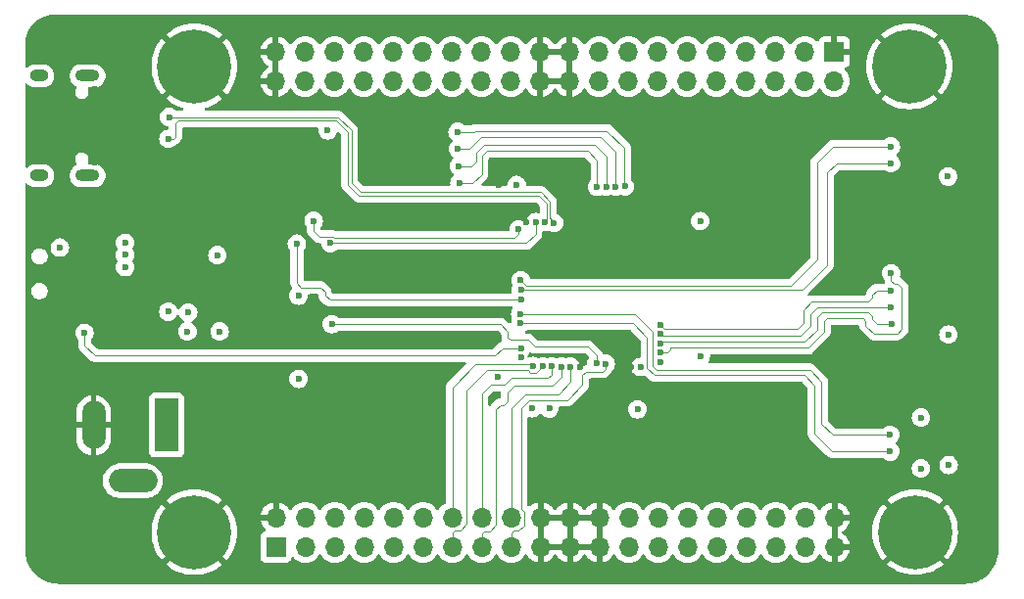
<source format=gbr>
%TF.GenerationSoftware,KiCad,Pcbnew,8.0.5*%
%TF.CreationDate,2024-10-15T23:52:28+04:00*%
%TF.ProjectId,AuroraF4,4175726f-7261-4463-942e-6b696361645f,v1.0.1*%
%TF.SameCoordinates,Original*%
%TF.FileFunction,Copper,L4,Bot*%
%TF.FilePolarity,Positive*%
%FSLAX46Y46*%
G04 Gerber Fmt 4.6, Leading zero omitted, Abs format (unit mm)*
G04 Created by KiCad (PCBNEW 8.0.5) date 2024-10-15 23:52:28*
%MOMM*%
%LPD*%
G01*
G04 APERTURE LIST*
%TA.AperFunction,ComponentPad*%
%ADD10R,2.000000X4.600000*%
%TD*%
%TA.AperFunction,ComponentPad*%
%ADD11O,2.000000X4.200000*%
%TD*%
%TA.AperFunction,ComponentPad*%
%ADD12O,4.200000X2.000000*%
%TD*%
%TA.AperFunction,ComponentPad*%
%ADD13C,0.800000*%
%TD*%
%TA.AperFunction,ComponentPad*%
%ADD14C,6.400000*%
%TD*%
%TA.AperFunction,ComponentPad*%
%ADD15R,1.700000X1.700000*%
%TD*%
%TA.AperFunction,ComponentPad*%
%ADD16O,1.700000X1.700000*%
%TD*%
%TA.AperFunction,ComponentPad*%
%ADD17O,2.100000X1.000000*%
%TD*%
%TA.AperFunction,ComponentPad*%
%ADD18O,1.600000X1.000000*%
%TD*%
%TA.AperFunction,ViaPad*%
%ADD19C,0.600000*%
%TD*%
%TA.AperFunction,Conductor*%
%ADD20C,0.126000*%
%TD*%
G04 APERTURE END LIST*
D10*
%TO.P,POWER,1*%
%TO.N,+12V*%
X111220000Y-109760000D03*
D11*
%TO.P,POWER,2*%
%TO.N,GND*%
X104920000Y-109760000D03*
D12*
%TO.P,POWER,3*%
%TO.N,N/C*%
X108320000Y-114560000D03*
%TD*%
D13*
%TO.P,H4,1,1*%
%TO.N,GND*%
X116020000Y-119015000D03*
X115317056Y-120712056D03*
X115317056Y-117317944D03*
X113620000Y-121415000D03*
D14*
X113620000Y-119015000D03*
D13*
X113620000Y-116615000D03*
X111922944Y-120712056D03*
X111922944Y-117317944D03*
X111220000Y-119015000D03*
%TD*%
D15*
%TO.P,J9,1,Pin_1*%
%TO.N,GND*%
X168920000Y-77457056D03*
D16*
%TO.P,J9,2,Pin_2*%
%TO.N,+3.3V*%
X168920000Y-79997056D03*
%TO.P,J9,3,Pin_3*%
%TO.N,PE9*%
X166380000Y-77457056D03*
%TO.P,J9,4,Pin_4*%
%TO.N,PE8*%
X166380000Y-79997056D03*
%TO.P,J9,5,Pin_5*%
%TO.N,+3.3V*%
X163840000Y-77457056D03*
%TO.P,J9,6,Pin_6*%
%TO.N,PE10*%
X163840000Y-79997056D03*
%TO.P,J9,7,Pin_7*%
%TO.N,PE11*%
X161300000Y-77457056D03*
%TO.P,J9,8,Pin_8*%
%TO.N,PE12*%
X161300000Y-79997056D03*
%TO.P,J9,9,Pin_9*%
%TO.N,PE13*%
X158760000Y-77457056D03*
%TO.P,J9,10,Pin_10*%
%TO.N,PE14*%
X158760000Y-79997056D03*
%TO.P,J9,11,Pin_11*%
%TO.N,PE15*%
X156220000Y-77457056D03*
%TO.P,J9,12,Pin_12*%
%TO.N,PB10*%
X156220000Y-79997056D03*
%TO.P,J9,13,Pin_13*%
%TO.N,PB11*%
X153680000Y-77457056D03*
%TO.P,J9,14,Pin_14*%
%TO.N,PB12*%
X153680000Y-79997056D03*
%TO.P,J9,15,Pin_15*%
%TO.N,PB13*%
X151140000Y-77457056D03*
%TO.P,J9,16,Pin_16*%
%TO.N,PB14*%
X151140000Y-79997056D03*
%TO.P,J9,17,Pin_17*%
%TO.N,PB15*%
X148600000Y-77457056D03*
%TO.P,J9,18,Pin_18*%
%TO.N,PD8*%
X148600000Y-79997056D03*
%TO.P,J9,19,Pin_19*%
%TO.N,GND*%
X146060000Y-77457056D03*
%TO.P,J9,20,Pin_20*%
X146060000Y-79997056D03*
%TO.P,J9,21,Pin_21*%
X143520000Y-77457056D03*
%TO.P,J9,22,Pin_22*%
X143520000Y-79997056D03*
%TO.P,J9,23,Pin_23*%
%TO.N,PD9*%
X140980000Y-77457056D03*
%TO.P,J9,24,Pin_24*%
%TO.N,PC6*%
X140980000Y-79997056D03*
%TO.P,J9,25,Pin_25*%
%TO.N,PC7*%
X138440000Y-77457056D03*
%TO.P,J9,26,Pin_26*%
%TO.N,PC8*%
X138440000Y-79997056D03*
%TO.P,J9,27,Pin_27*%
%TO.N,PC9*%
X135900000Y-77457056D03*
%TO.P,J9,28,Pin_28*%
%TO.N,PA8*%
X135900000Y-79997056D03*
%TO.P,J9,29,Pin_29*%
%TO.N,PA9*%
X133360000Y-77457056D03*
%TO.P,J9,30,Pin_30*%
%TO.N,PA10*%
X133360000Y-79997056D03*
%TO.P,J9,31,Pin_31*%
%TO.N,PC10*%
X130820000Y-77457056D03*
%TO.P,J9,32,Pin_32*%
%TO.N,PC11*%
X130820000Y-79997056D03*
%TO.P,J9,33,Pin_33*%
%TO.N,PC12*%
X128280000Y-77457056D03*
%TO.P,J9,34,Pin_34*%
%TO.N,PD0*%
X128280000Y-79997056D03*
%TO.P,J9,35,Pin_35*%
%TO.N,PD1*%
X125740000Y-77457056D03*
%TO.P,J9,36,Pin_36*%
%TO.N,PD2*%
X125740000Y-79997056D03*
%TO.P,J9,37,Pin_37*%
%TO.N,PD3*%
X123200000Y-77457056D03*
%TO.P,J9,38,Pin_38*%
%TO.N,PD4*%
X123200000Y-79997056D03*
%TO.P,J9,39,Pin_39*%
%TO.N,GND*%
X120660000Y-77457056D03*
%TO.P,J9,40,Pin_40*%
X120660000Y-79997056D03*
%TD*%
D15*
%TO.P,J7,1,Pin_1*%
%TO.N,+3.3V*%
X120670000Y-120290000D03*
D16*
%TO.P,J7,2,Pin_2*%
%TO.N,GND*%
X120670000Y-117750000D03*
%TO.P,J7,3,Pin_3*%
%TO.N,PB4*%
X123210000Y-120290000D03*
%TO.P,J7,4,Pin_4*%
%TO.N,PD7*%
X123210000Y-117750000D03*
%TO.P,J7,5,Pin_5*%
%TO.N,PB8*%
X125750000Y-120290000D03*
%TO.P,J7,6,Pin_6*%
%TO.N,PB5*%
X125750000Y-117750000D03*
%TO.P,J7,7,Pin_7*%
%TO.N,PE0*%
X128290000Y-120290000D03*
%TO.P,J7,8,Pin_8*%
%TO.N,PB9*%
X128290000Y-117750000D03*
%TO.P,J7,9,Pin_9*%
%TO.N,PE2*%
X130830000Y-120290000D03*
%TO.P,J7,10,Pin_10*%
%TO.N,PE1*%
X130830000Y-117750000D03*
%TO.P,J7,11,Pin_11*%
%TO.N,PE4*%
X133370000Y-120290000D03*
%TO.P,J7,12,Pin_12*%
%TO.N,PE3*%
X133370000Y-117750000D03*
%TO.P,J7,13,Pin_13*%
%TO.N,PE6*%
X135910000Y-120290000D03*
%TO.P,J7,14,Pin_14*%
%TO.N,PE5*%
X135910000Y-117750000D03*
%TO.P,J7,15,Pin_15*%
%TO.N,PC14*%
X138450000Y-120290000D03*
%TO.P,J7,16,Pin_16*%
%TO.N,PC13*%
X138450000Y-117750000D03*
%TO.P,J7,17,Pin_17*%
%TO.N,PC0*%
X140990000Y-120290000D03*
%TO.P,J7,18,Pin_18*%
%TO.N,PC15*%
X140990000Y-117750000D03*
%TO.P,J7,19,Pin_19*%
%TO.N,GND*%
X143530000Y-120290000D03*
%TO.P,J7,20,Pin_20*%
X143530000Y-117750000D03*
%TO.P,J7,21,Pin_21*%
X146070000Y-120290000D03*
%TO.P,J7,22,Pin_22*%
X146070000Y-117750000D03*
%TO.P,J7,23,Pin_23*%
X148610000Y-120290000D03*
%TO.P,J7,24,Pin_24*%
X148610000Y-117750000D03*
%TO.P,J7,25,Pin_25*%
%TO.N,PC2*%
X151150000Y-120290000D03*
%TO.P,J7,26,Pin_26*%
%TO.N,PC1*%
X151150000Y-117750000D03*
%TO.P,J7,27,Pin_27*%
%TO.N,PA0*%
X153690000Y-120290000D03*
%TO.P,J7,28,Pin_28*%
%TO.N,PC3*%
X153690000Y-117750000D03*
%TO.P,J7,29,Pin_29*%
%TO.N,PA2*%
X156230000Y-120290000D03*
%TO.P,J7,30,Pin_30*%
%TO.N,PA1*%
X156230000Y-117750000D03*
%TO.P,J7,31,Pin_31*%
%TO.N,PA4*%
X158770000Y-120290000D03*
%TO.P,J7,32,Pin_32*%
%TO.N,PA3*%
X158770000Y-117750000D03*
%TO.P,J7,33,Pin_33*%
%TO.N,PC5*%
X161310000Y-120290000D03*
%TO.P,J7,34,Pin_34*%
%TO.N,PC4*%
X161310000Y-117750000D03*
%TO.P,J7,35,Pin_35*%
%TO.N,PB1*%
X163850000Y-120290000D03*
%TO.P,J7,36,Pin_36*%
%TO.N,PB0*%
X163850000Y-117750000D03*
%TO.P,J7,37,Pin_37*%
%TO.N,PE7*%
X166390000Y-120290000D03*
%TO.P,J7,38,Pin_38*%
%TO.N,PB2*%
X166390000Y-117750000D03*
%TO.P,J7,39,Pin_39*%
%TO.N,GND*%
X168930000Y-120290000D03*
%TO.P,J7,40,Pin_40*%
X168930000Y-117750000D03*
%TD*%
D13*
%TO.P,H2,1,1*%
%TO.N,GND*%
X173000000Y-78732056D03*
X173702944Y-77035000D03*
X173702944Y-80429112D03*
X175400000Y-76332056D03*
D14*
X175400000Y-78732056D03*
D13*
X175400000Y-81132056D03*
X177097056Y-77035000D03*
X177097056Y-80429112D03*
X177800000Y-78732056D03*
%TD*%
%TO.P,H1,1,1*%
%TO.N,GND*%
X111220000Y-78732056D03*
X111922944Y-77035000D03*
X111922944Y-80429112D03*
X113620000Y-76332056D03*
D14*
X113620000Y-78732056D03*
D13*
X113620000Y-81132056D03*
X115317056Y-77035000D03*
X115317056Y-80429112D03*
X116020000Y-78732056D03*
%TD*%
%TO.P,H3,1,1*%
%TO.N,GND*%
X178300000Y-119000000D03*
X177597056Y-120697056D03*
X177597056Y-117302944D03*
X175900000Y-121400000D03*
D14*
X175900000Y-119000000D03*
D13*
X175900000Y-116600000D03*
X174202944Y-120697056D03*
X174202944Y-117302944D03*
X173500000Y-119000000D03*
%TD*%
D17*
%TO.P,J5,S1,SHIELD*%
%TO.N,unconnected-(J5-SHIELD-PadS1)_3*%
X104402500Y-79535000D03*
D18*
%TO.N,unconnected-(J5-SHIELD-PadS1)_2*%
X100222500Y-79535000D03*
D17*
%TO.N,unconnected-(J5-SHIELD-PadS1)*%
X104402500Y-88175000D03*
D18*
%TO.N,unconnected-(J5-SHIELD-PadS1)_1*%
X100222500Y-88175000D03*
%TD*%
D19*
%TO.N,GND*%
X146916576Y-104700730D03*
X142830000Y-109865000D03*
%TO.N,+3.3V*%
X142830000Y-108290000D03*
X144290000Y-108315000D03*
%TO.N,SWDIO*%
X125380000Y-94020000D03*
%TO.N,SWCLK*%
X123930000Y-92075000D03*
X141640000Y-92810000D03*
%TO.N,GND*%
X153370000Y-109940000D03*
%TO.N,+3.3VA*%
X115810000Y-101650000D03*
X152169914Y-104728061D03*
%TO.N,GND*%
X157390000Y-106280000D03*
X151370000Y-104740000D03*
X153889322Y-104298652D03*
%TO.N,SWDIO*%
X143101270Y-92190271D03*
%TO.N,GND*%
X141880000Y-103900000D03*
X124275000Y-102830000D03*
%TO.N,+3.3V*%
X122625000Y-105750000D03*
%TO.N,GND*%
X120830000Y-108140000D03*
X115950000Y-107557500D03*
%TO.N,+3.3V*%
X107640000Y-96090000D03*
X107640000Y-95035000D03*
X107640000Y-93980000D03*
%TO.N,GND*%
X111415000Y-101400000D03*
%TO.N,+3.3V*%
X111377500Y-99940000D03*
X113032500Y-101650000D03*
X113090000Y-100000000D03*
X102000000Y-94400000D03*
X115610000Y-95050000D03*
X178745000Y-88250000D03*
X157380000Y-103795000D03*
X157330000Y-92105000D03*
X141470000Y-88980000D03*
X125150000Y-84260000D03*
X122625000Y-98560000D03*
%TO.N,GND*%
X122675000Y-100020000D03*
%TO.N,+3.3V*%
X139820000Y-105565000D03*
X151910000Y-108385000D03*
X178790000Y-113200000D03*
X176405000Y-109110000D03*
X176400000Y-113500000D03*
X178780000Y-101920000D03*
%TO.N,GND*%
X154840000Y-109940000D03*
X146110000Y-113295000D03*
X149040000Y-113290000D03*
X151910000Y-109935000D03*
X139820000Y-107115000D03*
X144290000Y-109865000D03*
X146480000Y-108480000D03*
X148680000Y-110180000D03*
X178790000Y-109450000D03*
X178780000Y-95670000D03*
X178745000Y-84500000D03*
X158790000Y-90555000D03*
X157330000Y-90555000D03*
X142301349Y-92201694D03*
X139920000Y-88970000D03*
X139920000Y-87510000D03*
X130502500Y-88790000D03*
X130502500Y-87330000D03*
X130507500Y-85870000D03*
X130507500Y-84410000D03*
X120070000Y-84260000D03*
X123880000Y-84260000D03*
X122610000Y-84260000D03*
X120830000Y-96170000D03*
X114990000Y-99940000D03*
X102000000Y-98900000D03*
X115610000Y-97350000D03*
X111360000Y-90050000D03*
X111360000Y-90050000D03*
X107117500Y-79712500D03*
X107850000Y-84047500D03*
X107117500Y-88367500D03*
X105042500Y-87055000D03*
X105042500Y-80655000D03*
%TO.N,PC0*%
X149159934Y-104440525D03*
%TO.N,PC15*%
X146116602Y-104693987D03*
%TO.N,PC14*%
X145316614Y-104689165D03*
%TO.N,PC13*%
X144509259Y-104667777D03*
%TO.N,PE6*%
X143709390Y-104653186D03*
%TO.N,PE5*%
X142900000Y-104640000D03*
%TO.N,NRST*%
X125500000Y-101020000D03*
X148360000Y-104430000D03*
%TO.N,BOOT0*%
X104130000Y-101770000D03*
X141890000Y-103100000D03*
%TO.N,SWO*%
X122480000Y-94060000D03*
X141840000Y-98930000D03*
%TO.N,USART2_RX*%
X173820000Y-87110000D03*
X141841427Y-98029921D03*
%TO.N,USART2_TX*%
X173810000Y-85650000D03*
X141830000Y-97230000D03*
%TO.N,I2C1_SCL*%
X173730000Y-110590000D03*
%TO.N,I2C1_SDA*%
X173750000Y-112035000D03*
X141780000Y-100960003D03*
%TO.N,I2C1_SCL*%
X141780000Y-100160000D03*
%TO.N,USB_D+*%
X111380000Y-84990000D03*
X143901263Y-92186390D03*
%TO.N,USB_D-*%
X111440000Y-83100000D03*
X144699109Y-92245084D03*
%TO.N,LED_BLUE*%
X136370000Y-84390000D03*
X150822366Y-89105423D03*
%TO.N,LED_RED*%
X136390000Y-85870000D03*
X150022599Y-89131395D03*
%TO.N,LED_YELLOW*%
X136470000Y-87340000D03*
X149222620Y-89125282D03*
%TO.N,LED_GREEN*%
X136530000Y-88800000D03*
X148423000Y-89150000D03*
%TO.N,SPI1_NSS*%
X153901997Y-103498750D03*
X173830000Y-96630000D03*
%TO.N,SPI1_SCK*%
X173850000Y-101010000D03*
X153877860Y-102699111D03*
%TO.N,SPI1_MISO*%
X173830000Y-99550000D03*
X153908733Y-101889923D03*
%TO.N,SPI1_MOSI*%
X153920000Y-101090000D03*
X173820000Y-98090000D03*
%TD*%
D20*
%TO.N,USART2_TX*%
X142066921Y-97466921D02*
X141830000Y-97230000D01*
X142311630Y-97703921D02*
X142074630Y-97466921D01*
X142074630Y-97466921D02*
X142066921Y-97466921D01*
X167410000Y-95460000D02*
X165166079Y-97703921D01*
X165166079Y-97703921D02*
X142311630Y-97703921D01*
X167410000Y-87010000D02*
X167410000Y-95460000D01*
X168770000Y-85650000D02*
X167410000Y-87010000D01*
X173810000Y-85650000D02*
X168770000Y-85650000D01*
%TO.N,SPI1_NSS*%
X154461250Y-103498750D02*
X153901997Y-103498750D01*
X154720000Y-103240000D02*
X154461250Y-103498750D01*
X154720000Y-103120000D02*
X154720000Y-103240000D01*
X154770000Y-103070000D02*
X154720000Y-103120000D01*
X168050000Y-101710000D02*
X166690000Y-103070000D01*
X168050000Y-100760000D02*
X168050000Y-101710000D01*
X168310000Y-100500000D02*
X168050000Y-100760000D01*
X166690000Y-103070000D02*
X154770000Y-103070000D01*
X171380000Y-100500000D02*
X168310000Y-100500000D01*
X174750000Y-101460000D02*
X174350000Y-101860000D01*
X171620000Y-100740000D02*
X171380000Y-100500000D01*
X174350000Y-101860000D02*
X172340000Y-101860000D01*
X174750000Y-97840000D02*
X174750000Y-101460000D01*
X174420000Y-97510000D02*
X174750000Y-97840000D01*
X172340000Y-101860000D02*
X171620000Y-101140000D01*
X173830000Y-97240000D02*
X174100000Y-97510000D01*
X173830000Y-96630000D02*
X173830000Y-97240000D01*
X171620000Y-101140000D02*
X171620000Y-100740000D01*
X174100000Y-97510000D02*
X174420000Y-97510000D01*
%TO.N,SPI1_SCK*%
X167440000Y-101480000D02*
X166380000Y-102540000D01*
X167440000Y-100450000D02*
X167440000Y-101480000D01*
X171870000Y-100020000D02*
X167870000Y-100020000D01*
X154036971Y-102540000D02*
X153877860Y-102699111D01*
X172200000Y-100350000D02*
X171870000Y-100020000D01*
X172200000Y-100610000D02*
X172200000Y-100350000D01*
X167870000Y-100020000D02*
X167440000Y-100450000D01*
X172600000Y-101010000D02*
X172200000Y-100610000D01*
X173850000Y-101010000D02*
X172600000Y-101010000D01*
X166380000Y-102540000D02*
X154036971Y-102540000D01*
%TO.N,SPI1_MISO*%
X154021810Y-102003000D02*
X153908733Y-101889923D01*
X166027000Y-102003000D02*
X154021810Y-102003000D01*
X166820000Y-101210000D02*
X166027000Y-102003000D01*
X167440000Y-99550000D02*
X166820000Y-100170000D01*
X166820000Y-100170000D02*
X166820000Y-101210000D01*
X173830000Y-99550000D02*
X167440000Y-99550000D01*
%TO.N,SPI1_MOSI*%
X154250000Y-101420000D02*
X153920000Y-101090000D01*
X165740000Y-101420000D02*
X154250000Y-101420000D01*
X166240000Y-100920000D02*
X165740000Y-101420000D01*
X166240000Y-99820000D02*
X166240000Y-100920000D01*
X166970000Y-99090000D02*
X166240000Y-99820000D01*
X172210000Y-98750000D02*
X171870000Y-99090000D01*
X172570000Y-98090000D02*
X172210000Y-98450000D01*
X171870000Y-99090000D02*
X166970000Y-99090000D01*
X172210000Y-98450000D02*
X172210000Y-98750000D01*
X173820000Y-98090000D02*
X172570000Y-98090000D01*
%TO.N,USART2_RX*%
X169100000Y-87110000D02*
X168290000Y-87920000D01*
X173820000Y-87110000D02*
X169100000Y-87110000D01*
X168290000Y-95930000D02*
X166190079Y-98029921D01*
X166190079Y-98029921D02*
X141841427Y-98029921D01*
X168290000Y-87920000D02*
X168290000Y-95930000D01*
%TO.N,I2C1_SDA*%
X151560003Y-100960003D02*
X141780000Y-100960003D01*
X152750000Y-102150000D02*
X151560003Y-100960003D01*
X152750000Y-104810000D02*
X152750000Y-102150000D01*
X153390000Y-105450000D02*
X152750000Y-104810000D01*
X167200000Y-110530000D02*
X167200000Y-106300000D01*
X168690000Y-112020000D02*
X167200000Y-110530000D01*
X173750000Y-112035000D02*
X173735000Y-112020000D01*
X167200000Y-106300000D02*
X166350000Y-105450000D01*
X173735000Y-112020000D02*
X168690000Y-112020000D01*
X166350000Y-105450000D02*
X153390000Y-105450000D01*
%TO.N,I2C1_SCL*%
X151720000Y-100160000D02*
X141780000Y-100160000D01*
X153210000Y-101650000D02*
X151720000Y-100160000D01*
X153210000Y-104630000D02*
X153210000Y-101650000D01*
X167810000Y-105990000D02*
X166810000Y-104990000D01*
X166810000Y-104990000D02*
X153570000Y-104990000D01*
X167810000Y-109630000D02*
X167810000Y-105990000D01*
X153570000Y-104990000D02*
X153210000Y-104630000D01*
X168770000Y-110590000D02*
X167810000Y-109630000D01*
X173730000Y-110590000D02*
X168770000Y-110590000D01*
%TO.N,PC14*%
X138450000Y-119110000D02*
X138450000Y-120290000D01*
X138620000Y-118940000D02*
X138450000Y-119110000D01*
X139140000Y-118940000D02*
X138620000Y-118940000D01*
X139710000Y-108350000D02*
X139710000Y-118370000D01*
X140060000Y-108000000D02*
X139710000Y-108350000D01*
X140390000Y-108000000D02*
X140060000Y-108000000D01*
X140680000Y-106960000D02*
X140680000Y-107710000D01*
X139710000Y-118370000D02*
X139140000Y-118940000D01*
X141320000Y-106320000D02*
X140680000Y-106960000D01*
X140680000Y-107710000D02*
X140390000Y-108000000D01*
X144600000Y-106320000D02*
X141320000Y-106320000D01*
X145316614Y-105603386D02*
X144600000Y-106320000D01*
X145316614Y-104689165D02*
X145316614Y-105603386D01*
%TO.N,PC15*%
X145070000Y-107090000D02*
X142220000Y-107090000D01*
X140990000Y-108320000D02*
X140990000Y-117750000D01*
X146116602Y-106043398D02*
X145070000Y-107090000D01*
X142220000Y-107090000D02*
X140990000Y-108320000D01*
X146116602Y-104693987D02*
X146116602Y-106043398D01*
%TO.N,PC13*%
X138450000Y-107050000D02*
X138450000Y-117750000D01*
X140470000Y-106290000D02*
X139210000Y-106290000D01*
X144180000Y-105700000D02*
X141060000Y-105700000D01*
X144509259Y-105370741D02*
X144180000Y-105700000D01*
X139210000Y-106290000D02*
X138450000Y-107050000D01*
X144509259Y-104667777D02*
X144509259Y-105370741D01*
X141060000Y-105700000D02*
X140470000Y-106290000D01*
%TO.N,PE6*%
X136597000Y-118863000D02*
X136110000Y-118863000D01*
X136110000Y-118863000D02*
X135910000Y-119063000D01*
X142423797Y-104960000D02*
X138940000Y-104960000D01*
X143159576Y-105203000D02*
X142666797Y-105203000D01*
X137170000Y-106730000D02*
X137170000Y-118290000D01*
X143709390Y-104653186D02*
X143159576Y-105203000D01*
X137170000Y-118290000D02*
X136597000Y-118863000D01*
X142666797Y-105203000D02*
X142423797Y-104960000D01*
X135910000Y-119063000D02*
X135910000Y-120290000D01*
X138940000Y-104960000D02*
X137170000Y-106730000D01*
%TO.N,PC0*%
X141660000Y-118880000D02*
X141210000Y-118880000D01*
X142103000Y-118437000D02*
X141660000Y-118880000D01*
X142103000Y-117288980D02*
X142103000Y-118437000D01*
X141850000Y-117035980D02*
X142103000Y-117288980D01*
X145840000Y-107580000D02*
X142540000Y-107580000D01*
X142540000Y-107580000D02*
X141850000Y-108270000D01*
X148920000Y-105140000D02*
X147470000Y-105140000D01*
X141850000Y-108270000D02*
X141850000Y-117035980D01*
X147160000Y-105450000D02*
X147160000Y-106260000D01*
X140990000Y-119100000D02*
X140990000Y-120290000D01*
X147160000Y-106260000D02*
X145840000Y-107580000D01*
X141210000Y-118880000D02*
X140990000Y-119100000D01*
X149159934Y-104900066D02*
X148920000Y-105140000D01*
X149159934Y-104440525D02*
X149159934Y-104900066D01*
X147470000Y-105140000D02*
X147160000Y-105450000D01*
%TO.N,SWCLK*%
X141320000Y-93560000D02*
X141640000Y-93240000D01*
X125716203Y-93560000D02*
X141320000Y-93560000D01*
X141640000Y-93240000D02*
X141640000Y-92810000D01*
X124417000Y-93457000D02*
X125613203Y-93457000D01*
X123930000Y-92970000D02*
X124417000Y-93457000D01*
X125613203Y-93457000D02*
X125716203Y-93560000D01*
X123930000Y-92075000D02*
X123930000Y-92970000D01*
%TO.N,SWDIO*%
X142330000Y-94010000D02*
X143101270Y-93238730D01*
X125390000Y-94010000D02*
X142330000Y-94010000D01*
X125380000Y-94020000D02*
X125390000Y-94010000D01*
X143101270Y-93238730D02*
X143101270Y-92190271D01*
%TO.N,USB_D-*%
X127200000Y-88830000D02*
X127200000Y-84280000D01*
X126020000Y-83100000D02*
X111440000Y-83100000D01*
X127970000Y-89600000D02*
X127200000Y-88830000D01*
X143540000Y-89600000D02*
X127970000Y-89600000D01*
X144360000Y-90420000D02*
X143540000Y-89600000D01*
X144360000Y-91848924D02*
X144360000Y-90420000D01*
X144464263Y-91953187D02*
X144360000Y-91848924D01*
X127200000Y-84280000D02*
X126020000Y-83100000D01*
X144464263Y-92010238D02*
X144464263Y-91953187D01*
X144699109Y-92245084D02*
X144464263Y-92010238D01*
%TO.N,USB_D+*%
X111810000Y-84990000D02*
X111380000Y-84990000D01*
X111990000Y-84810000D02*
X111810000Y-84990000D01*
X111990000Y-83680000D02*
X111990000Y-84810000D01*
X112244000Y-83426000D02*
X111990000Y-83680000D01*
X125884966Y-83426000D02*
X112244000Y-83426000D01*
X126874000Y-84415034D02*
X125884966Y-83426000D01*
X127834966Y-89926000D02*
X126874000Y-88965034D01*
X143404966Y-89926000D02*
X127834966Y-89926000D01*
X144034000Y-90555034D02*
X143404966Y-89926000D01*
X144034000Y-92053653D02*
X144034000Y-90555034D01*
X143901263Y-92186390D02*
X144034000Y-92053653D01*
X126874000Y-88965034D02*
X126874000Y-84415034D01*
%TO.N,PE5*%
X135910000Y-106480000D02*
X135910000Y-117750000D01*
X137926000Y-104464000D02*
X135910000Y-106480000D01*
X142900000Y-104640000D02*
X142724000Y-104464000D01*
X142724000Y-104464000D02*
X137926000Y-104464000D01*
%TO.N,BOOT0*%
X139620000Y-103740000D02*
X140260000Y-103100000D01*
X105040000Y-103740000D02*
X139620000Y-103740000D01*
X104130000Y-102830000D02*
X105040000Y-103740000D01*
X104130000Y-101770000D02*
X104130000Y-102830000D01*
X140260000Y-103100000D02*
X141890000Y-103100000D01*
%TO.N,SWO*%
X124910000Y-98510000D02*
X125330000Y-98930000D01*
X124910000Y-98230000D02*
X124910000Y-98510000D01*
X122860000Y-97860000D02*
X124540000Y-97860000D01*
X124540000Y-97860000D02*
X124910000Y-98230000D01*
X125330000Y-98930000D02*
X141840000Y-98930000D01*
X122480000Y-97480000D02*
X122860000Y-97860000D01*
X122480000Y-94060000D02*
X122480000Y-97480000D01*
%TO.N,NRST*%
X147630000Y-102980000D02*
X148360000Y-103710000D01*
X142470000Y-102400000D02*
X143050000Y-102980000D01*
X143050000Y-102980000D02*
X147630000Y-102980000D01*
X140940000Y-102400000D02*
X142470000Y-102400000D01*
X140720000Y-102180000D02*
X140940000Y-102400000D01*
X140720000Y-101650000D02*
X140720000Y-102180000D01*
X148360000Y-103710000D02*
X148360000Y-104430000D01*
X140100000Y-101030000D02*
X140720000Y-101650000D01*
X125510000Y-101030000D02*
X140100000Y-101030000D01*
X125500000Y-101020000D02*
X125510000Y-101030000D01*
%TO.N,LED_BLUE*%
X149280000Y-84290000D02*
X137890000Y-84290000D01*
X137790000Y-84390000D02*
X136370000Y-84390000D01*
X150792827Y-89075884D02*
X150792827Y-85802827D01*
X150822366Y-89105423D02*
X150792827Y-89075884D01*
X150792827Y-85802827D02*
X149280000Y-84290000D01*
X137890000Y-84290000D02*
X137790000Y-84390000D01*
%TO.N,LED_RED*%
X137390000Y-85870000D02*
X136390000Y-85870000D01*
X138420000Y-84840000D02*
X137390000Y-85870000D01*
X148740000Y-84840000D02*
X138420000Y-84840000D01*
X150040000Y-86140000D02*
X148740000Y-84840000D01*
X150040000Y-89113994D02*
X150040000Y-86140000D01*
X150022599Y-89131395D02*
X150040000Y-89113994D01*
%TO.N,LED_YELLOW*%
X137590000Y-87340000D02*
X136470000Y-87340000D01*
X137970000Y-86960000D02*
X137590000Y-87340000D01*
X137970000Y-86170000D02*
X137970000Y-86960000D01*
X138620000Y-85520000D02*
X137970000Y-86170000D01*
X148240000Y-85520000D02*
X138620000Y-85520000D01*
X149222620Y-86502620D02*
X148240000Y-85520000D01*
X149222620Y-89125282D02*
X149222620Y-86502620D01*
%TO.N,LED_GREEN*%
X136540000Y-88810000D02*
X136530000Y-88800000D01*
X137680000Y-88810000D02*
X136540000Y-88810000D01*
X138900000Y-86020000D02*
X138460000Y-86460000D01*
X138460000Y-88030000D02*
X137680000Y-88810000D01*
X148423000Y-86833000D02*
X147610000Y-86020000D01*
X148423000Y-89150000D02*
X148423000Y-86833000D01*
X147610000Y-86020000D02*
X138900000Y-86020000D01*
X138460000Y-86460000D02*
X138460000Y-88030000D01*
%TD*%
%TA.AperFunction,Conductor*%
%TO.N,GND*%
G36*
X145604075Y-120097007D02*
G01*
X145570000Y-120224174D01*
X145570000Y-120355826D01*
X145604075Y-120482993D01*
X145636988Y-120540000D01*
X143963012Y-120540000D01*
X143995925Y-120482993D01*
X144030000Y-120355826D01*
X144030000Y-120224174D01*
X143995925Y-120097007D01*
X143963012Y-120040000D01*
X145636988Y-120040000D01*
X145604075Y-120097007D01*
G37*
%TD.AperFunction*%
%TA.AperFunction,Conductor*%
G36*
X148144075Y-120097007D02*
G01*
X148110000Y-120224174D01*
X148110000Y-120355826D01*
X148144075Y-120482993D01*
X148176988Y-120540000D01*
X146503012Y-120540000D01*
X146535925Y-120482993D01*
X146570000Y-120355826D01*
X146570000Y-120224174D01*
X146535925Y-120097007D01*
X146503012Y-120040000D01*
X148176988Y-120040000D01*
X148144075Y-120097007D01*
G37*
%TD.AperFunction*%
%TA.AperFunction,Conductor*%
G36*
X143780000Y-119856988D02*
G01*
X143722993Y-119824075D01*
X143595826Y-119790000D01*
X143464174Y-119790000D01*
X143337007Y-119824075D01*
X143280000Y-119856988D01*
X143280000Y-118183012D01*
X143337007Y-118215925D01*
X143464174Y-118250000D01*
X143595826Y-118250000D01*
X143722993Y-118215925D01*
X143780000Y-118183012D01*
X143780000Y-119856988D01*
G37*
%TD.AperFunction*%
%TA.AperFunction,Conductor*%
G36*
X146320000Y-119856988D02*
G01*
X146262993Y-119824075D01*
X146135826Y-119790000D01*
X146004174Y-119790000D01*
X145877007Y-119824075D01*
X145820000Y-119856988D01*
X145820000Y-118183012D01*
X145877007Y-118215925D01*
X146004174Y-118250000D01*
X146135826Y-118250000D01*
X146262993Y-118215925D01*
X146320000Y-118183012D01*
X146320000Y-119856988D01*
G37*
%TD.AperFunction*%
%TA.AperFunction,Conductor*%
G36*
X148860000Y-119856988D02*
G01*
X148802993Y-119824075D01*
X148675826Y-119790000D01*
X148544174Y-119790000D01*
X148417007Y-119824075D01*
X148360000Y-119856988D01*
X148360000Y-118183012D01*
X148417007Y-118215925D01*
X148544174Y-118250000D01*
X148675826Y-118250000D01*
X148802993Y-118215925D01*
X148860000Y-118183012D01*
X148860000Y-119856988D01*
G37*
%TD.AperFunction*%
%TA.AperFunction,Conductor*%
G36*
X169180000Y-119856988D02*
G01*
X169122993Y-119824075D01*
X168995826Y-119790000D01*
X168864174Y-119790000D01*
X168737007Y-119824075D01*
X168680000Y-119856988D01*
X168680000Y-118183012D01*
X168737007Y-118215925D01*
X168864174Y-118250000D01*
X168995826Y-118250000D01*
X169122993Y-118215925D01*
X169180000Y-118183012D01*
X169180000Y-119856988D01*
G37*
%TD.AperFunction*%
%TA.AperFunction,Conductor*%
G36*
X145604075Y-117557007D02*
G01*
X145570000Y-117684174D01*
X145570000Y-117815826D01*
X145604075Y-117942993D01*
X145636988Y-118000000D01*
X143963012Y-118000000D01*
X143995925Y-117942993D01*
X144030000Y-117815826D01*
X144030000Y-117684174D01*
X143995925Y-117557007D01*
X143963012Y-117500000D01*
X145636988Y-117500000D01*
X145604075Y-117557007D01*
G37*
%TD.AperFunction*%
%TA.AperFunction,Conductor*%
G36*
X148144075Y-117557007D02*
G01*
X148110000Y-117684174D01*
X148110000Y-117815826D01*
X148144075Y-117942993D01*
X148176988Y-118000000D01*
X146503012Y-118000000D01*
X146535925Y-117942993D01*
X146570000Y-117815826D01*
X146570000Y-117684174D01*
X146535925Y-117557007D01*
X146503012Y-117500000D01*
X148176988Y-117500000D01*
X148144075Y-117557007D01*
G37*
%TD.AperFunction*%
%TA.AperFunction,Conductor*%
G36*
X140059539Y-106873185D02*
G01*
X140105294Y-106925989D01*
X140116500Y-106977500D01*
X140116500Y-107312500D01*
X140096815Y-107379539D01*
X140044011Y-107425294D01*
X139992500Y-107436500D01*
X139985814Y-107436500D01*
X139842497Y-107474902D01*
X139758323Y-107523500D01*
X139736163Y-107536294D01*
X139714004Y-107549087D01*
X139714001Y-107549089D01*
X139259090Y-108004000D01*
X139259083Y-108004009D01*
X139244886Y-108028600D01*
X139194319Y-108076815D01*
X139125712Y-108090037D01*
X139060847Y-108064069D01*
X139020319Y-108007154D01*
X139013500Y-107966599D01*
X139013500Y-107334771D01*
X139033185Y-107267732D01*
X139049819Y-107247090D01*
X139407090Y-106889819D01*
X139468413Y-106856334D01*
X139494771Y-106853500D01*
X139992500Y-106853500D01*
X140059539Y-106873185D01*
G37*
%TD.AperFunction*%
%TA.AperFunction,Conductor*%
G36*
X142751296Y-103458217D02*
G01*
X142832493Y-103505096D01*
X142832494Y-103505096D01*
X142832497Y-103505098D01*
X142975814Y-103543500D01*
X147345229Y-103543500D01*
X147412268Y-103563185D01*
X147432910Y-103579819D01*
X147679803Y-103826712D01*
X147713288Y-103888035D01*
X147708304Y-103957727D01*
X147697116Y-103980365D01*
X147634211Y-104080476D01*
X147574631Y-104250745D01*
X147574630Y-104250750D01*
X147558199Y-104396591D01*
X147554435Y-104430000D01*
X147555405Y-104438615D01*
X147543353Y-104507435D01*
X147496005Y-104558816D01*
X147432186Y-104576500D01*
X147395814Y-104576500D01*
X147264245Y-104611753D01*
X147252493Y-104614903D01*
X147124006Y-104689085D01*
X147117558Y-104694034D01*
X147116743Y-104692972D01*
X147062847Y-104722397D01*
X146993156Y-104717406D01*
X146937226Y-104675530D01*
X146913280Y-104615111D01*
X146901971Y-104514737D01*
X146901970Y-104514732D01*
X146872320Y-104429997D01*
X146842391Y-104344465D01*
X146816817Y-104303765D01*
X146783503Y-104250745D01*
X146746418Y-104191725D01*
X146618864Y-104064171D01*
X146615807Y-104062250D01*
X146466125Y-103968198D01*
X146295856Y-103908618D01*
X146295851Y-103908617D01*
X146116606Y-103888422D01*
X146116598Y-103888422D01*
X145937352Y-103908617D01*
X145937344Y-103908619D01*
X145762894Y-103969662D01*
X145693116Y-103973223D01*
X145668138Y-103964340D01*
X145666131Y-103963373D01*
X145495876Y-103903798D01*
X145495863Y-103903795D01*
X145316618Y-103883600D01*
X145316610Y-103883600D01*
X145137364Y-103903795D01*
X145137359Y-103903796D01*
X144975751Y-103960346D01*
X144905972Y-103963907D01*
X144868825Y-103948298D01*
X144858784Y-103941989D01*
X144688513Y-103882408D01*
X144688508Y-103882407D01*
X144509263Y-103862212D01*
X144509255Y-103862212D01*
X144330009Y-103882407D01*
X144330001Y-103882409D01*
X144166254Y-103939707D01*
X144096476Y-103943268D01*
X144065303Y-103930169D01*
X144065184Y-103930417D01*
X144060329Y-103928078D01*
X144059327Y-103927658D01*
X144058912Y-103927397D01*
X144058911Y-103927396D01*
X144058907Y-103927394D01*
X143888652Y-103867819D01*
X143888639Y-103867816D01*
X143709394Y-103847621D01*
X143709386Y-103847621D01*
X143530140Y-103867816D01*
X143530132Y-103867818D01*
X143358834Y-103927758D01*
X143289056Y-103931319D01*
X143251907Y-103915709D01*
X143249524Y-103914212D01*
X143249518Y-103914209D01*
X143079262Y-103854633D01*
X143079249Y-103854630D01*
X142900004Y-103834435D01*
X142899996Y-103834435D01*
X142720753Y-103854630D01*
X142720747Y-103854631D01*
X142609546Y-103893542D01*
X142568592Y-103900500D01*
X142520940Y-103900500D01*
X142453901Y-103880815D01*
X142408146Y-103828011D01*
X142398202Y-103758853D01*
X142427227Y-103695297D01*
X142433259Y-103688819D01*
X142473183Y-103648895D01*
X142519816Y-103602262D01*
X142584303Y-103499630D01*
X142636636Y-103453341D01*
X142705690Y-103442692D01*
X142751296Y-103458217D01*
G37*
%TD.AperFunction*%
%TA.AperFunction,Conductor*%
G36*
X145594075Y-79804063D02*
G01*
X145560000Y-79931230D01*
X145560000Y-80062882D01*
X145594075Y-80190049D01*
X145626988Y-80247056D01*
X143953012Y-80247056D01*
X143985925Y-80190049D01*
X144020000Y-80062882D01*
X144020000Y-79931230D01*
X143985925Y-79804063D01*
X143953012Y-79747056D01*
X145626988Y-79747056D01*
X145594075Y-79804063D01*
G37*
%TD.AperFunction*%
%TA.AperFunction,Conductor*%
G36*
X120910000Y-79564044D02*
G01*
X120852993Y-79531131D01*
X120725826Y-79497056D01*
X120594174Y-79497056D01*
X120467007Y-79531131D01*
X120410000Y-79564044D01*
X120410000Y-77890068D01*
X120467007Y-77922981D01*
X120594174Y-77957056D01*
X120725826Y-77957056D01*
X120852993Y-77922981D01*
X120910000Y-77890068D01*
X120910000Y-79564044D01*
G37*
%TD.AperFunction*%
%TA.AperFunction,Conductor*%
G36*
X143770000Y-79564044D02*
G01*
X143712993Y-79531131D01*
X143585826Y-79497056D01*
X143454174Y-79497056D01*
X143327007Y-79531131D01*
X143270000Y-79564044D01*
X143270000Y-77890068D01*
X143327007Y-77922981D01*
X143454174Y-77957056D01*
X143585826Y-77957056D01*
X143712993Y-77922981D01*
X143770000Y-77890068D01*
X143770000Y-79564044D01*
G37*
%TD.AperFunction*%
%TA.AperFunction,Conductor*%
G36*
X146310000Y-79564044D02*
G01*
X146252993Y-79531131D01*
X146125826Y-79497056D01*
X145994174Y-79497056D01*
X145867007Y-79531131D01*
X145810000Y-79564044D01*
X145810000Y-77890068D01*
X145867007Y-77922981D01*
X145994174Y-77957056D01*
X146125826Y-77957056D01*
X146252993Y-77922981D01*
X146310000Y-77890068D01*
X146310000Y-79564044D01*
G37*
%TD.AperFunction*%
%TA.AperFunction,Conductor*%
G36*
X145594075Y-77264063D02*
G01*
X145560000Y-77391230D01*
X145560000Y-77522882D01*
X145594075Y-77650049D01*
X145626988Y-77707056D01*
X143953012Y-77707056D01*
X143985925Y-77650049D01*
X144020000Y-77522882D01*
X144020000Y-77391230D01*
X143985925Y-77264063D01*
X143953012Y-77207056D01*
X145626988Y-77207056D01*
X145594075Y-77264063D01*
G37*
%TD.AperFunction*%
%TA.AperFunction,Conductor*%
G36*
X180123243Y-74260669D02*
G01*
X180145186Y-74261820D01*
X180427046Y-74276592D01*
X180439953Y-74277949D01*
X180571089Y-74298718D01*
X180737209Y-74325028D01*
X180749896Y-74327724D01*
X181040625Y-74405625D01*
X181052965Y-74409635D01*
X181333938Y-74517490D01*
X181345790Y-74522767D01*
X181613968Y-74659411D01*
X181625199Y-74665896D01*
X181691389Y-74708880D01*
X181877608Y-74829812D01*
X181888109Y-74837441D01*
X182122010Y-75026850D01*
X182131655Y-75035535D01*
X182344464Y-75248344D01*
X182353149Y-75257989D01*
X182542558Y-75491890D01*
X182550187Y-75502391D01*
X182714101Y-75754796D01*
X182720591Y-75766036D01*
X182857231Y-76034206D01*
X182862510Y-76046064D01*
X182970363Y-76327033D01*
X182974374Y-76339376D01*
X183052273Y-76630097D01*
X183054971Y-76642794D01*
X183102050Y-76940046D01*
X183103407Y-76952953D01*
X183119330Y-77256756D01*
X183119500Y-77263246D01*
X183119500Y-120496753D01*
X183119330Y-120503243D01*
X183103407Y-120807046D01*
X183102050Y-120819953D01*
X183054971Y-121117205D01*
X183052273Y-121129902D01*
X182974374Y-121420623D01*
X182970363Y-121432966D01*
X182862510Y-121713935D01*
X182857231Y-121725793D01*
X182720591Y-121993963D01*
X182714101Y-122005203D01*
X182550187Y-122257608D01*
X182542558Y-122268109D01*
X182353149Y-122502010D01*
X182344464Y-122511655D01*
X182131655Y-122724464D01*
X182122010Y-122733149D01*
X181888109Y-122922558D01*
X181877608Y-122930187D01*
X181625203Y-123094101D01*
X181613963Y-123100591D01*
X181345793Y-123237231D01*
X181333935Y-123242510D01*
X181052966Y-123350363D01*
X181040623Y-123354374D01*
X180749902Y-123432273D01*
X180737205Y-123434971D01*
X180439953Y-123482050D01*
X180427046Y-123483407D01*
X180123244Y-123499330D01*
X180116754Y-123499500D01*
X102003246Y-123499500D01*
X101996756Y-123499330D01*
X101692953Y-123483407D01*
X101680046Y-123482050D01*
X101382794Y-123434971D01*
X101370097Y-123432273D01*
X101079376Y-123354374D01*
X101067033Y-123350363D01*
X100786064Y-123242510D01*
X100774206Y-123237231D01*
X100506036Y-123100591D01*
X100494796Y-123094101D01*
X100242391Y-122930187D01*
X100231890Y-122922558D01*
X99997989Y-122733149D01*
X99988344Y-122724464D01*
X99775535Y-122511655D01*
X99766850Y-122502010D01*
X99577441Y-122268109D01*
X99569812Y-122257608D01*
X99538044Y-122208689D01*
X99405896Y-122005199D01*
X99399408Y-121993963D01*
X99262768Y-121725793D01*
X99257489Y-121713935D01*
X99229299Y-121640498D01*
X99149635Y-121432965D01*
X99145625Y-121420623D01*
X99083260Y-121187876D01*
X99067724Y-121129896D01*
X99065028Y-121117205D01*
X99017949Y-120819953D01*
X99016592Y-120807046D01*
X99000670Y-120503243D01*
X99000500Y-120496753D01*
X99000500Y-119014999D01*
X109914922Y-119014999D01*
X109914922Y-119015000D01*
X109935219Y-119402287D01*
X109995886Y-119785323D01*
X109995887Y-119785330D01*
X110096262Y-120159936D01*
X110235244Y-120521994D01*
X110411310Y-120867543D01*
X110622531Y-121192793D01*
X110831095Y-121450350D01*
X110831096Y-121450350D01*
X112325748Y-119955698D01*
X112399588Y-120057330D01*
X112577670Y-120235412D01*
X112679300Y-120309251D01*
X111184648Y-121803903D01*
X111184649Y-121803904D01*
X111442206Y-122012468D01*
X111767456Y-122223689D01*
X112113005Y-122399755D01*
X112475063Y-122538737D01*
X112849669Y-122639112D01*
X112849676Y-122639113D01*
X113232712Y-122699780D01*
X113619999Y-122720078D01*
X113620001Y-122720078D01*
X114007287Y-122699780D01*
X114390323Y-122639113D01*
X114390330Y-122639112D01*
X114764936Y-122538737D01*
X115126994Y-122399755D01*
X115472543Y-122223689D01*
X115797783Y-122012476D01*
X115797785Y-122012475D01*
X116055349Y-121803902D01*
X114560698Y-120309251D01*
X114662330Y-120235412D01*
X114840412Y-120057330D01*
X114914251Y-119955698D01*
X116408902Y-121450349D01*
X116617475Y-121192785D01*
X116617476Y-121192783D01*
X116828689Y-120867543D01*
X117004755Y-120521994D01*
X117143737Y-120159936D01*
X117244112Y-119785330D01*
X117244113Y-119785323D01*
X117304780Y-119402287D01*
X117325078Y-119015000D01*
X117325078Y-119014999D01*
X117304780Y-118627712D01*
X117244113Y-118244676D01*
X117244112Y-118244669D01*
X117143737Y-117870063D01*
X117004755Y-117508005D01*
X116828689Y-117162456D01*
X116617468Y-116837206D01*
X116408904Y-116579649D01*
X116408903Y-116579648D01*
X114914251Y-118074300D01*
X114840412Y-117972670D01*
X114662330Y-117794588D01*
X114560698Y-117720748D01*
X116055350Y-116226096D01*
X116055350Y-116226095D01*
X115797793Y-116017531D01*
X115472543Y-115806310D01*
X115126994Y-115630244D01*
X114764936Y-115491262D01*
X114390330Y-115390887D01*
X114390323Y-115390886D01*
X114007287Y-115330219D01*
X113620001Y-115309922D01*
X113619999Y-115309922D01*
X113232712Y-115330219D01*
X112849676Y-115390886D01*
X112849669Y-115390887D01*
X112475063Y-115491262D01*
X112113005Y-115630244D01*
X111767456Y-115806310D01*
X111442206Y-116017531D01*
X111184648Y-116226095D01*
X111184648Y-116226096D01*
X112679301Y-117720748D01*
X112577670Y-117794588D01*
X112399588Y-117972670D01*
X112325748Y-118074300D01*
X110831096Y-116579648D01*
X110831095Y-116579648D01*
X110622531Y-116837206D01*
X110411310Y-117162456D01*
X110235244Y-117508005D01*
X110096262Y-117870063D01*
X109995887Y-118244669D01*
X109995886Y-118244676D01*
X109935219Y-118627712D01*
X109914922Y-119014999D01*
X99000500Y-119014999D01*
X99000500Y-114441902D01*
X105719500Y-114441902D01*
X105719500Y-114678097D01*
X105756446Y-114911368D01*
X105829433Y-115135996D01*
X105936657Y-115346433D01*
X106075483Y-115537510D01*
X106242490Y-115704517D01*
X106433567Y-115843343D01*
X106532991Y-115894002D01*
X106644003Y-115950566D01*
X106644005Y-115950566D01*
X106644008Y-115950568D01*
X106764412Y-115989689D01*
X106868631Y-116023553D01*
X107101903Y-116060500D01*
X107101908Y-116060500D01*
X109538097Y-116060500D01*
X109771368Y-116023553D01*
X109789902Y-116017531D01*
X109995992Y-115950568D01*
X110206433Y-115843343D01*
X110397510Y-115704517D01*
X110564517Y-115537510D01*
X110703343Y-115346433D01*
X110810568Y-115135992D01*
X110883553Y-114911368D01*
X110920500Y-114678097D01*
X110920500Y-114441902D01*
X110883553Y-114208631D01*
X110810566Y-113984003D01*
X110703342Y-113773566D01*
X110564517Y-113582490D01*
X110397510Y-113415483D01*
X110206433Y-113276657D01*
X109995996Y-113169433D01*
X109771368Y-113096446D01*
X109538097Y-113059500D01*
X109538092Y-113059500D01*
X107101908Y-113059500D01*
X107101903Y-113059500D01*
X106868631Y-113096446D01*
X106644003Y-113169433D01*
X106433566Y-113276657D01*
X106372885Y-113320745D01*
X106242490Y-113415483D01*
X106242488Y-113415485D01*
X106242487Y-113415485D01*
X106075485Y-113582487D01*
X106075485Y-113582488D01*
X106075483Y-113582490D01*
X106015862Y-113664550D01*
X105936657Y-113773566D01*
X105829433Y-113984003D01*
X105756446Y-114208631D01*
X105719500Y-114441902D01*
X99000500Y-114441902D01*
X99000500Y-108541947D01*
X103420000Y-108541947D01*
X103420000Y-109510000D01*
X104420000Y-109510000D01*
X104420000Y-110010000D01*
X103420000Y-110010000D01*
X103420000Y-110978052D01*
X103456934Y-111211247D01*
X103529897Y-111435802D01*
X103637085Y-111646171D01*
X103775866Y-111837186D01*
X103942813Y-112004133D01*
X104133828Y-112142914D01*
X104344195Y-112250102D01*
X104568744Y-112323063D01*
X104568750Y-112323065D01*
X104670000Y-112339101D01*
X104670000Y-111293012D01*
X104727007Y-111325925D01*
X104854174Y-111360000D01*
X104985826Y-111360000D01*
X105112993Y-111325925D01*
X105170000Y-111293012D01*
X105170000Y-112339100D01*
X105271249Y-112323065D01*
X105271255Y-112323063D01*
X105495804Y-112250102D01*
X105706171Y-112142914D01*
X105897186Y-112004133D01*
X106064133Y-111837186D01*
X106202914Y-111646171D01*
X106310102Y-111435802D01*
X106383065Y-111211247D01*
X106420000Y-110978052D01*
X106420000Y-110010000D01*
X105420000Y-110010000D01*
X105420000Y-109510000D01*
X106420000Y-109510000D01*
X106420000Y-108541947D01*
X106383065Y-108308752D01*
X106310102Y-108084197D01*
X106202914Y-107873828D01*
X106064133Y-107682813D01*
X105897186Y-107515866D01*
X105754413Y-107412135D01*
X109719500Y-107412135D01*
X109719500Y-112107870D01*
X109719501Y-112107876D01*
X109725908Y-112167483D01*
X109776202Y-112302328D01*
X109776206Y-112302335D01*
X109862452Y-112417544D01*
X109862455Y-112417547D01*
X109977664Y-112503793D01*
X109977671Y-112503797D01*
X110112517Y-112554091D01*
X110112516Y-112554091D01*
X110119444Y-112554835D01*
X110172127Y-112560500D01*
X112267872Y-112560499D01*
X112327483Y-112554091D01*
X112462331Y-112503796D01*
X112577546Y-112417546D01*
X112663796Y-112302331D01*
X112714091Y-112167483D01*
X112720500Y-112107873D01*
X112720499Y-107412128D01*
X112714091Y-107352517D01*
X112707472Y-107334771D01*
X112663797Y-107217671D01*
X112663793Y-107217664D01*
X112577547Y-107102455D01*
X112577544Y-107102452D01*
X112462335Y-107016206D01*
X112462328Y-107016202D01*
X112327482Y-106965908D01*
X112327483Y-106965908D01*
X112267883Y-106959501D01*
X112267881Y-106959500D01*
X112267873Y-106959500D01*
X112267864Y-106959500D01*
X110172129Y-106959500D01*
X110172123Y-106959501D01*
X110112516Y-106965908D01*
X109977671Y-107016202D01*
X109977664Y-107016206D01*
X109862455Y-107102452D01*
X109862452Y-107102455D01*
X109776206Y-107217664D01*
X109776202Y-107217671D01*
X109725908Y-107352517D01*
X109719501Y-107412116D01*
X109719501Y-107412123D01*
X109719500Y-107412135D01*
X105754413Y-107412135D01*
X105706171Y-107377085D01*
X105495802Y-107269897D01*
X105271247Y-107196934D01*
X105170000Y-107180897D01*
X105170000Y-108226988D01*
X105112993Y-108194075D01*
X104985826Y-108160000D01*
X104854174Y-108160000D01*
X104727007Y-108194075D01*
X104670000Y-108226988D01*
X104670000Y-107180897D01*
X104568752Y-107196934D01*
X104344197Y-107269897D01*
X104133828Y-107377085D01*
X103942813Y-107515866D01*
X103775866Y-107682813D01*
X103637085Y-107873828D01*
X103529897Y-108084197D01*
X103456934Y-108308752D01*
X103420000Y-108541947D01*
X99000500Y-108541947D01*
X99000500Y-105749996D01*
X121819435Y-105749996D01*
X121819435Y-105750003D01*
X121839630Y-105929249D01*
X121839631Y-105929254D01*
X121899211Y-106099523D01*
X121995184Y-106252262D01*
X122122738Y-106379816D01*
X122275478Y-106475789D01*
X122445745Y-106535368D01*
X122445750Y-106535369D01*
X122624996Y-106555565D01*
X122625000Y-106555565D01*
X122625004Y-106555565D01*
X122804249Y-106535369D01*
X122804252Y-106535368D01*
X122804255Y-106535368D01*
X122974522Y-106475789D01*
X123127262Y-106379816D01*
X123254816Y-106252262D01*
X123350789Y-106099522D01*
X123410368Y-105929255D01*
X123410369Y-105929249D01*
X123430565Y-105750003D01*
X123430565Y-105749996D01*
X123410369Y-105570750D01*
X123410368Y-105570745D01*
X123350789Y-105400478D01*
X123254816Y-105247738D01*
X123127262Y-105120184D01*
X123021858Y-105053954D01*
X122974523Y-105024211D01*
X122804254Y-104964631D01*
X122804249Y-104964630D01*
X122625004Y-104944435D01*
X122624996Y-104944435D01*
X122445750Y-104964630D01*
X122445745Y-104964631D01*
X122275476Y-105024211D01*
X122122737Y-105120184D01*
X121995184Y-105247737D01*
X121899211Y-105400476D01*
X121839631Y-105570745D01*
X121839630Y-105570750D01*
X121819435Y-105749996D01*
X99000500Y-105749996D01*
X99000500Y-101769996D01*
X103324435Y-101769996D01*
X103324435Y-101770003D01*
X103344630Y-101949249D01*
X103344631Y-101949254D01*
X103404211Y-102119523D01*
X103500184Y-102272262D01*
X103530181Y-102302259D01*
X103563666Y-102363582D01*
X103566500Y-102389940D01*
X103566500Y-102755814D01*
X103566500Y-102904186D01*
X103604902Y-103047503D01*
X103604903Y-103047506D01*
X103657047Y-103137821D01*
X103679088Y-103175997D01*
X104694003Y-104190912D01*
X104773012Y-104236528D01*
X104822493Y-104265096D01*
X104822494Y-104265096D01*
X104822497Y-104265098D01*
X104965814Y-104303500D01*
X105114186Y-104303500D01*
X136990229Y-104303500D01*
X137057268Y-104323185D01*
X137103023Y-104375989D01*
X137112967Y-104445147D01*
X137083942Y-104508703D01*
X137077910Y-104515181D01*
X135459090Y-106134000D01*
X135459086Y-106134006D01*
X135384903Y-106262493D01*
X135384902Y-106262497D01*
X135346500Y-106405814D01*
X135346500Y-106405816D01*
X135346500Y-116443655D01*
X135326815Y-116510694D01*
X135274906Y-116556037D01*
X135232168Y-116575966D01*
X135038597Y-116711505D01*
X134871505Y-116878597D01*
X134741575Y-117064158D01*
X134686998Y-117107783D01*
X134617500Y-117114977D01*
X134555145Y-117083454D01*
X134538425Y-117064158D01*
X134408494Y-116878597D01*
X134241402Y-116711506D01*
X134241395Y-116711501D01*
X134047834Y-116575967D01*
X134047830Y-116575965D01*
X133933500Y-116522652D01*
X133833663Y-116476097D01*
X133833659Y-116476096D01*
X133833655Y-116476094D01*
X133605413Y-116414938D01*
X133605403Y-116414936D01*
X133370001Y-116394341D01*
X133369999Y-116394341D01*
X133134596Y-116414936D01*
X133134586Y-116414938D01*
X132906344Y-116476094D01*
X132906335Y-116476098D01*
X132692171Y-116575964D01*
X132692169Y-116575965D01*
X132498597Y-116711505D01*
X132331505Y-116878597D01*
X132201575Y-117064158D01*
X132146998Y-117107783D01*
X132077500Y-117114977D01*
X132015145Y-117083454D01*
X131998425Y-117064158D01*
X131868494Y-116878597D01*
X131701402Y-116711506D01*
X131701395Y-116711501D01*
X131507834Y-116575967D01*
X131507830Y-116575965D01*
X131393500Y-116522652D01*
X131293663Y-116476097D01*
X131293659Y-116476096D01*
X131293655Y-116476094D01*
X131065413Y-116414938D01*
X131065403Y-116414936D01*
X130830001Y-116394341D01*
X130829999Y-116394341D01*
X130594596Y-116414936D01*
X130594586Y-116414938D01*
X130366344Y-116476094D01*
X130366335Y-116476098D01*
X130152171Y-116575964D01*
X130152169Y-116575965D01*
X129958597Y-116711505D01*
X129791505Y-116878597D01*
X129661575Y-117064158D01*
X129606998Y-117107783D01*
X129537500Y-117114977D01*
X129475145Y-117083454D01*
X129458425Y-117064158D01*
X129328494Y-116878597D01*
X129161402Y-116711506D01*
X129161395Y-116711501D01*
X128967834Y-116575967D01*
X128967830Y-116575965D01*
X128853500Y-116522652D01*
X128753663Y-116476097D01*
X128753659Y-116476096D01*
X128753655Y-116476094D01*
X128525413Y-116414938D01*
X128525403Y-116414936D01*
X128290001Y-116394341D01*
X128289999Y-116394341D01*
X128054596Y-116414936D01*
X128054586Y-116414938D01*
X127826344Y-116476094D01*
X127826335Y-116476098D01*
X127612171Y-116575964D01*
X127612169Y-116575965D01*
X127418597Y-116711505D01*
X127251505Y-116878597D01*
X127121575Y-117064158D01*
X127066998Y-117107783D01*
X126997500Y-117114977D01*
X126935145Y-117083454D01*
X126918425Y-117064158D01*
X126788494Y-116878597D01*
X126621402Y-116711506D01*
X126621395Y-116711501D01*
X126427834Y-116575967D01*
X126427830Y-116575965D01*
X126313500Y-116522652D01*
X126213663Y-116476097D01*
X126213659Y-116476096D01*
X126213655Y-116476094D01*
X125985413Y-116414938D01*
X125985403Y-116414936D01*
X125750001Y-116394341D01*
X125749999Y-116394341D01*
X125514596Y-116414936D01*
X125514586Y-116414938D01*
X125286344Y-116476094D01*
X125286335Y-116476098D01*
X125072171Y-116575964D01*
X125072169Y-116575965D01*
X124878597Y-116711505D01*
X124711505Y-116878597D01*
X124581575Y-117064158D01*
X124526998Y-117107783D01*
X124457500Y-117114977D01*
X124395145Y-117083454D01*
X124378425Y-117064158D01*
X124248494Y-116878597D01*
X124081402Y-116711506D01*
X124081395Y-116711501D01*
X123887834Y-116575967D01*
X123887830Y-116575965D01*
X123773500Y-116522652D01*
X123673663Y-116476097D01*
X123673659Y-116476096D01*
X123673655Y-116476094D01*
X123445413Y-116414938D01*
X123445403Y-116414936D01*
X123210001Y-116394341D01*
X123209999Y-116394341D01*
X122974596Y-116414936D01*
X122974586Y-116414938D01*
X122746344Y-116476094D01*
X122746335Y-116476098D01*
X122532171Y-116575964D01*
X122532169Y-116575965D01*
X122338597Y-116711505D01*
X122171508Y-116878594D01*
X122041269Y-117064595D01*
X121986692Y-117108219D01*
X121917193Y-117115412D01*
X121854839Y-117083890D01*
X121838119Y-117064594D01*
X121708113Y-116878926D01*
X121708108Y-116878920D01*
X121541082Y-116711894D01*
X121347578Y-116576399D01*
X121133492Y-116476570D01*
X121133486Y-116476567D01*
X120920000Y-116419364D01*
X120920000Y-117316988D01*
X120862993Y-117284075D01*
X120735826Y-117250000D01*
X120604174Y-117250000D01*
X120477007Y-117284075D01*
X120420000Y-117316988D01*
X120420000Y-116419364D01*
X120419999Y-116419364D01*
X120206513Y-116476567D01*
X120206507Y-116476570D01*
X119992422Y-116576399D01*
X119992420Y-116576400D01*
X119798926Y-116711886D01*
X119798920Y-116711891D01*
X119631891Y-116878920D01*
X119631886Y-116878926D01*
X119496400Y-117072420D01*
X119496399Y-117072422D01*
X119396570Y-117286507D01*
X119396567Y-117286513D01*
X119339364Y-117499999D01*
X119339364Y-117500000D01*
X120236988Y-117500000D01*
X120204075Y-117557007D01*
X120170000Y-117684174D01*
X120170000Y-117815826D01*
X120204075Y-117942993D01*
X120236988Y-118000000D01*
X119339364Y-118000000D01*
X119396567Y-118213486D01*
X119396570Y-118213492D01*
X119496399Y-118427578D01*
X119631894Y-118621082D01*
X119753946Y-118743134D01*
X119787431Y-118804457D01*
X119782447Y-118874149D01*
X119740575Y-118930082D01*
X119709598Y-118946997D01*
X119577671Y-118996202D01*
X119577664Y-118996206D01*
X119462455Y-119082452D01*
X119462452Y-119082455D01*
X119376206Y-119197664D01*
X119376202Y-119197671D01*
X119325908Y-119332517D01*
X119319501Y-119392116D01*
X119319500Y-119392135D01*
X119319500Y-121187870D01*
X119319501Y-121187876D01*
X119325908Y-121247483D01*
X119376202Y-121382328D01*
X119376206Y-121382335D01*
X119462452Y-121497544D01*
X119462455Y-121497547D01*
X119577664Y-121583793D01*
X119577671Y-121583797D01*
X119712517Y-121634091D01*
X119712516Y-121634091D01*
X119719444Y-121634835D01*
X119772127Y-121640500D01*
X121567872Y-121640499D01*
X121627483Y-121634091D01*
X121762331Y-121583796D01*
X121877546Y-121497546D01*
X121963796Y-121382331D01*
X122012810Y-121250916D01*
X122054681Y-121194984D01*
X122120145Y-121170566D01*
X122188418Y-121185417D01*
X122216673Y-121206569D01*
X122338599Y-121328495D01*
X122435384Y-121396265D01*
X122532165Y-121464032D01*
X122532167Y-121464033D01*
X122532170Y-121464035D01*
X122746337Y-121563903D01*
X122974592Y-121625063D01*
X123151034Y-121640500D01*
X123209999Y-121645659D01*
X123210000Y-121645659D01*
X123210001Y-121645659D01*
X123268966Y-121640500D01*
X123445408Y-121625063D01*
X123673663Y-121563903D01*
X123887830Y-121464035D01*
X124081401Y-121328495D01*
X124248495Y-121161401D01*
X124378425Y-120975842D01*
X124433002Y-120932217D01*
X124502500Y-120925023D01*
X124564855Y-120956546D01*
X124581575Y-120975842D01*
X124711281Y-121161082D01*
X124711505Y-121161401D01*
X124878599Y-121328495D01*
X124975384Y-121396265D01*
X125072165Y-121464032D01*
X125072167Y-121464033D01*
X125072170Y-121464035D01*
X125286337Y-121563903D01*
X125514592Y-121625063D01*
X125691034Y-121640500D01*
X125749999Y-121645659D01*
X125750000Y-121645659D01*
X125750001Y-121645659D01*
X125808966Y-121640500D01*
X125985408Y-121625063D01*
X126213663Y-121563903D01*
X126427830Y-121464035D01*
X126621401Y-121328495D01*
X126788495Y-121161401D01*
X126918425Y-120975842D01*
X126973002Y-120932217D01*
X127042500Y-120925023D01*
X127104855Y-120956546D01*
X127121575Y-120975842D01*
X127251281Y-121161082D01*
X127251505Y-121161401D01*
X127418599Y-121328495D01*
X127515384Y-121396265D01*
X127612165Y-121464032D01*
X127612167Y-121464033D01*
X127612170Y-121464035D01*
X127826337Y-121563903D01*
X128054592Y-121625063D01*
X128231034Y-121640500D01*
X128289999Y-121645659D01*
X128290000Y-121645659D01*
X128290001Y-121645659D01*
X128348966Y-121640500D01*
X128525408Y-121625063D01*
X128753663Y-121563903D01*
X128967830Y-121464035D01*
X129161401Y-121328495D01*
X129328495Y-121161401D01*
X129458425Y-120975842D01*
X129513002Y-120932217D01*
X129582500Y-120925023D01*
X129644855Y-120956546D01*
X129661575Y-120975842D01*
X129791281Y-121161082D01*
X129791505Y-121161401D01*
X129958599Y-121328495D01*
X130055384Y-121396265D01*
X130152165Y-121464032D01*
X130152167Y-121464033D01*
X130152170Y-121464035D01*
X130366337Y-121563903D01*
X130594592Y-121625063D01*
X130771034Y-121640500D01*
X130829999Y-121645659D01*
X130830000Y-121645659D01*
X130830001Y-121645659D01*
X130888966Y-121640500D01*
X131065408Y-121625063D01*
X131293663Y-121563903D01*
X131507830Y-121464035D01*
X131701401Y-121328495D01*
X131868495Y-121161401D01*
X131998425Y-120975842D01*
X132053002Y-120932217D01*
X132122500Y-120925023D01*
X132184855Y-120956546D01*
X132201575Y-120975842D01*
X132331281Y-121161082D01*
X132331505Y-121161401D01*
X132498599Y-121328495D01*
X132595384Y-121396265D01*
X132692165Y-121464032D01*
X132692167Y-121464033D01*
X132692170Y-121464035D01*
X132906337Y-121563903D01*
X133134592Y-121625063D01*
X133311034Y-121640500D01*
X133369999Y-121645659D01*
X133370000Y-121645659D01*
X133370001Y-121645659D01*
X133428966Y-121640500D01*
X133605408Y-121625063D01*
X133833663Y-121563903D01*
X134047830Y-121464035D01*
X134241401Y-121328495D01*
X134408495Y-121161401D01*
X134538425Y-120975842D01*
X134593002Y-120932217D01*
X134662500Y-120925023D01*
X134724855Y-120956546D01*
X134741575Y-120975842D01*
X134871281Y-121161082D01*
X134871505Y-121161401D01*
X135038599Y-121328495D01*
X135135384Y-121396265D01*
X135232165Y-121464032D01*
X135232167Y-121464033D01*
X135232170Y-121464035D01*
X135446337Y-121563903D01*
X135674592Y-121625063D01*
X135851034Y-121640500D01*
X135909999Y-121645659D01*
X135910000Y-121645659D01*
X135910001Y-121645659D01*
X135968966Y-121640500D01*
X136145408Y-121625063D01*
X136373663Y-121563903D01*
X136587830Y-121464035D01*
X136781401Y-121328495D01*
X136948495Y-121161401D01*
X137078425Y-120975842D01*
X137133002Y-120932217D01*
X137202500Y-120925023D01*
X137264855Y-120956546D01*
X137281575Y-120975842D01*
X137411281Y-121161082D01*
X137411505Y-121161401D01*
X137578599Y-121328495D01*
X137675384Y-121396265D01*
X137772165Y-121464032D01*
X137772167Y-121464033D01*
X137772170Y-121464035D01*
X137986337Y-121563903D01*
X138214592Y-121625063D01*
X138391034Y-121640500D01*
X138449999Y-121645659D01*
X138450000Y-121645659D01*
X138450001Y-121645659D01*
X138508966Y-121640500D01*
X138685408Y-121625063D01*
X138913663Y-121563903D01*
X139127830Y-121464035D01*
X139321401Y-121328495D01*
X139488495Y-121161401D01*
X139618425Y-120975842D01*
X139673002Y-120932217D01*
X139742500Y-120925023D01*
X139804855Y-120956546D01*
X139821575Y-120975842D01*
X139951281Y-121161082D01*
X139951505Y-121161401D01*
X140118599Y-121328495D01*
X140215384Y-121396265D01*
X140312165Y-121464032D01*
X140312167Y-121464033D01*
X140312170Y-121464035D01*
X140526337Y-121563903D01*
X140754592Y-121625063D01*
X140931034Y-121640500D01*
X140989999Y-121645659D01*
X140990000Y-121645659D01*
X140990001Y-121645659D01*
X141048966Y-121640500D01*
X141225408Y-121625063D01*
X141453663Y-121563903D01*
X141667830Y-121464035D01*
X141861401Y-121328495D01*
X142028495Y-121161401D01*
X142158730Y-120975405D01*
X142213307Y-120931781D01*
X142282805Y-120924587D01*
X142345160Y-120956110D01*
X142361879Y-120975405D01*
X142491890Y-121161078D01*
X142658917Y-121328105D01*
X142852421Y-121463600D01*
X143066507Y-121563429D01*
X143066516Y-121563433D01*
X143280000Y-121620634D01*
X143280000Y-120723012D01*
X143337007Y-120755925D01*
X143464174Y-120790000D01*
X143595826Y-120790000D01*
X143722993Y-120755925D01*
X143780000Y-120723012D01*
X143780000Y-121620633D01*
X143993483Y-121563433D01*
X143993492Y-121563429D01*
X144207578Y-121463600D01*
X144401082Y-121328105D01*
X144568105Y-121161082D01*
X144698425Y-120974968D01*
X144753002Y-120931344D01*
X144822501Y-120924151D01*
X144884855Y-120955673D01*
X144901575Y-120974968D01*
X145031894Y-121161082D01*
X145198917Y-121328105D01*
X145392421Y-121463600D01*
X145606507Y-121563429D01*
X145606516Y-121563433D01*
X145820000Y-121620634D01*
X145820000Y-120723012D01*
X145877007Y-120755925D01*
X146004174Y-120790000D01*
X146135826Y-120790000D01*
X146262993Y-120755925D01*
X146320000Y-120723012D01*
X146320000Y-121620633D01*
X146533483Y-121563433D01*
X146533492Y-121563429D01*
X146747578Y-121463600D01*
X146941082Y-121328105D01*
X147108105Y-121161082D01*
X147238425Y-120974968D01*
X147293002Y-120931344D01*
X147362501Y-120924151D01*
X147424855Y-120955673D01*
X147441575Y-120974968D01*
X147571894Y-121161082D01*
X147738917Y-121328105D01*
X147932421Y-121463600D01*
X148146507Y-121563429D01*
X148146516Y-121563433D01*
X148360000Y-121620634D01*
X148360000Y-120723012D01*
X148417007Y-120755925D01*
X148544174Y-120790000D01*
X148675826Y-120790000D01*
X148802993Y-120755925D01*
X148860000Y-120723012D01*
X148860000Y-121620633D01*
X149073483Y-121563433D01*
X149073492Y-121563429D01*
X149287578Y-121463600D01*
X149481082Y-121328105D01*
X149648105Y-121161082D01*
X149778119Y-120975405D01*
X149832696Y-120931781D01*
X149902195Y-120924588D01*
X149964549Y-120956110D01*
X149981269Y-120975405D01*
X150111505Y-121161401D01*
X150278599Y-121328495D01*
X150375384Y-121396265D01*
X150472165Y-121464032D01*
X150472167Y-121464033D01*
X150472170Y-121464035D01*
X150686337Y-121563903D01*
X150914592Y-121625063D01*
X151091034Y-121640500D01*
X151149999Y-121645659D01*
X151150000Y-121645659D01*
X151150001Y-121645659D01*
X151208966Y-121640500D01*
X151385408Y-121625063D01*
X151613663Y-121563903D01*
X151827830Y-121464035D01*
X152021401Y-121328495D01*
X152188495Y-121161401D01*
X152318425Y-120975842D01*
X152373002Y-120932217D01*
X152442500Y-120925023D01*
X152504855Y-120956546D01*
X152521575Y-120975842D01*
X152651281Y-121161082D01*
X152651505Y-121161401D01*
X152818599Y-121328495D01*
X152915384Y-121396265D01*
X153012165Y-121464032D01*
X153012167Y-121464033D01*
X153012170Y-121464035D01*
X153226337Y-121563903D01*
X153454592Y-121625063D01*
X153631034Y-121640500D01*
X153689999Y-121645659D01*
X153690000Y-121645659D01*
X153690001Y-121645659D01*
X153748966Y-121640500D01*
X153925408Y-121625063D01*
X154153663Y-121563903D01*
X154367830Y-121464035D01*
X154561401Y-121328495D01*
X154728495Y-121161401D01*
X154858425Y-120975842D01*
X154913002Y-120932217D01*
X154982500Y-120925023D01*
X155044855Y-120956546D01*
X155061575Y-120975842D01*
X155191281Y-121161082D01*
X155191505Y-121161401D01*
X155358599Y-121328495D01*
X155455384Y-121396265D01*
X155552165Y-121464032D01*
X155552167Y-121464033D01*
X155552170Y-121464035D01*
X155766337Y-121563903D01*
X155994592Y-121625063D01*
X156171034Y-121640500D01*
X156229999Y-121645659D01*
X156230000Y-121645659D01*
X156230001Y-121645659D01*
X156288966Y-121640500D01*
X156465408Y-121625063D01*
X156693663Y-121563903D01*
X156907830Y-121464035D01*
X157101401Y-121328495D01*
X157268495Y-121161401D01*
X157398425Y-120975842D01*
X157453002Y-120932217D01*
X157522500Y-120925023D01*
X157584855Y-120956546D01*
X157601575Y-120975842D01*
X157731281Y-121161082D01*
X157731505Y-121161401D01*
X157898599Y-121328495D01*
X157995384Y-121396265D01*
X158092165Y-121464032D01*
X158092167Y-121464033D01*
X158092170Y-121464035D01*
X158306337Y-121563903D01*
X158534592Y-121625063D01*
X158711034Y-121640500D01*
X158769999Y-121645659D01*
X158770000Y-121645659D01*
X158770001Y-121645659D01*
X158828966Y-121640500D01*
X159005408Y-121625063D01*
X159233663Y-121563903D01*
X159447830Y-121464035D01*
X159641401Y-121328495D01*
X159808495Y-121161401D01*
X159938425Y-120975842D01*
X159993002Y-120932217D01*
X160062500Y-120925023D01*
X160124855Y-120956546D01*
X160141575Y-120975842D01*
X160271281Y-121161082D01*
X160271505Y-121161401D01*
X160438599Y-121328495D01*
X160535384Y-121396265D01*
X160632165Y-121464032D01*
X160632167Y-121464033D01*
X160632170Y-121464035D01*
X160846337Y-121563903D01*
X161074592Y-121625063D01*
X161251034Y-121640500D01*
X161309999Y-121645659D01*
X161310000Y-121645659D01*
X161310001Y-121645659D01*
X161368966Y-121640500D01*
X161545408Y-121625063D01*
X161773663Y-121563903D01*
X161987830Y-121464035D01*
X162181401Y-121328495D01*
X162348495Y-121161401D01*
X162478425Y-120975842D01*
X162533002Y-120932217D01*
X162602500Y-120925023D01*
X162664855Y-120956546D01*
X162681575Y-120975842D01*
X162811281Y-121161082D01*
X162811505Y-121161401D01*
X162978599Y-121328495D01*
X163075384Y-121396265D01*
X163172165Y-121464032D01*
X163172167Y-121464033D01*
X163172170Y-121464035D01*
X163386337Y-121563903D01*
X163614592Y-121625063D01*
X163791034Y-121640500D01*
X163849999Y-121645659D01*
X163850000Y-121645659D01*
X163850001Y-121645659D01*
X163908966Y-121640500D01*
X164085408Y-121625063D01*
X164313663Y-121563903D01*
X164527830Y-121464035D01*
X164721401Y-121328495D01*
X164888495Y-121161401D01*
X165018425Y-120975842D01*
X165073002Y-120932217D01*
X165142500Y-120925023D01*
X165204855Y-120956546D01*
X165221575Y-120975842D01*
X165351281Y-121161082D01*
X165351505Y-121161401D01*
X165518599Y-121328495D01*
X165615384Y-121396265D01*
X165712165Y-121464032D01*
X165712167Y-121464033D01*
X165712170Y-121464035D01*
X165926337Y-121563903D01*
X166154592Y-121625063D01*
X166331034Y-121640500D01*
X166389999Y-121645659D01*
X166390000Y-121645659D01*
X166390001Y-121645659D01*
X166448966Y-121640500D01*
X166625408Y-121625063D01*
X166853663Y-121563903D01*
X167067830Y-121464035D01*
X167261401Y-121328495D01*
X167428495Y-121161401D01*
X167558730Y-120975405D01*
X167613307Y-120931781D01*
X167682805Y-120924587D01*
X167745160Y-120956110D01*
X167761879Y-120975405D01*
X167891890Y-121161078D01*
X168058917Y-121328105D01*
X168252421Y-121463600D01*
X168466507Y-121563429D01*
X168466516Y-121563433D01*
X168680000Y-121620634D01*
X168680000Y-120723012D01*
X168737007Y-120755925D01*
X168864174Y-120790000D01*
X168995826Y-120790000D01*
X169122993Y-120755925D01*
X169180000Y-120723012D01*
X169180000Y-121620634D01*
X169393483Y-121563433D01*
X169393492Y-121563429D01*
X169607578Y-121463600D01*
X169801082Y-121328105D01*
X169968105Y-121161082D01*
X170103600Y-120967578D01*
X170203429Y-120753492D01*
X170203432Y-120753486D01*
X170260636Y-120540000D01*
X169363012Y-120540000D01*
X169395925Y-120482993D01*
X169430000Y-120355826D01*
X169430000Y-120224174D01*
X169395925Y-120097007D01*
X169363012Y-120040000D01*
X170260636Y-120040000D01*
X170260635Y-120039999D01*
X170203432Y-119826513D01*
X170203429Y-119826507D01*
X170103600Y-119612422D01*
X170103599Y-119612420D01*
X169968113Y-119418926D01*
X169968108Y-119418920D01*
X169801082Y-119251894D01*
X169614968Y-119121575D01*
X169571344Y-119066998D01*
X169564410Y-118999999D01*
X172194922Y-118999999D01*
X172194922Y-119000000D01*
X172215219Y-119387287D01*
X172275886Y-119770323D01*
X172275887Y-119770330D01*
X172376262Y-120144936D01*
X172515244Y-120506994D01*
X172691310Y-120852543D01*
X172902531Y-121177793D01*
X173111095Y-121435350D01*
X173111096Y-121435350D01*
X174605748Y-119940698D01*
X174679588Y-120042330D01*
X174857670Y-120220412D01*
X174959300Y-120294251D01*
X173464648Y-121788903D01*
X173464649Y-121788904D01*
X173722206Y-121997468D01*
X174047456Y-122208689D01*
X174393005Y-122384755D01*
X174755063Y-122523737D01*
X175129669Y-122624112D01*
X175129676Y-122624113D01*
X175512712Y-122684780D01*
X175899999Y-122705078D01*
X175900001Y-122705078D01*
X176287287Y-122684780D01*
X176670323Y-122624113D01*
X176670330Y-122624112D01*
X177044936Y-122523737D01*
X177406994Y-122384755D01*
X177752543Y-122208689D01*
X178077783Y-121997476D01*
X178077785Y-121997475D01*
X178335349Y-121788902D01*
X176840698Y-120294251D01*
X176942330Y-120220412D01*
X177120412Y-120042330D01*
X177194251Y-119940698D01*
X178688902Y-121435349D01*
X178897475Y-121177785D01*
X178897476Y-121177783D01*
X179108689Y-120852543D01*
X179284755Y-120506994D01*
X179423737Y-120144936D01*
X179524112Y-119770330D01*
X179524113Y-119770323D01*
X179584780Y-119387287D01*
X179605078Y-119000000D01*
X179605078Y-118999999D01*
X179584780Y-118612712D01*
X179524113Y-118229676D01*
X179524112Y-118229669D01*
X179423737Y-117855063D01*
X179284755Y-117493005D01*
X179108689Y-117147456D01*
X178897468Y-116822206D01*
X178688904Y-116564649D01*
X178688903Y-116564648D01*
X177194251Y-118059300D01*
X177120412Y-117957670D01*
X176942330Y-117779588D01*
X176840698Y-117705748D01*
X178335350Y-116211096D01*
X178335350Y-116211095D01*
X178077793Y-116002531D01*
X177752543Y-115791310D01*
X177406994Y-115615244D01*
X177044936Y-115476262D01*
X176670330Y-115375887D01*
X176670323Y-115375886D01*
X176287287Y-115315219D01*
X175900001Y-115294922D01*
X175899999Y-115294922D01*
X175512712Y-115315219D01*
X175129676Y-115375886D01*
X175129669Y-115375887D01*
X174755063Y-115476262D01*
X174393005Y-115615244D01*
X174047456Y-115791310D01*
X173722206Y-116002531D01*
X173464648Y-116211095D01*
X173464648Y-116211096D01*
X174959301Y-117705748D01*
X174857670Y-117779588D01*
X174679588Y-117957670D01*
X174605748Y-118059300D01*
X173111096Y-116564648D01*
X173111095Y-116564648D01*
X172902531Y-116822206D01*
X172691310Y-117147456D01*
X172515244Y-117493005D01*
X172376262Y-117855063D01*
X172275887Y-118229669D01*
X172275886Y-118229676D01*
X172215219Y-118612712D01*
X172194922Y-118999999D01*
X169564410Y-118999999D01*
X169564151Y-118997499D01*
X169595673Y-118935145D01*
X169614968Y-118918425D01*
X169801082Y-118788105D01*
X169968105Y-118621082D01*
X170103600Y-118427578D01*
X170203429Y-118213492D01*
X170203432Y-118213486D01*
X170260636Y-118000000D01*
X169363012Y-118000000D01*
X169395925Y-117942993D01*
X169430000Y-117815826D01*
X169430000Y-117684174D01*
X169395925Y-117557007D01*
X169363012Y-117500000D01*
X170260636Y-117500000D01*
X170260635Y-117499999D01*
X170203432Y-117286513D01*
X170203429Y-117286507D01*
X170103600Y-117072422D01*
X170103599Y-117072420D01*
X169968113Y-116878926D01*
X169968108Y-116878920D01*
X169801082Y-116711894D01*
X169607578Y-116576399D01*
X169393492Y-116476570D01*
X169393486Y-116476567D01*
X169180000Y-116419364D01*
X169180000Y-117316988D01*
X169122993Y-117284075D01*
X168995826Y-117250000D01*
X168864174Y-117250000D01*
X168737007Y-117284075D01*
X168680000Y-117316988D01*
X168680000Y-116419364D01*
X168679999Y-116419364D01*
X168466513Y-116476567D01*
X168466507Y-116476570D01*
X168252422Y-116576399D01*
X168252420Y-116576400D01*
X168058926Y-116711886D01*
X168058920Y-116711891D01*
X167891891Y-116878920D01*
X167891890Y-116878922D01*
X167761880Y-117064595D01*
X167707303Y-117108219D01*
X167637804Y-117115412D01*
X167575450Y-117083890D01*
X167558730Y-117064594D01*
X167428494Y-116878597D01*
X167261402Y-116711506D01*
X167261395Y-116711501D01*
X167067834Y-116575967D01*
X167067830Y-116575965D01*
X166953500Y-116522652D01*
X166853663Y-116476097D01*
X166853659Y-116476096D01*
X166853655Y-116476094D01*
X166625413Y-116414938D01*
X166625403Y-116414936D01*
X166390001Y-116394341D01*
X166389999Y-116394341D01*
X166154596Y-116414936D01*
X166154586Y-116414938D01*
X165926344Y-116476094D01*
X165926335Y-116476098D01*
X165712171Y-116575964D01*
X165712169Y-116575965D01*
X165518597Y-116711505D01*
X165351505Y-116878597D01*
X165221575Y-117064158D01*
X165166998Y-117107783D01*
X165097500Y-117114977D01*
X165035145Y-117083454D01*
X165018425Y-117064158D01*
X164888494Y-116878597D01*
X164721402Y-116711506D01*
X164721395Y-116711501D01*
X164527834Y-116575967D01*
X164527830Y-116575965D01*
X164413500Y-116522652D01*
X164313663Y-116476097D01*
X164313659Y-116476096D01*
X164313655Y-116476094D01*
X164085413Y-116414938D01*
X164085403Y-116414936D01*
X163850001Y-116394341D01*
X163849999Y-116394341D01*
X163614596Y-116414936D01*
X163614586Y-116414938D01*
X163386344Y-116476094D01*
X163386335Y-116476098D01*
X163172171Y-116575964D01*
X163172169Y-116575965D01*
X162978597Y-116711505D01*
X162811505Y-116878597D01*
X162681575Y-117064158D01*
X162626998Y-117107783D01*
X162557500Y-117114977D01*
X162495145Y-117083454D01*
X162478425Y-117064158D01*
X162348494Y-116878597D01*
X162181402Y-116711506D01*
X162181395Y-116711501D01*
X161987834Y-116575967D01*
X161987830Y-116575965D01*
X161873500Y-116522652D01*
X161773663Y-116476097D01*
X161773659Y-116476096D01*
X161773655Y-116476094D01*
X161545413Y-116414938D01*
X161545403Y-116414936D01*
X161310001Y-116394341D01*
X161309999Y-116394341D01*
X161074596Y-116414936D01*
X161074586Y-116414938D01*
X160846344Y-116476094D01*
X160846335Y-116476098D01*
X160632171Y-116575964D01*
X160632169Y-116575965D01*
X160438597Y-116711505D01*
X160271505Y-116878597D01*
X160141575Y-117064158D01*
X160086998Y-117107783D01*
X160017500Y-117114977D01*
X159955145Y-117083454D01*
X159938425Y-117064158D01*
X159808494Y-116878597D01*
X159641402Y-116711506D01*
X159641395Y-116711501D01*
X159447834Y-116575967D01*
X159447830Y-116575965D01*
X159333500Y-116522652D01*
X159233663Y-116476097D01*
X159233659Y-116476096D01*
X159233655Y-116476094D01*
X159005413Y-116414938D01*
X159005403Y-116414936D01*
X158770001Y-116394341D01*
X158769999Y-116394341D01*
X158534596Y-116414936D01*
X158534586Y-116414938D01*
X158306344Y-116476094D01*
X158306335Y-116476098D01*
X158092171Y-116575964D01*
X158092169Y-116575965D01*
X157898597Y-116711505D01*
X157731505Y-116878597D01*
X157601575Y-117064158D01*
X157546998Y-117107783D01*
X157477500Y-117114977D01*
X157415145Y-117083454D01*
X157398425Y-117064158D01*
X157268494Y-116878597D01*
X157101402Y-116711506D01*
X157101395Y-116711501D01*
X156907834Y-116575967D01*
X156907830Y-116575965D01*
X156793500Y-116522652D01*
X156693663Y-116476097D01*
X156693659Y-116476096D01*
X156693655Y-116476094D01*
X156465413Y-116414938D01*
X156465403Y-116414936D01*
X156230001Y-116394341D01*
X156229999Y-116394341D01*
X155994596Y-116414936D01*
X155994586Y-116414938D01*
X155766344Y-116476094D01*
X155766335Y-116476098D01*
X155552171Y-116575964D01*
X155552169Y-116575965D01*
X155358597Y-116711505D01*
X155191505Y-116878597D01*
X155061575Y-117064158D01*
X155006998Y-117107783D01*
X154937500Y-117114977D01*
X154875145Y-117083454D01*
X154858425Y-117064158D01*
X154728494Y-116878597D01*
X154561402Y-116711506D01*
X154561395Y-116711501D01*
X154367834Y-116575967D01*
X154367830Y-116575965D01*
X154253500Y-116522652D01*
X154153663Y-116476097D01*
X154153659Y-116476096D01*
X154153655Y-116476094D01*
X153925413Y-116414938D01*
X153925403Y-116414936D01*
X153690001Y-116394341D01*
X153689999Y-116394341D01*
X153454596Y-116414936D01*
X153454586Y-116414938D01*
X153226344Y-116476094D01*
X153226335Y-116476098D01*
X153012171Y-116575964D01*
X153012169Y-116575965D01*
X152818597Y-116711505D01*
X152651505Y-116878597D01*
X152521575Y-117064158D01*
X152466998Y-117107783D01*
X152397500Y-117114977D01*
X152335145Y-117083454D01*
X152318425Y-117064158D01*
X152188494Y-116878597D01*
X152021402Y-116711506D01*
X152021395Y-116711501D01*
X151827834Y-116575967D01*
X151827830Y-116575965D01*
X151713500Y-116522652D01*
X151613663Y-116476097D01*
X151613659Y-116476096D01*
X151613655Y-116476094D01*
X151385413Y-116414938D01*
X151385403Y-116414936D01*
X151150001Y-116394341D01*
X151149999Y-116394341D01*
X150914596Y-116414936D01*
X150914586Y-116414938D01*
X150686344Y-116476094D01*
X150686335Y-116476098D01*
X150472171Y-116575964D01*
X150472169Y-116575965D01*
X150278597Y-116711505D01*
X150111508Y-116878594D01*
X149981269Y-117064595D01*
X149926692Y-117108219D01*
X149857193Y-117115412D01*
X149794839Y-117083890D01*
X149778119Y-117064594D01*
X149648113Y-116878926D01*
X149648108Y-116878920D01*
X149481082Y-116711894D01*
X149287578Y-116576399D01*
X149073492Y-116476570D01*
X149073486Y-116476567D01*
X148860000Y-116419364D01*
X148860000Y-117316988D01*
X148802993Y-117284075D01*
X148675826Y-117250000D01*
X148544174Y-117250000D01*
X148417007Y-117284075D01*
X148360000Y-117316988D01*
X148360000Y-116419364D01*
X148359999Y-116419364D01*
X148146513Y-116476567D01*
X148146507Y-116476570D01*
X147932422Y-116576399D01*
X147932420Y-116576400D01*
X147738926Y-116711886D01*
X147738920Y-116711891D01*
X147571891Y-116878920D01*
X147571890Y-116878922D01*
X147441575Y-117065031D01*
X147386998Y-117108655D01*
X147317499Y-117115848D01*
X147255145Y-117084326D01*
X147238425Y-117065031D01*
X147108109Y-116878922D01*
X147108108Y-116878920D01*
X146941082Y-116711894D01*
X146747578Y-116576399D01*
X146533492Y-116476570D01*
X146533486Y-116476567D01*
X146320000Y-116419364D01*
X146320000Y-117316988D01*
X146262993Y-117284075D01*
X146135826Y-117250000D01*
X146004174Y-117250000D01*
X145877007Y-117284075D01*
X145820000Y-117316988D01*
X145820000Y-116419364D01*
X145819999Y-116419364D01*
X145606513Y-116476567D01*
X145606507Y-116476570D01*
X145392422Y-116576399D01*
X145392420Y-116576400D01*
X145198926Y-116711886D01*
X145198920Y-116711891D01*
X145031891Y-116878920D01*
X145031890Y-116878922D01*
X144901575Y-117065031D01*
X144846998Y-117108655D01*
X144777499Y-117115848D01*
X144715145Y-117084326D01*
X144698425Y-117065031D01*
X144568109Y-116878922D01*
X144568108Y-116878920D01*
X144401082Y-116711894D01*
X144207578Y-116576399D01*
X143993492Y-116476570D01*
X143993486Y-116476567D01*
X143780000Y-116419364D01*
X143780000Y-117316988D01*
X143722993Y-117284075D01*
X143595826Y-117250000D01*
X143464174Y-117250000D01*
X143337007Y-117284075D01*
X143280000Y-117316988D01*
X143280000Y-116419364D01*
X143279999Y-116419364D01*
X143066513Y-116476567D01*
X143066507Y-116476570D01*
X142852422Y-116576399D01*
X142852420Y-116576400D01*
X142658926Y-116711886D01*
X142658919Y-116711892D01*
X142625180Y-116745631D01*
X142563856Y-116779116D01*
X142494165Y-116774130D01*
X142438232Y-116732258D01*
X142413816Y-116666793D01*
X142413500Y-116657949D01*
X142413500Y-113499996D01*
X175594435Y-113499996D01*
X175594435Y-113500003D01*
X175614630Y-113679249D01*
X175614631Y-113679254D01*
X175674211Y-113849523D01*
X175758711Y-113984003D01*
X175770184Y-114002262D01*
X175897738Y-114129816D01*
X176050478Y-114225789D01*
X176220745Y-114285368D01*
X176220750Y-114285369D01*
X176399996Y-114305565D01*
X176400000Y-114305565D01*
X176400004Y-114305565D01*
X176579249Y-114285369D01*
X176579252Y-114285368D01*
X176579255Y-114285368D01*
X176749522Y-114225789D01*
X176902262Y-114129816D01*
X177029816Y-114002262D01*
X177125789Y-113849522D01*
X177185368Y-113679255D01*
X177199985Y-113549523D01*
X177205565Y-113500003D01*
X177205565Y-113499996D01*
X177185369Y-113320750D01*
X177185368Y-113320745D01*
X177169941Y-113276657D01*
X177143116Y-113199996D01*
X177984435Y-113199996D01*
X177984435Y-113200003D01*
X178004630Y-113379249D01*
X178004631Y-113379254D01*
X178064211Y-113549523D01*
X178084926Y-113582490D01*
X178160184Y-113702262D01*
X178287738Y-113829816D01*
X178440478Y-113925789D01*
X178606844Y-113984003D01*
X178610745Y-113985368D01*
X178610750Y-113985369D01*
X178789996Y-114005565D01*
X178790000Y-114005565D01*
X178790004Y-114005565D01*
X178969249Y-113985369D01*
X178969252Y-113985368D01*
X178969255Y-113985368D01*
X179139522Y-113925789D01*
X179292262Y-113829816D01*
X179419816Y-113702262D01*
X179515789Y-113549522D01*
X179575368Y-113379255D01*
X179581960Y-113320750D01*
X179595565Y-113200003D01*
X179595565Y-113199996D01*
X179575369Y-113020750D01*
X179575368Y-113020745D01*
X179515789Y-112850478D01*
X179419816Y-112697738D01*
X179292262Y-112570184D01*
X179276850Y-112560500D01*
X179139523Y-112474211D01*
X178969254Y-112414631D01*
X178969249Y-112414630D01*
X178790004Y-112394435D01*
X178789996Y-112394435D01*
X178610750Y-112414630D01*
X178610745Y-112414631D01*
X178440476Y-112474211D01*
X178287737Y-112570184D01*
X178160184Y-112697737D01*
X178064211Y-112850476D01*
X178004631Y-113020745D01*
X178004630Y-113020750D01*
X177984435Y-113199996D01*
X177143116Y-113199996D01*
X177125789Y-113150478D01*
X177029816Y-112997738D01*
X176902262Y-112870184D01*
X176822982Y-112820369D01*
X176749523Y-112774211D01*
X176579254Y-112714631D01*
X176579249Y-112714630D01*
X176400004Y-112694435D01*
X176399996Y-112694435D01*
X176220750Y-112714630D01*
X176220745Y-112714631D01*
X176050476Y-112774211D01*
X175897737Y-112870184D01*
X175770184Y-112997737D01*
X175674211Y-113150476D01*
X175614631Y-113320745D01*
X175614630Y-113320750D01*
X175594435Y-113499996D01*
X142413500Y-113499996D01*
X142413500Y-109167114D01*
X142433185Y-109100075D01*
X142485989Y-109054320D01*
X142555147Y-109044376D01*
X142578455Y-109050073D01*
X142650737Y-109075366D01*
X142650743Y-109075367D01*
X142650745Y-109075368D01*
X142650746Y-109075368D01*
X142650750Y-109075369D01*
X142829996Y-109095565D01*
X142830000Y-109095565D01*
X142830004Y-109095565D01*
X143009249Y-109075369D01*
X143009252Y-109075368D01*
X143009255Y-109075368D01*
X143179522Y-109015789D01*
X143332262Y-108919816D01*
X143459816Y-108792262D01*
X143459819Y-108792256D01*
X143463269Y-108788807D01*
X143524592Y-108755322D01*
X143594284Y-108760306D01*
X143650218Y-108802177D01*
X143655943Y-108810513D01*
X143660184Y-108817262D01*
X143787738Y-108944816D01*
X143940478Y-109040789D01*
X144039299Y-109075368D01*
X144110745Y-109100368D01*
X144110750Y-109100369D01*
X144289996Y-109120565D01*
X144290000Y-109120565D01*
X144290004Y-109120565D01*
X144469249Y-109100369D01*
X144469252Y-109100368D01*
X144469255Y-109100368D01*
X144639522Y-109040789D01*
X144792262Y-108944816D01*
X144919816Y-108817262D01*
X145015789Y-108664522D01*
X145075368Y-108494255D01*
X145075369Y-108494249D01*
X145087679Y-108384996D01*
X151104435Y-108384996D01*
X151104435Y-108385003D01*
X151124630Y-108564249D01*
X151124631Y-108564254D01*
X151184211Y-108734523D01*
X151236200Y-108817262D01*
X151280184Y-108887262D01*
X151407738Y-109014816D01*
X151463849Y-109050073D01*
X151543894Y-109100369D01*
X151560478Y-109110789D01*
X151721446Y-109167114D01*
X151730745Y-109170368D01*
X151730750Y-109170369D01*
X151909996Y-109190565D01*
X151910000Y-109190565D01*
X151910004Y-109190565D01*
X152089249Y-109170369D01*
X152089252Y-109170368D01*
X152089255Y-109170368D01*
X152259522Y-109110789D01*
X152412262Y-109014816D01*
X152539816Y-108887262D01*
X152635789Y-108734522D01*
X152695368Y-108564255D01*
X152695453Y-108563500D01*
X152715565Y-108385003D01*
X152715565Y-108384996D01*
X152695369Y-108205750D01*
X152695368Y-108205745D01*
X152679361Y-108160000D01*
X152635789Y-108035478D01*
X152539816Y-107882738D01*
X152412262Y-107755184D01*
X152259523Y-107659211D01*
X152089254Y-107599631D01*
X152089249Y-107599630D01*
X151910004Y-107579435D01*
X151909996Y-107579435D01*
X151730750Y-107599630D01*
X151730745Y-107599631D01*
X151560476Y-107659211D01*
X151407737Y-107755184D01*
X151280184Y-107882737D01*
X151184211Y-108035476D01*
X151124631Y-108205745D01*
X151124630Y-108205750D01*
X151104435Y-108384996D01*
X145087679Y-108384996D01*
X145095565Y-108315003D01*
X145095565Y-108314995D01*
X145091778Y-108281383D01*
X145103833Y-108212561D01*
X145151182Y-108161182D01*
X145214998Y-108143500D01*
X145914183Y-108143500D01*
X145914186Y-108143500D01*
X146057503Y-108105098D01*
X146185997Y-108030912D01*
X147610912Y-106605997D01*
X147650457Y-106537503D01*
X147685098Y-106477503D01*
X147723500Y-106334186D01*
X147723500Y-105827500D01*
X147743185Y-105760461D01*
X147795989Y-105714706D01*
X147847500Y-105703500D01*
X148994183Y-105703500D01*
X148994186Y-105703500D01*
X149137503Y-105665098D01*
X149265997Y-105590912D01*
X149610846Y-105246063D01*
X149631253Y-105210717D01*
X149685032Y-105117569D01*
X149702077Y-105053952D01*
X149734171Y-104998365D01*
X149789750Y-104942787D01*
X149885723Y-104790047D01*
X149945302Y-104619780D01*
X149945852Y-104614902D01*
X149965499Y-104440528D01*
X149965499Y-104440521D01*
X149945303Y-104261275D01*
X149945302Y-104261270D01*
X149920683Y-104190912D01*
X149885723Y-104091003D01*
X149879108Y-104080476D01*
X149843525Y-104023846D01*
X149789750Y-103938263D01*
X149662196Y-103810709D01*
X149637194Y-103794999D01*
X149509457Y-103714736D01*
X149339188Y-103655156D01*
X149339183Y-103655155D01*
X149159938Y-103634960D01*
X149159930Y-103634960D01*
X149036245Y-103648895D01*
X148967423Y-103636840D01*
X148916044Y-103589491D01*
X148902588Y-103557773D01*
X148885098Y-103492497D01*
X148810912Y-103364003D01*
X148705997Y-103259088D01*
X147975997Y-102529088D01*
X147937821Y-102507047D01*
X147847506Y-102454903D01*
X147847507Y-102454903D01*
X147835754Y-102451753D01*
X147704186Y-102416500D01*
X147704183Y-102416500D01*
X143334771Y-102416500D01*
X143267732Y-102396815D01*
X143247090Y-102380181D01*
X142815999Y-101949090D01*
X142815997Y-101949088D01*
X142754778Y-101913743D01*
X142687506Y-101874903D01*
X142687507Y-101874903D01*
X142675754Y-101871753D01*
X142544186Y-101836500D01*
X142544183Y-101836500D01*
X142320085Y-101836500D01*
X142253046Y-101816815D01*
X142207291Y-101764011D01*
X142197347Y-101694853D01*
X142226372Y-101631297D01*
X142254113Y-101607506D01*
X142282262Y-101589819D01*
X142312259Y-101559822D01*
X142373582Y-101526337D01*
X142399940Y-101523503D01*
X151275232Y-101523503D01*
X151342271Y-101543188D01*
X151362913Y-101559822D01*
X152150181Y-102347090D01*
X152183666Y-102408413D01*
X152186500Y-102434771D01*
X152186500Y-103809813D01*
X152166815Y-103876852D01*
X152114011Y-103922607D01*
X152076384Y-103933033D01*
X151990663Y-103942691D01*
X151990659Y-103942692D01*
X151820390Y-104002272D01*
X151667651Y-104098245D01*
X151540098Y-104225798D01*
X151444125Y-104378537D01*
X151384545Y-104548806D01*
X151384544Y-104548811D01*
X151364349Y-104728057D01*
X151364349Y-104728064D01*
X151384544Y-104907310D01*
X151384545Y-104907315D01*
X151444125Y-105077584D01*
X151469251Y-105117571D01*
X151540098Y-105230323D01*
X151667652Y-105357877D01*
X151820392Y-105453850D01*
X151920425Y-105488853D01*
X151990659Y-105513429D01*
X151990664Y-105513430D01*
X152169910Y-105533626D01*
X152169914Y-105533626D01*
X152169918Y-105533626D01*
X152349163Y-105513430D01*
X152349166Y-105513429D01*
X152349169Y-105513429D01*
X152349170Y-105513428D01*
X152349173Y-105513428D01*
X152419403Y-105488853D01*
X152503309Y-105459492D01*
X152573086Y-105455930D01*
X152631944Y-105488853D01*
X152939088Y-105795997D01*
X153044003Y-105900912D01*
X153093093Y-105929254D01*
X153172493Y-105975096D01*
X153172494Y-105975096D01*
X153172497Y-105975098D01*
X153315814Y-106013500D01*
X166065229Y-106013500D01*
X166132268Y-106033185D01*
X166152910Y-106049819D01*
X166600181Y-106497090D01*
X166633666Y-106558413D01*
X166636500Y-106584771D01*
X166636500Y-110455814D01*
X166636500Y-110604186D01*
X166674902Y-110747503D01*
X166674903Y-110747506D01*
X166727047Y-110837821D01*
X166749088Y-110875997D01*
X168239088Y-112365997D01*
X168344003Y-112470912D01*
X168400955Y-112503793D01*
X168472493Y-112545096D01*
X168472494Y-112545096D01*
X168472497Y-112545098D01*
X168615814Y-112583500D01*
X173115060Y-112583500D01*
X173182099Y-112603185D01*
X173202741Y-112619819D01*
X173247738Y-112664816D01*
X173400478Y-112760789D01*
X173570745Y-112820368D01*
X173570750Y-112820369D01*
X173749996Y-112840565D01*
X173750000Y-112840565D01*
X173750004Y-112840565D01*
X173929249Y-112820369D01*
X173929252Y-112820368D01*
X173929255Y-112820368D01*
X174099522Y-112760789D01*
X174252262Y-112664816D01*
X174379816Y-112537262D01*
X174475789Y-112384522D01*
X174535368Y-112214255D01*
X174547354Y-112107876D01*
X174555565Y-112035003D01*
X174555565Y-112034996D01*
X174535369Y-111855750D01*
X174535368Y-111855745D01*
X174475788Y-111685476D01*
X174379815Y-111532737D01*
X174252262Y-111405184D01*
X174246816Y-111400841D01*
X174248747Y-111398418D01*
X174211528Y-111356374D01*
X174200852Y-111287324D01*
X174229201Y-111223465D01*
X174236065Y-111216012D01*
X174359816Y-111092262D01*
X174455789Y-110939522D01*
X174515368Y-110769255D01*
X174535565Y-110590000D01*
X174515368Y-110410745D01*
X174455789Y-110240478D01*
X174359816Y-110087738D01*
X174232262Y-109960184D01*
X174079523Y-109864211D01*
X173909254Y-109804631D01*
X173909249Y-109804630D01*
X173730004Y-109784435D01*
X173729996Y-109784435D01*
X173550750Y-109804630D01*
X173550745Y-109804631D01*
X173380476Y-109864211D01*
X173227737Y-109960184D01*
X173197741Y-109990181D01*
X173136418Y-110023666D01*
X173110060Y-110026500D01*
X169054771Y-110026500D01*
X168987732Y-110006815D01*
X168967090Y-109990181D01*
X168409819Y-109432910D01*
X168376334Y-109371587D01*
X168373500Y-109345229D01*
X168373500Y-109109996D01*
X175599435Y-109109996D01*
X175599435Y-109110003D01*
X175619630Y-109289249D01*
X175619631Y-109289254D01*
X175679211Y-109459523D01*
X175710928Y-109510000D01*
X175775184Y-109612262D01*
X175902738Y-109739816D01*
X176055478Y-109835789D01*
X176225745Y-109895368D01*
X176225750Y-109895369D01*
X176404996Y-109915565D01*
X176405000Y-109915565D01*
X176405004Y-109915565D01*
X176584249Y-109895369D01*
X176584252Y-109895368D01*
X176584255Y-109895368D01*
X176754522Y-109835789D01*
X176907262Y-109739816D01*
X177034816Y-109612262D01*
X177130789Y-109459522D01*
X177190368Y-109289255D01*
X177203763Y-109170369D01*
X177210565Y-109110003D01*
X177210565Y-109109996D01*
X177190369Y-108930750D01*
X177190368Y-108930745D01*
X177175153Y-108887262D01*
X177130789Y-108760478D01*
X177127549Y-108755322D01*
X177034815Y-108607737D01*
X176907262Y-108480184D01*
X176754523Y-108384211D01*
X176584254Y-108324631D01*
X176584249Y-108324630D01*
X176405004Y-108304435D01*
X176404996Y-108304435D01*
X176225750Y-108324630D01*
X176225745Y-108324631D01*
X176055476Y-108384211D01*
X175902737Y-108480184D01*
X175775184Y-108607737D01*
X175679211Y-108760476D01*
X175619631Y-108930745D01*
X175619630Y-108930750D01*
X175599435Y-109109996D01*
X168373500Y-109109996D01*
X168373500Y-105915816D01*
X168373500Y-105915814D01*
X168355621Y-105849088D01*
X168335099Y-105772498D01*
X168260912Y-105644003D01*
X167155997Y-104539088D01*
X167103369Y-104508703D01*
X167027506Y-104464903D01*
X167027507Y-104464903D01*
X167015754Y-104461753D01*
X166884186Y-104426500D01*
X166884183Y-104426500D01*
X158152972Y-104426500D01*
X158085933Y-104406815D01*
X158040178Y-104354011D01*
X158030234Y-104284853D01*
X158047978Y-104236528D01*
X158105788Y-104144523D01*
X158105789Y-104144522D01*
X158165368Y-103974255D01*
X158165369Y-103974249D01*
X158185565Y-103795003D01*
X158185565Y-103794999D01*
X158182904Y-103771385D01*
X158194958Y-103702563D01*
X158242306Y-103651183D01*
X158306124Y-103633500D01*
X166764183Y-103633500D01*
X166764186Y-103633500D01*
X166907503Y-103595098D01*
X167035997Y-103520912D01*
X168500912Y-102055998D01*
X168575098Y-101927503D01*
X168578785Y-101913743D01*
X168613500Y-101784186D01*
X168613500Y-101187500D01*
X168633185Y-101120461D01*
X168685989Y-101074706D01*
X168737500Y-101063500D01*
X170932500Y-101063500D01*
X170999539Y-101083185D01*
X171045294Y-101135989D01*
X171056500Y-101187500D01*
X171056500Y-101214186D01*
X171094902Y-101357503D01*
X171094903Y-101357506D01*
X171147047Y-101447821D01*
X171169088Y-101485997D01*
X171889088Y-102205997D01*
X171994003Y-102310912D01*
X172084321Y-102363057D01*
X172122493Y-102385096D01*
X172122494Y-102385096D01*
X172122497Y-102385098D01*
X172265814Y-102423500D01*
X172265817Y-102423500D01*
X174424183Y-102423500D01*
X174424186Y-102423500D01*
X174567503Y-102385098D01*
X174695997Y-102310912D01*
X175086914Y-101919996D01*
X177974435Y-101919996D01*
X177974435Y-101920003D01*
X177994630Y-102099249D01*
X177994631Y-102099254D01*
X178054211Y-102269523D01*
X178134627Y-102397503D01*
X178150184Y-102422262D01*
X178277738Y-102549816D01*
X178430478Y-102645789D01*
X178600745Y-102705368D01*
X178600750Y-102705369D01*
X178779996Y-102725565D01*
X178780000Y-102725565D01*
X178780004Y-102725565D01*
X178959249Y-102705369D01*
X178959252Y-102705368D01*
X178959255Y-102705368D01*
X179129522Y-102645789D01*
X179282262Y-102549816D01*
X179409816Y-102422262D01*
X179505789Y-102269522D01*
X179565368Y-102099255D01*
X179582269Y-101949254D01*
X179585565Y-101920003D01*
X179585565Y-101919996D01*
X179565369Y-101740750D01*
X179565368Y-101740745D01*
X179533615Y-101650000D01*
X179505789Y-101570478D01*
X179499093Y-101559822D01*
X179452706Y-101485997D01*
X179409816Y-101417738D01*
X179282262Y-101290184D01*
X179129523Y-101194211D01*
X178959254Y-101134631D01*
X178959249Y-101134630D01*
X178780004Y-101114435D01*
X178779996Y-101114435D01*
X178600750Y-101134630D01*
X178600745Y-101134631D01*
X178430476Y-101194211D01*
X178277737Y-101290184D01*
X178150184Y-101417737D01*
X178054211Y-101570476D01*
X177994631Y-101740745D01*
X177994630Y-101740750D01*
X177974435Y-101919996D01*
X175086914Y-101919996D01*
X175200912Y-101805998D01*
X175275098Y-101677503D01*
X175278422Y-101665098D01*
X175313500Y-101534186D01*
X175313500Y-97765814D01*
X175275098Y-97622497D01*
X175275096Y-97622494D01*
X175275096Y-97622492D01*
X175275095Y-97622491D01*
X175252980Y-97584187D01*
X175252978Y-97584185D01*
X175241845Y-97564902D01*
X175200912Y-97494002D01*
X174765997Y-97059088D01*
X174656928Y-96996117D01*
X174608713Y-96945549D01*
X174595491Y-96876942D01*
X174601887Y-96847780D01*
X174615368Y-96809255D01*
X174625446Y-96719816D01*
X174635565Y-96630003D01*
X174635565Y-96629996D01*
X174615369Y-96450750D01*
X174615368Y-96450745D01*
X174555788Y-96280476D01*
X174472235Y-96147503D01*
X174459816Y-96127738D01*
X174332262Y-96000184D01*
X174179523Y-95904211D01*
X174009254Y-95844631D01*
X174009249Y-95844630D01*
X173830004Y-95824435D01*
X173829996Y-95824435D01*
X173650750Y-95844630D01*
X173650745Y-95844631D01*
X173480476Y-95904211D01*
X173327737Y-96000184D01*
X173200184Y-96127737D01*
X173104211Y-96280476D01*
X173044631Y-96450745D01*
X173044630Y-96450750D01*
X173024435Y-96629996D01*
X173024435Y-96630003D01*
X173044630Y-96809249D01*
X173044631Y-96809254D01*
X173104211Y-96979523D01*
X173200184Y-97132262D01*
X173230181Y-97162259D01*
X173263666Y-97223582D01*
X173266500Y-97249940D01*
X173266500Y-97314186D01*
X173281564Y-97370408D01*
X173279902Y-97440256D01*
X173240740Y-97498119D01*
X173176512Y-97525623D01*
X173161790Y-97526500D01*
X172495814Y-97526500D01*
X172364245Y-97561753D01*
X172352493Y-97564903D01*
X172240203Y-97629735D01*
X172240201Y-97629736D01*
X172224006Y-97639085D01*
X172224001Y-97639089D01*
X171759090Y-98104000D01*
X171759086Y-98104006D01*
X171684903Y-98232493D01*
X171684902Y-98232497D01*
X171646500Y-98375814D01*
X171646500Y-98375816D01*
X171646500Y-98402500D01*
X171626815Y-98469539D01*
X171574011Y-98515294D01*
X171522500Y-98526500D01*
X166895814Y-98526500D01*
X166789024Y-98555114D01*
X166719174Y-98553451D01*
X166661312Y-98514288D01*
X166633808Y-98450059D01*
X166645395Y-98381157D01*
X166669247Y-98347661D01*
X168740912Y-96275997D01*
X168796862Y-96179088D01*
X168815098Y-96147503D01*
X168853500Y-96004186D01*
X168853500Y-88249996D01*
X177939435Y-88249996D01*
X177939435Y-88250003D01*
X177959630Y-88429249D01*
X177959631Y-88429254D01*
X178019211Y-88599523D01*
X178115184Y-88752262D01*
X178242738Y-88879816D01*
X178272658Y-88898616D01*
X178387450Y-88970745D01*
X178395478Y-88975789D01*
X178512724Y-89016815D01*
X178565745Y-89035368D01*
X178565750Y-89035369D01*
X178744996Y-89055565D01*
X178745000Y-89055565D01*
X178745004Y-89055565D01*
X178924249Y-89035369D01*
X178924252Y-89035368D01*
X178924255Y-89035368D01*
X179094522Y-88975789D01*
X179247262Y-88879816D01*
X179374816Y-88752262D01*
X179470789Y-88599522D01*
X179530368Y-88429255D01*
X179530369Y-88429249D01*
X179550565Y-88250003D01*
X179550565Y-88249996D01*
X179530369Y-88070750D01*
X179530368Y-88070745D01*
X179484554Y-87939817D01*
X179470789Y-87900478D01*
X179459907Y-87883160D01*
X179374815Y-87747737D01*
X179247262Y-87620184D01*
X179094523Y-87524211D01*
X178924254Y-87464631D01*
X178924249Y-87464630D01*
X178745004Y-87444435D01*
X178744996Y-87444435D01*
X178565750Y-87464630D01*
X178565745Y-87464631D01*
X178395476Y-87524211D01*
X178242737Y-87620184D01*
X178115184Y-87747737D01*
X178019211Y-87900476D01*
X177959631Y-88070745D01*
X177959630Y-88070750D01*
X177939435Y-88249996D01*
X168853500Y-88249996D01*
X168853500Y-88204771D01*
X168873185Y-88137732D01*
X168889819Y-88117090D01*
X169297090Y-87709819D01*
X169358413Y-87676334D01*
X169384771Y-87673500D01*
X173200060Y-87673500D01*
X173267099Y-87693185D01*
X173287741Y-87709819D01*
X173317738Y-87739816D01*
X173470478Y-87835789D01*
X173605857Y-87883160D01*
X173640745Y-87895368D01*
X173640750Y-87895369D01*
X173819996Y-87915565D01*
X173820000Y-87915565D01*
X173820004Y-87915565D01*
X173999249Y-87895369D01*
X173999252Y-87895368D01*
X173999255Y-87895368D01*
X174169522Y-87835789D01*
X174322262Y-87739816D01*
X174449816Y-87612262D01*
X174545789Y-87459522D01*
X174605368Y-87289255D01*
X174605468Y-87288368D01*
X174625565Y-87110003D01*
X174625565Y-87109996D01*
X174605369Y-86930750D01*
X174605368Y-86930745D01*
X174572823Y-86837738D01*
X174545789Y-86760478D01*
X174543487Y-86756815D01*
X174488458Y-86669236D01*
X174449816Y-86607738D01*
X174322262Y-86480184D01*
X174316816Y-86475841D01*
X174317966Y-86474398D01*
X174277823Y-86429014D01*
X174267174Y-86359960D01*
X174295549Y-86296112D01*
X174309317Y-86282760D01*
X174312259Y-86279817D01*
X174312262Y-86279816D01*
X174439816Y-86152262D01*
X174535789Y-85999522D01*
X174595368Y-85829255D01*
X174599164Y-85795565D01*
X174615565Y-85650003D01*
X174615565Y-85649996D01*
X174595369Y-85470750D01*
X174595368Y-85470745D01*
X174537896Y-85306500D01*
X174535789Y-85300478D01*
X174439816Y-85147738D01*
X174312262Y-85020184D01*
X174311675Y-85019815D01*
X174159523Y-84924211D01*
X173989254Y-84864631D01*
X173989249Y-84864630D01*
X173810004Y-84844435D01*
X173809996Y-84844435D01*
X173630750Y-84864630D01*
X173630745Y-84864631D01*
X173460476Y-84924211D01*
X173307737Y-85020184D01*
X173277741Y-85050181D01*
X173216418Y-85083666D01*
X173190060Y-85086500D01*
X168695814Y-85086500D01*
X168618110Y-85107321D01*
X168552495Y-85124902D01*
X168552490Y-85124905D01*
X168424008Y-85199083D01*
X168424000Y-85199089D01*
X167064003Y-86559088D01*
X166959090Y-86664000D01*
X166959086Y-86664006D01*
X166884903Y-86792493D01*
X166884902Y-86792497D01*
X166846500Y-86935814D01*
X166846500Y-86935816D01*
X166846500Y-95175229D01*
X166826815Y-95242268D01*
X166810181Y-95262910D01*
X164968989Y-97104102D01*
X164907666Y-97137587D01*
X164881308Y-97140421D01*
X142734723Y-97140421D01*
X142667684Y-97120736D01*
X142621929Y-97067932D01*
X142618286Y-97057101D01*
X142617668Y-97057318D01*
X142596253Y-96996117D01*
X142555789Y-96880478D01*
X142535238Y-96847772D01*
X142459815Y-96727737D01*
X142332262Y-96600184D01*
X142179523Y-96504211D01*
X142009254Y-96444631D01*
X142009249Y-96444630D01*
X141830004Y-96424435D01*
X141829996Y-96424435D01*
X141650750Y-96444630D01*
X141650745Y-96444631D01*
X141480476Y-96504211D01*
X141327737Y-96600184D01*
X141200184Y-96727737D01*
X141104211Y-96880476D01*
X141044631Y-97050745D01*
X141044630Y-97050750D01*
X141024435Y-97229996D01*
X141024435Y-97230003D01*
X141044630Y-97409249D01*
X141044631Y-97409254D01*
X141104213Y-97579529D01*
X141107231Y-97585795D01*
X141105280Y-97586734D01*
X141121452Y-97643959D01*
X141114500Y-97683649D01*
X141056059Y-97850663D01*
X141056057Y-97850671D01*
X141035862Y-98029917D01*
X141035862Y-98029924D01*
X141056057Y-98209169D01*
X141057367Y-98214906D01*
X141053094Y-98284645D01*
X141011796Y-98341003D01*
X140946585Y-98366087D01*
X140936476Y-98366500D01*
X125614771Y-98366500D01*
X125547732Y-98346815D01*
X125527090Y-98330181D01*
X125509819Y-98312910D01*
X125476334Y-98251587D01*
X125473500Y-98225229D01*
X125473500Y-98155816D01*
X125473500Y-98155814D01*
X125435098Y-98012497D01*
X125427356Y-97999088D01*
X125396519Y-97945677D01*
X125360912Y-97884003D01*
X125255997Y-97779088D01*
X124885997Y-97409088D01*
X124818998Y-97370406D01*
X124757506Y-97334903D01*
X124757507Y-97334903D01*
X124745754Y-97331753D01*
X124614186Y-97296500D01*
X124614183Y-97296500D01*
X123167500Y-97296500D01*
X123100461Y-97276815D01*
X123054706Y-97224011D01*
X123043500Y-97172500D01*
X123043500Y-94679940D01*
X123063185Y-94612901D01*
X123079819Y-94592259D01*
X123092829Y-94579249D01*
X123109816Y-94562262D01*
X123205789Y-94409522D01*
X123265368Y-94239255D01*
X123274382Y-94159254D01*
X123285565Y-94060003D01*
X123285565Y-94059996D01*
X123265369Y-93880750D01*
X123265368Y-93880745D01*
X123205789Y-93710478D01*
X123109816Y-93557738D01*
X122982262Y-93430184D01*
X122829523Y-93334211D01*
X122659254Y-93274631D01*
X122659249Y-93274630D01*
X122480004Y-93254435D01*
X122479996Y-93254435D01*
X122300750Y-93274630D01*
X122300745Y-93274631D01*
X122130476Y-93334211D01*
X121977737Y-93430184D01*
X121850184Y-93557737D01*
X121754211Y-93710476D01*
X121694631Y-93880745D01*
X121694630Y-93880750D01*
X121674435Y-94059996D01*
X121674435Y-94060003D01*
X121694630Y-94239249D01*
X121694631Y-94239254D01*
X121754211Y-94409523D01*
X121850184Y-94562262D01*
X121880181Y-94592259D01*
X121913666Y-94653582D01*
X121916500Y-94679940D01*
X121916500Y-97405814D01*
X121916500Y-97554186D01*
X121939249Y-97639085D01*
X121954903Y-97697506D01*
X122002005Y-97779088D01*
X122029088Y-97825997D01*
X122029090Y-97825999D01*
X122040325Y-97837234D01*
X122073810Y-97898557D01*
X122068826Y-97968249D01*
X122040326Y-98012595D01*
X121995184Y-98057737D01*
X121899211Y-98210476D01*
X121839631Y-98380745D01*
X121839630Y-98380750D01*
X121819435Y-98559996D01*
X121819435Y-98560003D01*
X121839630Y-98739249D01*
X121839631Y-98739254D01*
X121899211Y-98909523D01*
X121995184Y-99062262D01*
X122122738Y-99189816D01*
X122213080Y-99246582D01*
X122265505Y-99279523D01*
X122275478Y-99285789D01*
X122345195Y-99310184D01*
X122445745Y-99345368D01*
X122445750Y-99345369D01*
X122624996Y-99365565D01*
X122625000Y-99365565D01*
X122625004Y-99365565D01*
X122804249Y-99345369D01*
X122804252Y-99345368D01*
X122804255Y-99345368D01*
X122974522Y-99285789D01*
X123127262Y-99189816D01*
X123254816Y-99062262D01*
X123350789Y-98909522D01*
X123410368Y-98739255D01*
X123411692Y-98727503D01*
X123430565Y-98560003D01*
X123430565Y-98553036D01*
X123432184Y-98553036D01*
X123442773Y-98492567D01*
X123490120Y-98441185D01*
X123553941Y-98423500D01*
X124222500Y-98423500D01*
X124289539Y-98443185D01*
X124335294Y-98495989D01*
X124346500Y-98547500D01*
X124346500Y-98584186D01*
X124380336Y-98710461D01*
X124384903Y-98727506D01*
X124429715Y-98805121D01*
X124459088Y-98855997D01*
X124879088Y-99275997D01*
X124984003Y-99380912D01*
X125072944Y-99432262D01*
X125112493Y-99455096D01*
X125112494Y-99455096D01*
X125112497Y-99455098D01*
X125255814Y-99493500D01*
X141029020Y-99493500D01*
X141096059Y-99513185D01*
X141141814Y-99565989D01*
X141151758Y-99635147D01*
X141134014Y-99683472D01*
X141054211Y-99810476D01*
X140994631Y-99980745D01*
X140994630Y-99980750D01*
X140974435Y-100159996D01*
X140974435Y-100160003D01*
X140994630Y-100339249D01*
X140994633Y-100339262D01*
X141056510Y-100516094D01*
X141054366Y-100516843D01*
X141063960Y-100575161D01*
X141055612Y-100603595D01*
X141056510Y-100603909D01*
X140994633Y-100780740D01*
X140994630Y-100780752D01*
X140988325Y-100836717D01*
X140961258Y-100901131D01*
X140903663Y-100940686D01*
X140833826Y-100942823D01*
X140777424Y-100910514D01*
X140445999Y-100579090D01*
X140445997Y-100579088D01*
X140317503Y-100504902D01*
X140174186Y-100466500D01*
X140174183Y-100466500D01*
X126129940Y-100466500D01*
X126062901Y-100446815D01*
X126042259Y-100430181D01*
X126002262Y-100390184D01*
X125849523Y-100294211D01*
X125679254Y-100234631D01*
X125679249Y-100234630D01*
X125500004Y-100214435D01*
X125499996Y-100214435D01*
X125320750Y-100234630D01*
X125320745Y-100234631D01*
X125150476Y-100294211D01*
X124997737Y-100390184D01*
X124870184Y-100517737D01*
X124774211Y-100670476D01*
X124714631Y-100840745D01*
X124714630Y-100840750D01*
X124694435Y-101019996D01*
X124694435Y-101020003D01*
X124714630Y-101199249D01*
X124714631Y-101199254D01*
X124774211Y-101369523D01*
X124837817Y-101470750D01*
X124870184Y-101522262D01*
X124997738Y-101649816D01*
X125069414Y-101694853D01*
X125149812Y-101745371D01*
X125150478Y-101745789D01*
X125320745Y-101805368D01*
X125320750Y-101805369D01*
X125499996Y-101825565D01*
X125500000Y-101825565D01*
X125500004Y-101825565D01*
X125679249Y-101805369D01*
X125679252Y-101805368D01*
X125679255Y-101805368D01*
X125849522Y-101745789D01*
X126002262Y-101649816D01*
X126022259Y-101629819D01*
X126083582Y-101596334D01*
X126109940Y-101593500D01*
X139815229Y-101593500D01*
X139882268Y-101613185D01*
X139902910Y-101629819D01*
X140120181Y-101847090D01*
X140153666Y-101908413D01*
X140156500Y-101934771D01*
X140156500Y-102105814D01*
X140156500Y-102254186D01*
X140163368Y-102279816D01*
X140196949Y-102405143D01*
X140195286Y-102474992D01*
X140156123Y-102532855D01*
X140109269Y-102557010D01*
X140042497Y-102574902D01*
X139971812Y-102615712D01*
X139914003Y-102649088D01*
X139914000Y-102649090D01*
X139422910Y-103140181D01*
X139361587Y-103173666D01*
X139335229Y-103176500D01*
X105324771Y-103176500D01*
X105257732Y-103156815D01*
X105237090Y-103140181D01*
X104729819Y-102632910D01*
X104696334Y-102571587D01*
X104693500Y-102545229D01*
X104693500Y-102389940D01*
X104713185Y-102322901D01*
X104729819Y-102302259D01*
X104759816Y-102272262D01*
X104855789Y-102119522D01*
X104915368Y-101949255D01*
X104918664Y-101920003D01*
X104935565Y-101770003D01*
X104935565Y-101769996D01*
X104915369Y-101590750D01*
X104915368Y-101590745D01*
X104855788Y-101420476D01*
X104780388Y-101300478D01*
X104759816Y-101267738D01*
X104632262Y-101140184D01*
X104623426Y-101134632D01*
X104479523Y-101044211D01*
X104309254Y-100984631D01*
X104309249Y-100984630D01*
X104130004Y-100964435D01*
X104129996Y-100964435D01*
X103950750Y-100984630D01*
X103950745Y-100984631D01*
X103780476Y-101044211D01*
X103627737Y-101140184D01*
X103500184Y-101267737D01*
X103404211Y-101420476D01*
X103344631Y-101590745D01*
X103344630Y-101590750D01*
X103324435Y-101769996D01*
X99000500Y-101769996D01*
X99000500Y-99939996D01*
X110571935Y-99939996D01*
X110571935Y-99940003D01*
X110592130Y-100119249D01*
X110592131Y-100119254D01*
X110651711Y-100289523D01*
X110708678Y-100380184D01*
X110747684Y-100442262D01*
X110875238Y-100569816D01*
X111027978Y-100665789D01*
X111167395Y-100714573D01*
X111198245Y-100725368D01*
X111198250Y-100725369D01*
X111377496Y-100745565D01*
X111377500Y-100745565D01*
X111377504Y-100745565D01*
X111556749Y-100725369D01*
X111556752Y-100725368D01*
X111556755Y-100725368D01*
X111727022Y-100665789D01*
X111879762Y-100569816D01*
X112007316Y-100442262D01*
X112103289Y-100289522D01*
X112105069Y-100284435D01*
X112106209Y-100281178D01*
X112146928Y-100224400D01*
X112211879Y-100198650D01*
X112280441Y-100212103D01*
X112330846Y-100260487D01*
X112340293Y-100281172D01*
X112364209Y-100349519D01*
X112364211Y-100349522D01*
X112460184Y-100502262D01*
X112587738Y-100629816D01*
X112704721Y-100703321D01*
X112751011Y-100755654D01*
X112761660Y-100824708D01*
X112733284Y-100888556D01*
X112688390Y-100919397D01*
X112689253Y-100921188D01*
X112682983Y-100924207D01*
X112530237Y-101020184D01*
X112402684Y-101147737D01*
X112306711Y-101300476D01*
X112247131Y-101470745D01*
X112247130Y-101470750D01*
X112226935Y-101649996D01*
X112226935Y-101650003D01*
X112247130Y-101829249D01*
X112247131Y-101829254D01*
X112306711Y-101999523D01*
X112369377Y-102099254D01*
X112402684Y-102152262D01*
X112530238Y-102279816D01*
X112565956Y-102302259D01*
X112663550Y-102363582D01*
X112682978Y-102375789D01*
X112815790Y-102422262D01*
X112853245Y-102435368D01*
X112853250Y-102435369D01*
X113032496Y-102455565D01*
X113032500Y-102455565D01*
X113032504Y-102455565D01*
X113211749Y-102435369D01*
X113211752Y-102435368D01*
X113211755Y-102435368D01*
X113382022Y-102375789D01*
X113534762Y-102279816D01*
X113662316Y-102152262D01*
X113758289Y-101999522D01*
X113817868Y-101829255D01*
X113819270Y-101816815D01*
X113838065Y-101650003D01*
X113838065Y-101649996D01*
X115004435Y-101649996D01*
X115004435Y-101650003D01*
X115024630Y-101829249D01*
X115024631Y-101829254D01*
X115084211Y-101999523D01*
X115146877Y-102099254D01*
X115180184Y-102152262D01*
X115307738Y-102279816D01*
X115343456Y-102302259D01*
X115441050Y-102363582D01*
X115460478Y-102375789D01*
X115593290Y-102422262D01*
X115630745Y-102435368D01*
X115630750Y-102435369D01*
X115809996Y-102455565D01*
X115810000Y-102455565D01*
X115810004Y-102455565D01*
X115989249Y-102435369D01*
X115989252Y-102435368D01*
X115989255Y-102435368D01*
X116159522Y-102375789D01*
X116312262Y-102279816D01*
X116439816Y-102152262D01*
X116535789Y-101999522D01*
X116595368Y-101829255D01*
X116596770Y-101816815D01*
X116615565Y-101650003D01*
X116615565Y-101649996D01*
X116595369Y-101470750D01*
X116595368Y-101470745D01*
X116559949Y-101369523D01*
X116535789Y-101300478D01*
X116515216Y-101267737D01*
X116472186Y-101199254D01*
X116439816Y-101147738D01*
X116312262Y-101020184D01*
X116311963Y-101019996D01*
X116159523Y-100924211D01*
X115989254Y-100864631D01*
X115989249Y-100864630D01*
X115810004Y-100844435D01*
X115809996Y-100844435D01*
X115630750Y-100864630D01*
X115630745Y-100864631D01*
X115460476Y-100924211D01*
X115307737Y-101020184D01*
X115180184Y-101147737D01*
X115084211Y-101300476D01*
X115024631Y-101470745D01*
X115024630Y-101470750D01*
X115004435Y-101649996D01*
X113838065Y-101649996D01*
X113817869Y-101470750D01*
X113817868Y-101470745D01*
X113782449Y-101369523D01*
X113758289Y-101300478D01*
X113737716Y-101267737D01*
X113694686Y-101199254D01*
X113662316Y-101147738D01*
X113534762Y-101020184D01*
X113417778Y-100946678D01*
X113371488Y-100894344D01*
X113360840Y-100825291D01*
X113389215Y-100761442D01*
X113434112Y-100730610D01*
X113433247Y-100728812D01*
X113439516Y-100725792D01*
X113439519Y-100725789D01*
X113439522Y-100725789D01*
X113592262Y-100629816D01*
X113719816Y-100502262D01*
X113815789Y-100349522D01*
X113875368Y-100179255D01*
X113877537Y-100160003D01*
X113895565Y-100000003D01*
X113895565Y-99999996D01*
X113875369Y-99820750D01*
X113875368Y-99820745D01*
X113849149Y-99745816D01*
X113815789Y-99650478D01*
X113719816Y-99497738D01*
X113592262Y-99370184D01*
X113496773Y-99310184D01*
X113439523Y-99274211D01*
X113269254Y-99214631D01*
X113269249Y-99214630D01*
X113090004Y-99194435D01*
X113089996Y-99194435D01*
X112910750Y-99214630D01*
X112910745Y-99214631D01*
X112740476Y-99274211D01*
X112587737Y-99370184D01*
X112460184Y-99497737D01*
X112364209Y-99650480D01*
X112361287Y-99658831D01*
X112320564Y-99715605D01*
X112255610Y-99741350D01*
X112187049Y-99727892D01*
X112136648Y-99679503D01*
X112127205Y-99658826D01*
X112103289Y-99590478D01*
X112091386Y-99571534D01*
X112007316Y-99437738D01*
X111879762Y-99310184D01*
X111840936Y-99285788D01*
X111727023Y-99214211D01*
X111556754Y-99154631D01*
X111556749Y-99154630D01*
X111377504Y-99134435D01*
X111377496Y-99134435D01*
X111198250Y-99154630D01*
X111198245Y-99154631D01*
X111027976Y-99214211D01*
X110875237Y-99310184D01*
X110747684Y-99437737D01*
X110651711Y-99590476D01*
X110592131Y-99760745D01*
X110592130Y-99760750D01*
X110571935Y-99939996D01*
X99000500Y-99939996D01*
X99000500Y-98218995D01*
X99539499Y-98218995D01*
X99566418Y-98354322D01*
X99566421Y-98354332D01*
X99619221Y-98481804D01*
X99619228Y-98481817D01*
X99695885Y-98596541D01*
X99695888Y-98596545D01*
X99793454Y-98694111D01*
X99793458Y-98694114D01*
X99908182Y-98770771D01*
X99908195Y-98770778D01*
X100035667Y-98823578D01*
X100035672Y-98823580D01*
X100035676Y-98823580D01*
X100035677Y-98823581D01*
X100171004Y-98850500D01*
X100171007Y-98850500D01*
X100308995Y-98850500D01*
X100400041Y-98832389D01*
X100444328Y-98823580D01*
X100571811Y-98770775D01*
X100686542Y-98694114D01*
X100784114Y-98596542D01*
X100860775Y-98481811D01*
X100913580Y-98354328D01*
X100940500Y-98218993D01*
X100940500Y-98081007D01*
X100940500Y-98081004D01*
X100913581Y-97945677D01*
X100913580Y-97945676D01*
X100913580Y-97945672D01*
X100905480Y-97926117D01*
X100860778Y-97818195D01*
X100860771Y-97818182D01*
X100784114Y-97703458D01*
X100784111Y-97703454D01*
X100686545Y-97605888D01*
X100686541Y-97605885D01*
X100571817Y-97529228D01*
X100571804Y-97529221D01*
X100444332Y-97476421D01*
X100444322Y-97476418D01*
X100308995Y-97449500D01*
X100308993Y-97449500D01*
X100171007Y-97449500D01*
X100171005Y-97449500D01*
X100035677Y-97476418D01*
X100035667Y-97476421D01*
X99908195Y-97529221D01*
X99908182Y-97529228D01*
X99793458Y-97605885D01*
X99793454Y-97605888D01*
X99695888Y-97703454D01*
X99695885Y-97703458D01*
X99619228Y-97818182D01*
X99619221Y-97818195D01*
X99566421Y-97945667D01*
X99566418Y-97945677D01*
X99539500Y-98081004D01*
X99539500Y-98081007D01*
X99539500Y-98218993D01*
X99539500Y-98218995D01*
X99539499Y-98218995D01*
X99000500Y-98218995D01*
X99000500Y-95218995D01*
X99539499Y-95218995D01*
X99566418Y-95354322D01*
X99566421Y-95354332D01*
X99619221Y-95481804D01*
X99619228Y-95481817D01*
X99695885Y-95596541D01*
X99695888Y-95596545D01*
X99793454Y-95694111D01*
X99793458Y-95694114D01*
X99908182Y-95770771D01*
X99908195Y-95770778D01*
X100035667Y-95823578D01*
X100035672Y-95823580D01*
X100035676Y-95823580D01*
X100035677Y-95823581D01*
X100171004Y-95850500D01*
X100171007Y-95850500D01*
X100308995Y-95850500D01*
X100400041Y-95832389D01*
X100444328Y-95823580D01*
X100571811Y-95770775D01*
X100686542Y-95694114D01*
X100784114Y-95596542D01*
X100860775Y-95481811D01*
X100913580Y-95354328D01*
X100922389Y-95310041D01*
X100940500Y-95218995D01*
X100940500Y-95081004D01*
X100913581Y-94945677D01*
X100913580Y-94945676D01*
X100913580Y-94945672D01*
X100895599Y-94902262D01*
X100860778Y-94818195D01*
X100860771Y-94818182D01*
X100784114Y-94703458D01*
X100784111Y-94703454D01*
X100686545Y-94605888D01*
X100686541Y-94605885D01*
X100571817Y-94529228D01*
X100571804Y-94529221D01*
X100444332Y-94476421D01*
X100444322Y-94476418D01*
X100308995Y-94449500D01*
X100308993Y-94449500D01*
X100171007Y-94449500D01*
X100171005Y-94449500D01*
X100035677Y-94476418D01*
X100035667Y-94476421D01*
X99908195Y-94529221D01*
X99908182Y-94529228D01*
X99793458Y-94605885D01*
X99793454Y-94605888D01*
X99695888Y-94703454D01*
X99695885Y-94703458D01*
X99619228Y-94818182D01*
X99619221Y-94818195D01*
X99566421Y-94945667D01*
X99566418Y-94945677D01*
X99539500Y-95081004D01*
X99539500Y-95081007D01*
X99539500Y-95218993D01*
X99539500Y-95218995D01*
X99539499Y-95218995D01*
X99000500Y-95218995D01*
X99000500Y-94399996D01*
X101194435Y-94399996D01*
X101194435Y-94400003D01*
X101214630Y-94579249D01*
X101214631Y-94579254D01*
X101274211Y-94749523D01*
X101350384Y-94870750D01*
X101370184Y-94902262D01*
X101497738Y-95029816D01*
X101650478Y-95125789D01*
X101820745Y-95185368D01*
X101820750Y-95185369D01*
X101999996Y-95205565D01*
X102000000Y-95205565D01*
X102000004Y-95205565D01*
X102179249Y-95185369D01*
X102179252Y-95185368D01*
X102179255Y-95185368D01*
X102349522Y-95125789D01*
X102502262Y-95029816D01*
X102629816Y-94902262D01*
X102725789Y-94749522D01*
X102785368Y-94579255D01*
X102785697Y-94576334D01*
X102805565Y-94400003D01*
X102805565Y-94399996D01*
X102785369Y-94220750D01*
X102785368Y-94220745D01*
X102725788Y-94050476D01*
X102681501Y-93979994D01*
X106834435Y-93979994D01*
X106834435Y-93980003D01*
X106854630Y-94159249D01*
X106854631Y-94159254D01*
X106914211Y-94329523D01*
X106984589Y-94441528D01*
X107003589Y-94508765D01*
X106984589Y-94573472D01*
X106914211Y-94685476D01*
X106854631Y-94855745D01*
X106854630Y-94855750D01*
X106834435Y-95034996D01*
X106834435Y-95035003D01*
X106854630Y-95214249D01*
X106854631Y-95214254D01*
X106914211Y-95384523D01*
X106984589Y-95496528D01*
X107003589Y-95563765D01*
X106984589Y-95628472D01*
X106914211Y-95740476D01*
X106854631Y-95910745D01*
X106854630Y-95910750D01*
X106834435Y-96089996D01*
X106834435Y-96090003D01*
X106854630Y-96269249D01*
X106854631Y-96269254D01*
X106914211Y-96439523D01*
X107010184Y-96592262D01*
X107137738Y-96719816D01*
X107150346Y-96727738D01*
X107280077Y-96809254D01*
X107290478Y-96815789D01*
X107460745Y-96875368D01*
X107460750Y-96875369D01*
X107639996Y-96895565D01*
X107640000Y-96895565D01*
X107640004Y-96895565D01*
X107819249Y-96875369D01*
X107819252Y-96875368D01*
X107819255Y-96875368D01*
X107989522Y-96815789D01*
X108142262Y-96719816D01*
X108269816Y-96592262D01*
X108365789Y-96439522D01*
X108425368Y-96269255D01*
X108425369Y-96269249D01*
X108445565Y-96090003D01*
X108445565Y-96089996D01*
X108425369Y-95910750D01*
X108425368Y-95910745D01*
X108365788Y-95740475D01*
X108321546Y-95670066D01*
X108295410Y-95628471D01*
X108276410Y-95561236D01*
X108295410Y-95496528D01*
X108365789Y-95384522D01*
X108425368Y-95214255D01*
X108435336Y-95125788D01*
X108443876Y-95049996D01*
X114804435Y-95049996D01*
X114804435Y-95050003D01*
X114824630Y-95229249D01*
X114824631Y-95229254D01*
X114884211Y-95399523D01*
X114935920Y-95481817D01*
X114980184Y-95552262D01*
X115107738Y-95679816D01*
X115260478Y-95775789D01*
X115397051Y-95823578D01*
X115430745Y-95835368D01*
X115430750Y-95835369D01*
X115609996Y-95855565D01*
X115610000Y-95855565D01*
X115610004Y-95855565D01*
X115789249Y-95835369D01*
X115789252Y-95835368D01*
X115789255Y-95835368D01*
X115959522Y-95775789D01*
X116112262Y-95679816D01*
X116239816Y-95552262D01*
X116335789Y-95399522D01*
X116395368Y-95229255D01*
X116396524Y-95218995D01*
X116415565Y-95050003D01*
X116415565Y-95049996D01*
X116395369Y-94870750D01*
X116395368Y-94870745D01*
X116372492Y-94805369D01*
X116335789Y-94700478D01*
X116239816Y-94547738D01*
X116112262Y-94420184D01*
X116080144Y-94400003D01*
X115959523Y-94324211D01*
X115789254Y-94264631D01*
X115789249Y-94264630D01*
X115610004Y-94244435D01*
X115609996Y-94244435D01*
X115430750Y-94264630D01*
X115430745Y-94264631D01*
X115260476Y-94324211D01*
X115107737Y-94420184D01*
X114980184Y-94547737D01*
X114884211Y-94700476D01*
X114824631Y-94870745D01*
X114824630Y-94870750D01*
X114804435Y-95049996D01*
X108443876Y-95049996D01*
X108445565Y-95035003D01*
X108445565Y-95034996D01*
X108425369Y-94855750D01*
X108425368Y-94855745D01*
X108365788Y-94685475D01*
X108315777Y-94605885D01*
X108295410Y-94573471D01*
X108276410Y-94506236D01*
X108295410Y-94441528D01*
X108365789Y-94329522D01*
X108425368Y-94159255D01*
X108428595Y-94130617D01*
X108445565Y-93980003D01*
X108445565Y-93979994D01*
X108425369Y-93800750D01*
X108425368Y-93800745D01*
X108393782Y-93710478D01*
X108365789Y-93630478D01*
X108269816Y-93477738D01*
X108142262Y-93350184D01*
X108087854Y-93315997D01*
X107989523Y-93254211D01*
X107819254Y-93194631D01*
X107819249Y-93194630D01*
X107640004Y-93174435D01*
X107639996Y-93174435D01*
X107460750Y-93194630D01*
X107460745Y-93194631D01*
X107290476Y-93254211D01*
X107137737Y-93350184D01*
X107010184Y-93477737D01*
X106914211Y-93630476D01*
X106854631Y-93800745D01*
X106854630Y-93800750D01*
X106834435Y-93979994D01*
X102681501Y-93979994D01*
X102636209Y-93907913D01*
X102629816Y-93897738D01*
X102502262Y-93770184D01*
X102407241Y-93710478D01*
X102349523Y-93674211D01*
X102179254Y-93614631D01*
X102179249Y-93614630D01*
X102000004Y-93594435D01*
X101999996Y-93594435D01*
X101820750Y-93614630D01*
X101820745Y-93614631D01*
X101650476Y-93674211D01*
X101497737Y-93770184D01*
X101370184Y-93897737D01*
X101274211Y-94050476D01*
X101214631Y-94220745D01*
X101214630Y-94220750D01*
X101194435Y-94399996D01*
X99000500Y-94399996D01*
X99000500Y-88967284D01*
X99020185Y-88900245D01*
X99072989Y-88854490D01*
X99142147Y-88844546D01*
X99205703Y-88873571D01*
X99212181Y-88879603D01*
X99284714Y-88952136D01*
X99284718Y-88952139D01*
X99448579Y-89061628D01*
X99448592Y-89061635D01*
X99630660Y-89137049D01*
X99630665Y-89137051D01*
X99630669Y-89137051D01*
X99630670Y-89137052D01*
X99823956Y-89175500D01*
X99823959Y-89175500D01*
X100621043Y-89175500D01*
X100751082Y-89149632D01*
X100814335Y-89137051D01*
X100996414Y-89061632D01*
X101160282Y-88952139D01*
X101299639Y-88812782D01*
X101409132Y-88648914D01*
X101484551Y-88466835D01*
X101523000Y-88273543D01*
X102851999Y-88273543D01*
X102890447Y-88466829D01*
X102890450Y-88466839D01*
X102965864Y-88648907D01*
X102965871Y-88648920D01*
X103075360Y-88812781D01*
X103075363Y-88812785D01*
X103214714Y-88952136D01*
X103214718Y-88952139D01*
X103378579Y-89061628D01*
X103378592Y-89061635D01*
X103560660Y-89137049D01*
X103560665Y-89137051D01*
X103560669Y-89137051D01*
X103560670Y-89137052D01*
X103753956Y-89175500D01*
X103753959Y-89175500D01*
X105051043Y-89175500D01*
X105181082Y-89149632D01*
X105244335Y-89137051D01*
X105426414Y-89061632D01*
X105590282Y-88952139D01*
X105729639Y-88812782D01*
X105839132Y-88648914D01*
X105914551Y-88466835D01*
X105953000Y-88273541D01*
X105953000Y-88076459D01*
X105953000Y-88076456D01*
X105914552Y-87883170D01*
X105914551Y-87883169D01*
X105914551Y-87883165D01*
X105914549Y-87883160D01*
X105839135Y-87701092D01*
X105839128Y-87701079D01*
X105729639Y-87537218D01*
X105729636Y-87537214D01*
X105590285Y-87397863D01*
X105590281Y-87397860D01*
X105426420Y-87288371D01*
X105426407Y-87288364D01*
X105244339Y-87212950D01*
X105244329Y-87212947D01*
X105051043Y-87174500D01*
X105051041Y-87174500D01*
X104533833Y-87174500D01*
X104466794Y-87154815D01*
X104421039Y-87102011D01*
X104411095Y-87032853D01*
X104426447Y-86988499D01*
X104438778Y-86967140D01*
X104438777Y-86967140D01*
X104438781Y-86967135D01*
X104478000Y-86820766D01*
X104478000Y-86669234D01*
X104438781Y-86522865D01*
X104363015Y-86391635D01*
X104255865Y-86284485D01*
X104190250Y-86246602D01*
X104124636Y-86208719D01*
X104051450Y-86189109D01*
X103978266Y-86169500D01*
X103826734Y-86169500D01*
X103680363Y-86208719D01*
X103549135Y-86284485D01*
X103549132Y-86284487D01*
X103441987Y-86391632D01*
X103441985Y-86391635D01*
X103366219Y-86522863D01*
X103327000Y-86669234D01*
X103327000Y-86820765D01*
X103366219Y-86967136D01*
X103379695Y-86990476D01*
X103441985Y-87098365D01*
X103441986Y-87098366D01*
X103446049Y-87105403D01*
X103443720Y-87106747D01*
X103464145Y-87159584D01*
X103450103Y-87228029D01*
X103401287Y-87278016D01*
X103388028Y-87284456D01*
X103378594Y-87288363D01*
X103378579Y-87288371D01*
X103214718Y-87397860D01*
X103214714Y-87397863D01*
X103075363Y-87537214D01*
X103075360Y-87537218D01*
X102965871Y-87701079D01*
X102965864Y-87701092D01*
X102890450Y-87883160D01*
X102890447Y-87883170D01*
X102852000Y-88076456D01*
X102852000Y-88076459D01*
X102852000Y-88273541D01*
X102852000Y-88273543D01*
X102851999Y-88273543D01*
X101523000Y-88273543D01*
X101523000Y-88273541D01*
X101523000Y-88076459D01*
X101523000Y-88076456D01*
X101484552Y-87883170D01*
X101484551Y-87883169D01*
X101484551Y-87883165D01*
X101484549Y-87883160D01*
X101409135Y-87701092D01*
X101409128Y-87701079D01*
X101299639Y-87537218D01*
X101299636Y-87537214D01*
X101160285Y-87397863D01*
X101160281Y-87397860D01*
X100996420Y-87288371D01*
X100996407Y-87288364D01*
X100814339Y-87212950D01*
X100814329Y-87212947D01*
X100621043Y-87174500D01*
X100621041Y-87174500D01*
X99823959Y-87174500D01*
X99823957Y-87174500D01*
X99630670Y-87212947D01*
X99630660Y-87212950D01*
X99448592Y-87288364D01*
X99448579Y-87288371D01*
X99284718Y-87397860D01*
X99284714Y-87397863D01*
X99212181Y-87470397D01*
X99150858Y-87503882D01*
X99081166Y-87498898D01*
X99025233Y-87457026D01*
X99000816Y-87391562D01*
X99000500Y-87382716D01*
X99000500Y-80327284D01*
X99020185Y-80260245D01*
X99072989Y-80214490D01*
X99142147Y-80204546D01*
X99205703Y-80233571D01*
X99212181Y-80239603D01*
X99284714Y-80312136D01*
X99284718Y-80312139D01*
X99448579Y-80421628D01*
X99448592Y-80421635D01*
X99630660Y-80497049D01*
X99630665Y-80497051D01*
X99630669Y-80497051D01*
X99630670Y-80497052D01*
X99823956Y-80535500D01*
X99823959Y-80535500D01*
X100621043Y-80535500D01*
X100776962Y-80504485D01*
X100814335Y-80497051D01*
X100996414Y-80421632D01*
X101160282Y-80312139D01*
X101299639Y-80172782D01*
X101409132Y-80008914D01*
X101484551Y-79826835D01*
X101523000Y-79633543D01*
X102851999Y-79633543D01*
X102890447Y-79826829D01*
X102890450Y-79826839D01*
X102965864Y-80008907D01*
X102965871Y-80008920D01*
X103075360Y-80172781D01*
X103075363Y-80172785D01*
X103214714Y-80312136D01*
X103214718Y-80312139D01*
X103378579Y-80421628D01*
X103378583Y-80421630D01*
X103378586Y-80421632D01*
X103388023Y-80425541D01*
X103442427Y-80469378D01*
X103464495Y-80535672D01*
X103447219Y-80603372D01*
X103444065Y-80608032D01*
X103366219Y-80742863D01*
X103327000Y-80889234D01*
X103327000Y-81040765D01*
X103366219Y-81187136D01*
X103404102Y-81252750D01*
X103441985Y-81318365D01*
X103549135Y-81425515D01*
X103680365Y-81501281D01*
X103826734Y-81540500D01*
X103826736Y-81540500D01*
X103978264Y-81540500D01*
X103978266Y-81540500D01*
X104124635Y-81501281D01*
X104255865Y-81425515D01*
X104363015Y-81318365D01*
X104438781Y-81187135D01*
X104478000Y-81040766D01*
X104478000Y-80889234D01*
X104438781Y-80742865D01*
X104438778Y-80742859D01*
X104426447Y-80721501D01*
X104409973Y-80653602D01*
X104432825Y-80587574D01*
X104487745Y-80544383D01*
X104533833Y-80535500D01*
X105051043Y-80535500D01*
X105206962Y-80504485D01*
X105244335Y-80497051D01*
X105426414Y-80421632D01*
X105590282Y-80312139D01*
X105729639Y-80172782D01*
X105839132Y-80008914D01*
X105914551Y-79826835D01*
X105953000Y-79633541D01*
X105953000Y-79436459D01*
X105953000Y-79436456D01*
X105914552Y-79243170D01*
X105914551Y-79243169D01*
X105914551Y-79243165D01*
X105865878Y-79125656D01*
X105839135Y-79061092D01*
X105839128Y-79061079D01*
X105729639Y-78897218D01*
X105729636Y-78897214D01*
X105590285Y-78757863D01*
X105590281Y-78757860D01*
X105551661Y-78732055D01*
X109914922Y-78732055D01*
X109914922Y-78732056D01*
X109935219Y-79119343D01*
X109995886Y-79502379D01*
X109995887Y-79502386D01*
X110096262Y-79876992D01*
X110235244Y-80239050D01*
X110411310Y-80584599D01*
X110622531Y-80909849D01*
X110831095Y-81167406D01*
X110831096Y-81167406D01*
X112325748Y-79672754D01*
X112399588Y-79774386D01*
X112577670Y-79952468D01*
X112679300Y-80026307D01*
X111184648Y-81520959D01*
X111184649Y-81520960D01*
X111442206Y-81729524D01*
X111767456Y-81940745D01*
X112113005Y-82116811D01*
X112475063Y-82255793D01*
X112612895Y-82292725D01*
X112672556Y-82329090D01*
X112703085Y-82391937D01*
X112694790Y-82461312D01*
X112650305Y-82515190D01*
X112583753Y-82536465D01*
X112580802Y-82536500D01*
X112059940Y-82536500D01*
X111992901Y-82516815D01*
X111972259Y-82500181D01*
X111942262Y-82470184D01*
X111789523Y-82374211D01*
X111619254Y-82314631D01*
X111619249Y-82314630D01*
X111440004Y-82294435D01*
X111439996Y-82294435D01*
X111260750Y-82314630D01*
X111260745Y-82314631D01*
X111090476Y-82374211D01*
X110937737Y-82470184D01*
X110810184Y-82597737D01*
X110714211Y-82750476D01*
X110654631Y-82920745D01*
X110654630Y-82920750D01*
X110634435Y-83099996D01*
X110634435Y-83100003D01*
X110654630Y-83279249D01*
X110654631Y-83279254D01*
X110714211Y-83449523D01*
X110810184Y-83602262D01*
X110937738Y-83729816D01*
X111090478Y-83825789D01*
X111260745Y-83885368D01*
X111316383Y-83891636D01*
X111380795Y-83918701D01*
X111420352Y-83976294D01*
X111426500Y-84014856D01*
X111426500Y-84068382D01*
X111406815Y-84135421D01*
X111354011Y-84181176D01*
X111316384Y-84191602D01*
X111200749Y-84204630D01*
X111200745Y-84204631D01*
X111030476Y-84264211D01*
X110877737Y-84360184D01*
X110750184Y-84487737D01*
X110654211Y-84640476D01*
X110594631Y-84810745D01*
X110594630Y-84810750D01*
X110574435Y-84989996D01*
X110574435Y-84990003D01*
X110594630Y-85169249D01*
X110594631Y-85169254D01*
X110654211Y-85339523D01*
X110727919Y-85456827D01*
X110750184Y-85492262D01*
X110877738Y-85619816D01*
X111030478Y-85715789D01*
X111067213Y-85728643D01*
X111200745Y-85775368D01*
X111200750Y-85775369D01*
X111379996Y-85795565D01*
X111380000Y-85795565D01*
X111380004Y-85795565D01*
X111559249Y-85775369D01*
X111559252Y-85775368D01*
X111559255Y-85775368D01*
X111729522Y-85715789D01*
X111882262Y-85619816D01*
X111948652Y-85553424D01*
X112004244Y-85521329D01*
X112027503Y-85515098D01*
X112155997Y-85440912D01*
X112440912Y-85155998D01*
X112515098Y-85027503D01*
X112542775Y-84924211D01*
X112553500Y-84884186D01*
X112553500Y-84113500D01*
X112573185Y-84046461D01*
X112625989Y-84000706D01*
X112677500Y-83989500D01*
X124236157Y-83989500D01*
X124303196Y-84009185D01*
X124348951Y-84061989D01*
X124359377Y-84127384D01*
X124344435Y-84259997D01*
X124344435Y-84260003D01*
X124364630Y-84439249D01*
X124364631Y-84439254D01*
X124424211Y-84609523D01*
X124505895Y-84739522D01*
X124520184Y-84762262D01*
X124647738Y-84889816D01*
X124800478Y-84985789D01*
X124910133Y-85024159D01*
X124970745Y-85045368D01*
X124970750Y-85045369D01*
X125149996Y-85065565D01*
X125150000Y-85065565D01*
X125150004Y-85065565D01*
X125329249Y-85045369D01*
X125329252Y-85045368D01*
X125329255Y-85045368D01*
X125499522Y-84985789D01*
X125652262Y-84889816D01*
X125779816Y-84762262D01*
X125875789Y-84609522D01*
X125913204Y-84502595D01*
X125953924Y-84445820D01*
X126018876Y-84420072D01*
X126087438Y-84433528D01*
X126117926Y-84455869D01*
X126274181Y-84612124D01*
X126307666Y-84673447D01*
X126310500Y-84699805D01*
X126310500Y-88890848D01*
X126310500Y-89039220D01*
X126348902Y-89182537D01*
X126348903Y-89182540D01*
X126401047Y-89272855D01*
X126423088Y-89311031D01*
X127384054Y-90271997D01*
X127488969Y-90376912D01*
X127579287Y-90429057D01*
X127617459Y-90451096D01*
X127617460Y-90451096D01*
X127617463Y-90451098D01*
X127760780Y-90489500D01*
X143120195Y-90489500D01*
X143187234Y-90509185D01*
X143207876Y-90525819D01*
X143434181Y-90752124D01*
X143467666Y-90813447D01*
X143470500Y-90839805D01*
X143470500Y-91296615D01*
X143450815Y-91363654D01*
X143398011Y-91409409D01*
X143328853Y-91419353D01*
X143305548Y-91413658D01*
X143280526Y-91404903D01*
X143280519Y-91404901D01*
X143101274Y-91384706D01*
X143101266Y-91384706D01*
X142922020Y-91404901D01*
X142922015Y-91404902D01*
X142751746Y-91464482D01*
X142599007Y-91560455D01*
X142471454Y-91688008D01*
X142375481Y-91840747D01*
X142315901Y-92011016D01*
X142315900Y-92011020D01*
X142308716Y-92074787D01*
X142281649Y-92139201D01*
X142224054Y-92178756D01*
X142154217Y-92180893D01*
X142119524Y-92165897D01*
X141989522Y-92084211D01*
X141819254Y-92024631D01*
X141819249Y-92024630D01*
X141640004Y-92004435D01*
X141639996Y-92004435D01*
X141460750Y-92024630D01*
X141460745Y-92024631D01*
X141290476Y-92084211D01*
X141137737Y-92180184D01*
X141010184Y-92307737D01*
X140914211Y-92460476D01*
X140854631Y-92630745D01*
X140854630Y-92630750D01*
X140834435Y-92809996D01*
X140834435Y-92810004D01*
X140839912Y-92858617D01*
X140827857Y-92927439D01*
X140780508Y-92978818D01*
X140716692Y-92996500D01*
X125975819Y-92996500D01*
X125913819Y-92979887D01*
X125830709Y-92931903D01*
X125830710Y-92931903D01*
X125814050Y-92927439D01*
X125687389Y-92893500D01*
X125687386Y-92893500D01*
X124701771Y-92893500D01*
X124634732Y-92873815D01*
X124614090Y-92857181D01*
X124534674Y-92777765D01*
X124501189Y-92716442D01*
X124506173Y-92646750D01*
X124534671Y-92602406D01*
X124559816Y-92577262D01*
X124655789Y-92424522D01*
X124715368Y-92254255D01*
X124716401Y-92245087D01*
X124735565Y-92075003D01*
X124735565Y-92074996D01*
X124715369Y-91895750D01*
X124715368Y-91895745D01*
X124661858Y-91742822D01*
X124655789Y-91725478D01*
X124559816Y-91572738D01*
X124432262Y-91445184D01*
X124279523Y-91349211D01*
X124109254Y-91289631D01*
X124109249Y-91289630D01*
X123930004Y-91269435D01*
X123929996Y-91269435D01*
X123750750Y-91289630D01*
X123750745Y-91289631D01*
X123580476Y-91349211D01*
X123427737Y-91445184D01*
X123300184Y-91572737D01*
X123204211Y-91725476D01*
X123144631Y-91895745D01*
X123144630Y-91895750D01*
X123124435Y-92074996D01*
X123124435Y-92075003D01*
X123144630Y-92254249D01*
X123144631Y-92254254D01*
X123204211Y-92424523D01*
X123300184Y-92577262D01*
X123330181Y-92607259D01*
X123363666Y-92668582D01*
X123366500Y-92694940D01*
X123366500Y-92895814D01*
X123366500Y-93044186D01*
X123404902Y-93187503D01*
X123404903Y-93187506D01*
X123416366Y-93207360D01*
X123479088Y-93315997D01*
X124071003Y-93907912D01*
X124161321Y-93960057D01*
X124199493Y-93982096D01*
X124199494Y-93982096D01*
X124199497Y-93982098D01*
X124342814Y-94020500D01*
X124463678Y-94020500D01*
X124530717Y-94040185D01*
X124576472Y-94092989D01*
X124586898Y-94130617D01*
X124594630Y-94199249D01*
X124654210Y-94369521D01*
X124721380Y-94476421D01*
X124750184Y-94522262D01*
X124877738Y-94649816D01*
X125030478Y-94745789D01*
X125200745Y-94805368D01*
X125200750Y-94805369D01*
X125379996Y-94825565D01*
X125380000Y-94825565D01*
X125380004Y-94825565D01*
X125559249Y-94805369D01*
X125559252Y-94805368D01*
X125559255Y-94805368D01*
X125729522Y-94745789D01*
X125882262Y-94649816D01*
X125922259Y-94609819D01*
X125983582Y-94576334D01*
X126009940Y-94573500D01*
X142404183Y-94573500D01*
X142404186Y-94573500D01*
X142547503Y-94535098D01*
X142675997Y-94460912D01*
X143552182Y-93584728D01*
X143626368Y-93456233D01*
X143664770Y-93312916D01*
X143664770Y-93104065D01*
X143684455Y-93037026D01*
X143737259Y-92991271D01*
X143802653Y-92980845D01*
X143901259Y-92991955D01*
X143901263Y-92991955D01*
X143901267Y-92991955D01*
X144080512Y-92971759D01*
X144080515Y-92971758D01*
X144080518Y-92971758D01*
X144080519Y-92971757D01*
X144080522Y-92971757D01*
X144116329Y-92959226D01*
X144197884Y-92930689D01*
X144267660Y-92927127D01*
X144304810Y-92942738D01*
X144349584Y-92970872D01*
X144519854Y-93030452D01*
X144519859Y-93030453D01*
X144699105Y-93050649D01*
X144699109Y-93050649D01*
X144699113Y-93050649D01*
X144878358Y-93030453D01*
X144878361Y-93030452D01*
X144878364Y-93030452D01*
X145048631Y-92970873D01*
X145201371Y-92874900D01*
X145328925Y-92747346D01*
X145424898Y-92594606D01*
X145484477Y-92424339D01*
X145484478Y-92424333D01*
X145504674Y-92245087D01*
X145504674Y-92245080D01*
X145488890Y-92104996D01*
X156524435Y-92104996D01*
X156524435Y-92105003D01*
X156544630Y-92284249D01*
X156544631Y-92284254D01*
X156604211Y-92454523D01*
X156698550Y-92604662D01*
X156700184Y-92607262D01*
X156827738Y-92734816D01*
X156896091Y-92777765D01*
X156947392Y-92810000D01*
X156980478Y-92830789D01*
X157055902Y-92857181D01*
X157150745Y-92890368D01*
X157150750Y-92890369D01*
X157329996Y-92910565D01*
X157330000Y-92910565D01*
X157330004Y-92910565D01*
X157509249Y-92890369D01*
X157509252Y-92890368D01*
X157509255Y-92890368D01*
X157679522Y-92830789D01*
X157832262Y-92734816D01*
X157959816Y-92607262D01*
X158055789Y-92454522D01*
X158115368Y-92284255D01*
X158118748Y-92254255D01*
X158135565Y-92105003D01*
X158135565Y-92104996D01*
X158115369Y-91925750D01*
X158115368Y-91925745D01*
X158104872Y-91895750D01*
X158055789Y-91755478D01*
X158036937Y-91725476D01*
X157959815Y-91602737D01*
X157832262Y-91475184D01*
X157679523Y-91379211D01*
X157509254Y-91319631D01*
X157509249Y-91319630D01*
X157330004Y-91299435D01*
X157329996Y-91299435D01*
X157150750Y-91319630D01*
X157150745Y-91319631D01*
X156980476Y-91379211D01*
X156827737Y-91475184D01*
X156700184Y-91602737D01*
X156604211Y-91755476D01*
X156544631Y-91925745D01*
X156544630Y-91925750D01*
X156524435Y-92104996D01*
X145488890Y-92104996D01*
X145484478Y-92065834D01*
X145484477Y-92065829D01*
X145424898Y-91895562D01*
X145328925Y-91742822D01*
X145201371Y-91615268D01*
X145133685Y-91572738D01*
X145048633Y-91519296D01*
X145048632Y-91519295D01*
X145006544Y-91504568D01*
X144949769Y-91463846D01*
X144924022Y-91398893D01*
X144923500Y-91387527D01*
X144923500Y-90345816D01*
X144923500Y-90345814D01*
X144885098Y-90202497D01*
X144810912Y-90074003D01*
X144705997Y-89969088D01*
X143885997Y-89149088D01*
X143847821Y-89127047D01*
X143757506Y-89074903D01*
X143757507Y-89074903D01*
X143745754Y-89071753D01*
X143614186Y-89036500D01*
X143614183Y-89036500D01*
X142392744Y-89036500D01*
X142325705Y-89016815D01*
X142279950Y-88964011D01*
X142269524Y-88926383D01*
X142255369Y-88800750D01*
X142255368Y-88800745D01*
X142202240Y-88648914D01*
X142195789Y-88630478D01*
X142189676Y-88620750D01*
X142142223Y-88545228D01*
X142099816Y-88477738D01*
X141972262Y-88350184D01*
X141819523Y-88254211D01*
X141649254Y-88194631D01*
X141649249Y-88194630D01*
X141470004Y-88174435D01*
X141469996Y-88174435D01*
X141290750Y-88194630D01*
X141290745Y-88194631D01*
X141120476Y-88254211D01*
X140967737Y-88350184D01*
X140840184Y-88477737D01*
X140744211Y-88630476D01*
X140684631Y-88800745D01*
X140684630Y-88800750D01*
X140670476Y-88926383D01*
X140643410Y-88990797D01*
X140585815Y-89030352D01*
X140547256Y-89036500D01*
X138549771Y-89036500D01*
X138482732Y-89016815D01*
X138436977Y-88964011D01*
X138427033Y-88894853D01*
X138456058Y-88831297D01*
X138462090Y-88824819D01*
X138683749Y-88603160D01*
X138910912Y-88375997D01*
X138985099Y-88247502D01*
X139023500Y-88104186D01*
X139023500Y-87955814D01*
X139023500Y-86744771D01*
X139043185Y-86677732D01*
X139059819Y-86657090D01*
X139097090Y-86619819D01*
X139158413Y-86586334D01*
X139184771Y-86583500D01*
X147325229Y-86583500D01*
X147392268Y-86603185D01*
X147412910Y-86619819D01*
X147823181Y-87030090D01*
X147856666Y-87091413D01*
X147859500Y-87117771D01*
X147859500Y-88530060D01*
X147839815Y-88597099D01*
X147823181Y-88617741D01*
X147793184Y-88647737D01*
X147697211Y-88800476D01*
X147637631Y-88970745D01*
X147637630Y-88970750D01*
X147617435Y-89149996D01*
X147617435Y-89150003D01*
X147637630Y-89329249D01*
X147637631Y-89329254D01*
X147697211Y-89499523D01*
X147765174Y-89607685D01*
X147793184Y-89652262D01*
X147920738Y-89779816D01*
X148001614Y-89830634D01*
X148034139Y-89851071D01*
X148073478Y-89875789D01*
X148190575Y-89916763D01*
X148243745Y-89935368D01*
X148243750Y-89935369D01*
X148422996Y-89955565D01*
X148423000Y-89955565D01*
X148423004Y-89955565D01*
X148602249Y-89935369D01*
X148602251Y-89935368D01*
X148602255Y-89935368D01*
X148602258Y-89935366D01*
X148602262Y-89935366D01*
X148672892Y-89910651D01*
X148772522Y-89875789D01*
X148783198Y-89869080D01*
X148850432Y-89850077D01*
X148890125Y-89857029D01*
X148966998Y-89883928D01*
X149043360Y-89910649D01*
X149043370Y-89910651D01*
X149222616Y-89930847D01*
X149222620Y-89930847D01*
X149222624Y-89930847D01*
X149401869Y-89910651D01*
X149401871Y-89910650D01*
X149401875Y-89910650D01*
X149401878Y-89910648D01*
X149401882Y-89910648D01*
X149574768Y-89850152D01*
X149644547Y-89846590D01*
X149669525Y-89855473D01*
X149673073Y-89857182D01*
X149673077Y-89857184D01*
X149673080Y-89857185D01*
X149843336Y-89916761D01*
X149843342Y-89916762D01*
X149843344Y-89916763D01*
X149843345Y-89916763D01*
X149843349Y-89916764D01*
X150022595Y-89936960D01*
X150022599Y-89936960D01*
X150022603Y-89936960D01*
X150201848Y-89916764D01*
X150201850Y-89916763D01*
X150201854Y-89916763D01*
X150201857Y-89916761D01*
X150201861Y-89916761D01*
X150252899Y-89898901D01*
X150372121Y-89857184D01*
X150384132Y-89849636D01*
X150451367Y-89830634D01*
X150491062Y-89837587D01*
X150643103Y-89890789D01*
X150643109Y-89890790D01*
X150643111Y-89890791D01*
X150643112Y-89890791D01*
X150643116Y-89890792D01*
X150822362Y-89910988D01*
X150822366Y-89910988D01*
X150822370Y-89910988D01*
X151001615Y-89890792D01*
X151001618Y-89890791D01*
X151001621Y-89890791D01*
X151171888Y-89831212D01*
X151324628Y-89735239D01*
X151452182Y-89607685D01*
X151548155Y-89454945D01*
X151607734Y-89284678D01*
X151619242Y-89182540D01*
X151627931Y-89105426D01*
X151627931Y-89105419D01*
X151607735Y-88926173D01*
X151607734Y-88926168D01*
X151591440Y-88879603D01*
X151548155Y-88755901D01*
X151545868Y-88752262D01*
X151480934Y-88648920D01*
X151452182Y-88603161D01*
X151392646Y-88543625D01*
X151359161Y-88482302D01*
X151356327Y-88455944D01*
X151356327Y-85728643D01*
X151356327Y-85728641D01*
X151317925Y-85585324D01*
X151280978Y-85521329D01*
X151243743Y-85456835D01*
X151243737Y-85456827D01*
X149625999Y-83839090D01*
X149625997Y-83839088D01*
X149497503Y-83764902D01*
X149354186Y-83726500D01*
X137964186Y-83726500D01*
X137815814Y-83726500D01*
X137729823Y-83749541D01*
X137672495Y-83764902D01*
X137672494Y-83764903D01*
X137628712Y-83790181D01*
X137599902Y-83806815D01*
X137594581Y-83809887D01*
X137532581Y-83826500D01*
X136989940Y-83826500D01*
X136922901Y-83806815D01*
X136902259Y-83790181D01*
X136872262Y-83760184D01*
X136719523Y-83664211D01*
X136549254Y-83604631D01*
X136549249Y-83604630D01*
X136370004Y-83584435D01*
X136369996Y-83584435D01*
X136190750Y-83604630D01*
X136190745Y-83604631D01*
X136020476Y-83664211D01*
X135867737Y-83760184D01*
X135740184Y-83887737D01*
X135644211Y-84040476D01*
X135584631Y-84210745D01*
X135584630Y-84210750D01*
X135564435Y-84389996D01*
X135564435Y-84390003D01*
X135584630Y-84569249D01*
X135584631Y-84569254D01*
X135644211Y-84739523D01*
X135740184Y-84892262D01*
X135867740Y-85019818D01*
X135885997Y-85031289D01*
X135932289Y-85083623D01*
X135942938Y-85152676D01*
X135914563Y-85216525D01*
X135892811Y-85235374D01*
X135893184Y-85235841D01*
X135887737Y-85240184D01*
X135760184Y-85367737D01*
X135664211Y-85520476D01*
X135604631Y-85690745D01*
X135604630Y-85690750D01*
X135584435Y-85869996D01*
X135584435Y-85870003D01*
X135604630Y-86049249D01*
X135604631Y-86049254D01*
X135664211Y-86219523D01*
X135745791Y-86349356D01*
X135760184Y-86372262D01*
X135887738Y-86499816D01*
X135934401Y-86529136D01*
X135980692Y-86581471D01*
X135991340Y-86650524D01*
X135962965Y-86714373D01*
X135956111Y-86721811D01*
X135840183Y-86837739D01*
X135744211Y-86990476D01*
X135684631Y-87160745D01*
X135684630Y-87160750D01*
X135664435Y-87339996D01*
X135664435Y-87340003D01*
X135684630Y-87519249D01*
X135684631Y-87519254D01*
X135744211Y-87689523D01*
X135840184Y-87842262D01*
X135967737Y-87969815D01*
X135967740Y-87969817D01*
X135995978Y-87987561D01*
X136042269Y-88039896D01*
X136052916Y-88108950D01*
X136024540Y-88172798D01*
X136017687Y-88180235D01*
X135900183Y-88297739D01*
X135804211Y-88450476D01*
X135744631Y-88620745D01*
X135744630Y-88620750D01*
X135724435Y-88799996D01*
X135724435Y-88800002D01*
X135735546Y-88898616D01*
X135723492Y-88967438D01*
X135676142Y-89018818D01*
X135612326Y-89036500D01*
X128254772Y-89036500D01*
X128187733Y-89016815D01*
X128167091Y-89000181D01*
X127799819Y-88632909D01*
X127766334Y-88571586D01*
X127763500Y-88545228D01*
X127763500Y-84205816D01*
X127763500Y-84205814D01*
X127725098Y-84062497D01*
X127650912Y-83934003D01*
X127545997Y-83829088D01*
X126365997Y-82649088D01*
X126327821Y-82627047D01*
X126237506Y-82574903D01*
X126237507Y-82574903D01*
X126225754Y-82571753D01*
X126094186Y-82536500D01*
X126094183Y-82536500D01*
X114659198Y-82536500D01*
X114592159Y-82516815D01*
X114546404Y-82464011D01*
X114536460Y-82394853D01*
X114565485Y-82331297D01*
X114624263Y-82293523D01*
X114627105Y-82292725D01*
X114764936Y-82255793D01*
X115126994Y-82116811D01*
X115472543Y-81940745D01*
X115797783Y-81729532D01*
X115797785Y-81729531D01*
X116055349Y-81520958D01*
X114560698Y-80026307D01*
X114662330Y-79952468D01*
X114840412Y-79774386D01*
X114914251Y-79672754D01*
X116408902Y-81167405D01*
X116617475Y-80909841D01*
X116617476Y-80909839D01*
X116828689Y-80584599D01*
X117004755Y-80239050D01*
X117143737Y-79876992D01*
X117244112Y-79502386D01*
X117244113Y-79502379D01*
X117304780Y-79119343D01*
X117325078Y-78732056D01*
X117325078Y-78732055D01*
X117304780Y-78344768D01*
X117244113Y-77961732D01*
X117244112Y-77961725D01*
X117143737Y-77587119D01*
X117004755Y-77225061D01*
X116995580Y-77207055D01*
X119329364Y-77207055D01*
X119329364Y-77207056D01*
X120226988Y-77207056D01*
X120194075Y-77264063D01*
X120160000Y-77391230D01*
X120160000Y-77522882D01*
X120194075Y-77650049D01*
X120226988Y-77707056D01*
X119329364Y-77707056D01*
X119386567Y-77920542D01*
X119386570Y-77920548D01*
X119486399Y-78134634D01*
X119621894Y-78328138D01*
X119788917Y-78495161D01*
X119975031Y-78625481D01*
X120018656Y-78680059D01*
X120025848Y-78749557D01*
X119994326Y-78811912D01*
X119975031Y-78828631D01*
X119788922Y-78958946D01*
X119788920Y-78958947D01*
X119621891Y-79125976D01*
X119621886Y-79125982D01*
X119486400Y-79319476D01*
X119486399Y-79319478D01*
X119386570Y-79533563D01*
X119386567Y-79533569D01*
X119329364Y-79747055D01*
X119329364Y-79747056D01*
X120226988Y-79747056D01*
X120194075Y-79804063D01*
X120160000Y-79931230D01*
X120160000Y-80062882D01*
X120194075Y-80190049D01*
X120226988Y-80247056D01*
X119329364Y-80247056D01*
X119386567Y-80460542D01*
X119386570Y-80460548D01*
X119486399Y-80674634D01*
X119621894Y-80868138D01*
X119788917Y-81035161D01*
X119982421Y-81170656D01*
X120196507Y-81270485D01*
X120196516Y-81270489D01*
X120410000Y-81327690D01*
X120410000Y-80430068D01*
X120467007Y-80462981D01*
X120594174Y-80497056D01*
X120725826Y-80497056D01*
X120852993Y-80462981D01*
X120910000Y-80430068D01*
X120910000Y-81327689D01*
X121123483Y-81270489D01*
X121123492Y-81270485D01*
X121337578Y-81170656D01*
X121531082Y-81035161D01*
X121698105Y-80868138D01*
X121828119Y-80682461D01*
X121882696Y-80638837D01*
X121952195Y-80631644D01*
X122014549Y-80663166D01*
X122031269Y-80682461D01*
X122161505Y-80868457D01*
X122328599Y-81035551D01*
X122336047Y-81040766D01*
X122522165Y-81171088D01*
X122522167Y-81171089D01*
X122522170Y-81171091D01*
X122736337Y-81270959D01*
X122964592Y-81332119D01*
X123152918Y-81348595D01*
X123199999Y-81352715D01*
X123200000Y-81352715D01*
X123200001Y-81352715D01*
X123239234Y-81349282D01*
X123435408Y-81332119D01*
X123663663Y-81270959D01*
X123877830Y-81171091D01*
X124071401Y-81035551D01*
X124238495Y-80868457D01*
X124368425Y-80682898D01*
X124423002Y-80639273D01*
X124492500Y-80632079D01*
X124554855Y-80663602D01*
X124571575Y-80682898D01*
X124701500Y-80868451D01*
X124701505Y-80868457D01*
X124868599Y-81035551D01*
X124876047Y-81040766D01*
X125062165Y-81171088D01*
X125062167Y-81171089D01*
X125062170Y-81171091D01*
X125276337Y-81270959D01*
X125504592Y-81332119D01*
X125692918Y-81348595D01*
X125739999Y-81352715D01*
X125740000Y-81352715D01*
X125740001Y-81352715D01*
X125779234Y-81349282D01*
X125975408Y-81332119D01*
X126203663Y-81270959D01*
X126417830Y-81171091D01*
X126611401Y-81035551D01*
X126778495Y-80868457D01*
X126908425Y-80682898D01*
X126963002Y-80639273D01*
X127032500Y-80632079D01*
X127094855Y-80663602D01*
X127111575Y-80682898D01*
X127241500Y-80868451D01*
X127241505Y-80868457D01*
X127408599Y-81035551D01*
X127416047Y-81040766D01*
X127602165Y-81171088D01*
X127602167Y-81171089D01*
X127602170Y-81171091D01*
X127816337Y-81270959D01*
X128044592Y-81332119D01*
X128232918Y-81348595D01*
X128279999Y-81352715D01*
X128280000Y-81352715D01*
X128280001Y-81352715D01*
X128319234Y-81349282D01*
X128515408Y-81332119D01*
X128743663Y-81270959D01*
X128957830Y-81171091D01*
X129151401Y-81035551D01*
X129318495Y-80868457D01*
X129448425Y-80682898D01*
X129503002Y-80639273D01*
X129572500Y-80632079D01*
X129634855Y-80663602D01*
X129651575Y-80682898D01*
X129781500Y-80868451D01*
X129781505Y-80868457D01*
X129948599Y-81035551D01*
X129956047Y-81040766D01*
X130142165Y-81171088D01*
X130142167Y-81171089D01*
X130142170Y-81171091D01*
X130356337Y-81270959D01*
X130584592Y-81332119D01*
X130772918Y-81348595D01*
X130819999Y-81352715D01*
X130820000Y-81352715D01*
X130820001Y-81352715D01*
X130859234Y-81349282D01*
X131055408Y-81332119D01*
X131283663Y-81270959D01*
X131497830Y-81171091D01*
X131691401Y-81035551D01*
X131858495Y-80868457D01*
X131988425Y-80682898D01*
X132043002Y-80639273D01*
X132112500Y-80632079D01*
X132174855Y-80663602D01*
X132191575Y-80682898D01*
X132321500Y-80868451D01*
X132321505Y-80868457D01*
X132488599Y-81035551D01*
X132496047Y-81040766D01*
X132682165Y-81171088D01*
X132682167Y-81171089D01*
X132682170Y-81171091D01*
X132896337Y-81270959D01*
X133124592Y-81332119D01*
X133312918Y-81348595D01*
X133359999Y-81352715D01*
X133360000Y-81352715D01*
X133360001Y-81352715D01*
X133399234Y-81349282D01*
X133595408Y-81332119D01*
X133823663Y-81270959D01*
X134037830Y-81171091D01*
X134231401Y-81035551D01*
X134398495Y-80868457D01*
X134528425Y-80682898D01*
X134583002Y-80639273D01*
X134652500Y-80632079D01*
X134714855Y-80663602D01*
X134731575Y-80682898D01*
X134861500Y-80868451D01*
X134861505Y-80868457D01*
X135028599Y-81035551D01*
X135036047Y-81040766D01*
X135222165Y-81171088D01*
X135222167Y-81171089D01*
X135222170Y-81171091D01*
X135436337Y-81270959D01*
X135664592Y-81332119D01*
X135852918Y-81348595D01*
X135899999Y-81352715D01*
X135900000Y-81352715D01*
X135900001Y-81352715D01*
X135939234Y-81349282D01*
X136135408Y-81332119D01*
X136363663Y-81270959D01*
X136577830Y-81171091D01*
X136771401Y-81035551D01*
X136938495Y-80868457D01*
X137068425Y-80682898D01*
X137123002Y-80639273D01*
X137192500Y-80632079D01*
X137254855Y-80663602D01*
X137271575Y-80682898D01*
X137401500Y-80868451D01*
X137401505Y-80868457D01*
X137568599Y-81035551D01*
X137576047Y-81040766D01*
X137762165Y-81171088D01*
X137762167Y-81171089D01*
X137762170Y-81171091D01*
X137976337Y-81270959D01*
X138204592Y-81332119D01*
X138392918Y-81348595D01*
X138439999Y-81352715D01*
X138440000Y-81352715D01*
X138440001Y-81352715D01*
X138479234Y-81349282D01*
X138675408Y-81332119D01*
X138903663Y-81270959D01*
X139117830Y-81171091D01*
X139311401Y-81035551D01*
X139478495Y-80868457D01*
X139608425Y-80682898D01*
X139663002Y-80639273D01*
X139732500Y-80632079D01*
X139794855Y-80663602D01*
X139811575Y-80682898D01*
X139941500Y-80868451D01*
X139941505Y-80868457D01*
X140108599Y-81035551D01*
X140116047Y-81040766D01*
X140302165Y-81171088D01*
X140302167Y-81171089D01*
X140302170Y-81171091D01*
X140516337Y-81270959D01*
X140744592Y-81332119D01*
X140932918Y-81348595D01*
X140979999Y-81352715D01*
X140980000Y-81352715D01*
X140980001Y-81352715D01*
X141019234Y-81349282D01*
X141215408Y-81332119D01*
X141443663Y-81270959D01*
X141657830Y-81171091D01*
X141851401Y-81035551D01*
X142018495Y-80868457D01*
X142148730Y-80682461D01*
X142203307Y-80638837D01*
X142272805Y-80631643D01*
X142335160Y-80663166D01*
X142351879Y-80682461D01*
X142481890Y-80868134D01*
X142648917Y-81035161D01*
X142842421Y-81170656D01*
X143056507Y-81270485D01*
X143056516Y-81270489D01*
X143270000Y-81327690D01*
X143270000Y-80430068D01*
X143327007Y-80462981D01*
X143454174Y-80497056D01*
X143585826Y-80497056D01*
X143712993Y-80462981D01*
X143770000Y-80430068D01*
X143770000Y-81327689D01*
X143983483Y-81270489D01*
X143983492Y-81270485D01*
X144197578Y-81170656D01*
X144391082Y-81035161D01*
X144558105Y-80868138D01*
X144688425Y-80682024D01*
X144743002Y-80638400D01*
X144812501Y-80631207D01*
X144874855Y-80662729D01*
X144891575Y-80682024D01*
X145021894Y-80868138D01*
X145188917Y-81035161D01*
X145382421Y-81170656D01*
X145596507Y-81270485D01*
X145596516Y-81270489D01*
X145810000Y-81327690D01*
X145810000Y-80430068D01*
X145867007Y-80462981D01*
X145994174Y-80497056D01*
X146125826Y-80497056D01*
X146252993Y-80462981D01*
X146310000Y-80430068D01*
X146310000Y-81327689D01*
X146523483Y-81270489D01*
X146523492Y-81270485D01*
X146737578Y-81170656D01*
X146931082Y-81035161D01*
X147098105Y-80868138D01*
X147228119Y-80682461D01*
X147282696Y-80638837D01*
X147352195Y-80631644D01*
X147414549Y-80663166D01*
X147431269Y-80682461D01*
X147561505Y-80868457D01*
X147728599Y-81035551D01*
X147736047Y-81040766D01*
X147922165Y-81171088D01*
X147922167Y-81171089D01*
X147922170Y-81171091D01*
X148136337Y-81270959D01*
X148364592Y-81332119D01*
X148552918Y-81348595D01*
X148599999Y-81352715D01*
X148600000Y-81352715D01*
X148600001Y-81352715D01*
X148639234Y-81349282D01*
X148835408Y-81332119D01*
X149063663Y-81270959D01*
X149277830Y-81171091D01*
X149471401Y-81035551D01*
X149638495Y-80868457D01*
X149768425Y-80682898D01*
X149823002Y-80639273D01*
X149892500Y-80632079D01*
X149954855Y-80663602D01*
X149971575Y-80682898D01*
X150101500Y-80868451D01*
X150101505Y-80868457D01*
X150268599Y-81035551D01*
X150276047Y-81040766D01*
X150462165Y-81171088D01*
X150462167Y-81171089D01*
X150462170Y-81171091D01*
X150676337Y-81270959D01*
X150904592Y-81332119D01*
X151092918Y-81348595D01*
X151139999Y-81352715D01*
X151140000Y-81352715D01*
X151140001Y-81352715D01*
X151179234Y-81349282D01*
X151375408Y-81332119D01*
X151603663Y-81270959D01*
X151817830Y-81171091D01*
X152011401Y-81035551D01*
X152178495Y-80868457D01*
X152308425Y-80682898D01*
X152363002Y-80639273D01*
X152432500Y-80632079D01*
X152494855Y-80663602D01*
X152511575Y-80682898D01*
X152641500Y-80868451D01*
X152641505Y-80868457D01*
X152808599Y-81035551D01*
X152816047Y-81040766D01*
X153002165Y-81171088D01*
X153002167Y-81171089D01*
X153002170Y-81171091D01*
X153216337Y-81270959D01*
X153444592Y-81332119D01*
X153632918Y-81348595D01*
X153679999Y-81352715D01*
X153680000Y-81352715D01*
X153680001Y-81352715D01*
X153719234Y-81349282D01*
X153915408Y-81332119D01*
X154143663Y-81270959D01*
X154357830Y-81171091D01*
X154551401Y-81035551D01*
X154718495Y-80868457D01*
X154848425Y-80682898D01*
X154903002Y-80639273D01*
X154972500Y-80632079D01*
X155034855Y-80663602D01*
X155051575Y-80682898D01*
X155181500Y-80868451D01*
X155181505Y-80868457D01*
X155348599Y-81035551D01*
X155356047Y-81040766D01*
X155542165Y-81171088D01*
X155542167Y-81171089D01*
X155542170Y-81171091D01*
X155756337Y-81270959D01*
X155984592Y-81332119D01*
X156172918Y-81348595D01*
X156219999Y-81352715D01*
X156220000Y-81352715D01*
X156220001Y-81352715D01*
X156259234Y-81349282D01*
X156455408Y-81332119D01*
X156683663Y-81270959D01*
X156897830Y-81171091D01*
X157091401Y-81035551D01*
X157258495Y-80868457D01*
X157388425Y-80682898D01*
X157443002Y-80639273D01*
X157512500Y-80632079D01*
X157574855Y-80663602D01*
X157591575Y-80682898D01*
X157721500Y-80868451D01*
X157721505Y-80868457D01*
X157888599Y-81035551D01*
X157896047Y-81040766D01*
X158082165Y-81171088D01*
X158082167Y-81171089D01*
X158082170Y-81171091D01*
X158296337Y-81270959D01*
X158524592Y-81332119D01*
X158712918Y-81348595D01*
X158759999Y-81352715D01*
X158760000Y-81352715D01*
X158760001Y-81352715D01*
X158799234Y-81349282D01*
X158995408Y-81332119D01*
X159223663Y-81270959D01*
X159437830Y-81171091D01*
X159631401Y-81035551D01*
X159798495Y-80868457D01*
X159928425Y-80682898D01*
X159983002Y-80639273D01*
X160052500Y-80632079D01*
X160114855Y-80663602D01*
X160131575Y-80682898D01*
X160261500Y-80868451D01*
X160261505Y-80868457D01*
X160428599Y-81035551D01*
X160436047Y-81040766D01*
X160622165Y-81171088D01*
X160622167Y-81171089D01*
X160622170Y-81171091D01*
X160836337Y-81270959D01*
X161064592Y-81332119D01*
X161252918Y-81348595D01*
X161299999Y-81352715D01*
X161300000Y-81352715D01*
X161300001Y-81352715D01*
X161339234Y-81349282D01*
X161535408Y-81332119D01*
X161763663Y-81270959D01*
X161977830Y-81171091D01*
X162171401Y-81035551D01*
X162338495Y-80868457D01*
X162468425Y-80682898D01*
X162523002Y-80639273D01*
X162592500Y-80632079D01*
X162654855Y-80663602D01*
X162671575Y-80682898D01*
X162801500Y-80868451D01*
X162801505Y-80868457D01*
X162968599Y-81035551D01*
X162976047Y-81040766D01*
X163162165Y-81171088D01*
X163162167Y-81171089D01*
X163162170Y-81171091D01*
X163376337Y-81270959D01*
X163604592Y-81332119D01*
X163792918Y-81348595D01*
X163839999Y-81352715D01*
X163840000Y-81352715D01*
X163840001Y-81352715D01*
X163879234Y-81349282D01*
X164075408Y-81332119D01*
X164303663Y-81270959D01*
X164517830Y-81171091D01*
X164711401Y-81035551D01*
X164878495Y-80868457D01*
X165008425Y-80682898D01*
X165063002Y-80639273D01*
X165132500Y-80632079D01*
X165194855Y-80663602D01*
X165211575Y-80682898D01*
X165341500Y-80868451D01*
X165341505Y-80868457D01*
X165508599Y-81035551D01*
X165516047Y-81040766D01*
X165702165Y-81171088D01*
X165702167Y-81171089D01*
X165702170Y-81171091D01*
X165916337Y-81270959D01*
X166144592Y-81332119D01*
X166332918Y-81348595D01*
X166379999Y-81352715D01*
X166380000Y-81352715D01*
X166380001Y-81352715D01*
X166419234Y-81349282D01*
X166615408Y-81332119D01*
X166843663Y-81270959D01*
X167057830Y-81171091D01*
X167251401Y-81035551D01*
X167418495Y-80868457D01*
X167548425Y-80682898D01*
X167603002Y-80639273D01*
X167672500Y-80632079D01*
X167734855Y-80663602D01*
X167751575Y-80682898D01*
X167881500Y-80868451D01*
X167881505Y-80868457D01*
X168048599Y-81035551D01*
X168056047Y-81040766D01*
X168242165Y-81171088D01*
X168242167Y-81171089D01*
X168242170Y-81171091D01*
X168456337Y-81270959D01*
X168684592Y-81332119D01*
X168872918Y-81348595D01*
X168919999Y-81352715D01*
X168920000Y-81352715D01*
X168920001Y-81352715D01*
X168959234Y-81349282D01*
X169155408Y-81332119D01*
X169383663Y-81270959D01*
X169597830Y-81171091D01*
X169791401Y-81035551D01*
X169958495Y-80868457D01*
X170094035Y-80674886D01*
X170193903Y-80460719D01*
X170255063Y-80232464D01*
X170275659Y-79997056D01*
X170255063Y-79761648D01*
X170193903Y-79533393D01*
X170094035Y-79319227D01*
X170088730Y-79311651D01*
X169958496Y-79125656D01*
X169918449Y-79085609D01*
X169836179Y-79003339D01*
X169802696Y-78942019D01*
X169807680Y-78872327D01*
X169849551Y-78816393D01*
X169880529Y-78799478D01*
X170012086Y-78750410D01*
X170012093Y-78750406D01*
X170036607Y-78732055D01*
X171694922Y-78732055D01*
X171694922Y-78732056D01*
X171715219Y-79119343D01*
X171775886Y-79502379D01*
X171775887Y-79502386D01*
X171876262Y-79876992D01*
X172015244Y-80239050D01*
X172191310Y-80584599D01*
X172402531Y-80909849D01*
X172611095Y-81167406D01*
X172611096Y-81167406D01*
X174105748Y-79672754D01*
X174179588Y-79774386D01*
X174357670Y-79952468D01*
X174459300Y-80026307D01*
X172964648Y-81520959D01*
X172964649Y-81520960D01*
X173222206Y-81729524D01*
X173547456Y-81940745D01*
X173893005Y-82116811D01*
X174255063Y-82255793D01*
X174629669Y-82356168D01*
X174629676Y-82356169D01*
X175012712Y-82416836D01*
X175399999Y-82437134D01*
X175400001Y-82437134D01*
X175787287Y-82416836D01*
X176170323Y-82356169D01*
X176170330Y-82356168D01*
X176544936Y-82255793D01*
X176906994Y-82116811D01*
X177252543Y-81940745D01*
X177577783Y-81729532D01*
X177577785Y-81729531D01*
X177835349Y-81520958D01*
X176340698Y-80026307D01*
X176442330Y-79952468D01*
X176620412Y-79774386D01*
X176694251Y-79672754D01*
X178188902Y-81167405D01*
X178397475Y-80909841D01*
X178397476Y-80909839D01*
X178608689Y-80584599D01*
X178784755Y-80239050D01*
X178923737Y-79876992D01*
X179024112Y-79502386D01*
X179024113Y-79502379D01*
X179084780Y-79119343D01*
X179105078Y-78732056D01*
X179105078Y-78732055D01*
X179084780Y-78344768D01*
X179024113Y-77961732D01*
X179024112Y-77961725D01*
X178923737Y-77587119D01*
X178784755Y-77225061D01*
X178608689Y-76879512D01*
X178397468Y-76554262D01*
X178188904Y-76296705D01*
X178188903Y-76296704D01*
X176694251Y-77791356D01*
X176620412Y-77689726D01*
X176442330Y-77511644D01*
X176340698Y-77437804D01*
X177835350Y-75943152D01*
X177835350Y-75943151D01*
X177577793Y-75734587D01*
X177252543Y-75523366D01*
X176906994Y-75347300D01*
X176544936Y-75208318D01*
X176170330Y-75107943D01*
X176170323Y-75107942D01*
X175787287Y-75047275D01*
X175400001Y-75026978D01*
X175399999Y-75026978D01*
X175012712Y-75047275D01*
X174629676Y-75107942D01*
X174629669Y-75107943D01*
X174255063Y-75208318D01*
X173893005Y-75347300D01*
X173547456Y-75523366D01*
X173222206Y-75734587D01*
X172964648Y-75943151D01*
X172964648Y-75943152D01*
X174459301Y-77437804D01*
X174357670Y-77511644D01*
X174179588Y-77689726D01*
X174105748Y-77791356D01*
X172611096Y-76296704D01*
X172611095Y-76296704D01*
X172402531Y-76554262D01*
X172191310Y-76879512D01*
X172015244Y-77225061D01*
X171876262Y-77587119D01*
X171775887Y-77961725D01*
X171775886Y-77961732D01*
X171715219Y-78344768D01*
X171694922Y-78732055D01*
X170036607Y-78732055D01*
X170127187Y-78664246D01*
X170127190Y-78664243D01*
X170213350Y-78549149D01*
X170213354Y-78549142D01*
X170263596Y-78414435D01*
X170263598Y-78414428D01*
X170269999Y-78354900D01*
X170270000Y-78354883D01*
X170270000Y-77707056D01*
X169353012Y-77707056D01*
X169385925Y-77650049D01*
X169420000Y-77522882D01*
X169420000Y-77391230D01*
X169385925Y-77264063D01*
X169353012Y-77207056D01*
X170270000Y-77207056D01*
X170270000Y-76559228D01*
X170269999Y-76559211D01*
X170263598Y-76499683D01*
X170263596Y-76499676D01*
X170213354Y-76364969D01*
X170213350Y-76364962D01*
X170127190Y-76249868D01*
X170127187Y-76249865D01*
X170012093Y-76163705D01*
X170012086Y-76163701D01*
X169877379Y-76113459D01*
X169877372Y-76113457D01*
X169817844Y-76107056D01*
X169170000Y-76107056D01*
X169170000Y-77024044D01*
X169112993Y-76991131D01*
X168985826Y-76957056D01*
X168854174Y-76957056D01*
X168727007Y-76991131D01*
X168670000Y-77024044D01*
X168670000Y-76107056D01*
X168022155Y-76107056D01*
X167962627Y-76113457D01*
X167962620Y-76113459D01*
X167827913Y-76163701D01*
X167827906Y-76163705D01*
X167712812Y-76249865D01*
X167712809Y-76249868D01*
X167626649Y-76364962D01*
X167626645Y-76364969D01*
X167577578Y-76496526D01*
X167535707Y-76552460D01*
X167470242Y-76576877D01*
X167401969Y-76562025D01*
X167373715Y-76540875D01*
X167329366Y-76496526D01*
X167251401Y-76418561D01*
X167251397Y-76418558D01*
X167251396Y-76418557D01*
X167057834Y-76283023D01*
X167057830Y-76283021D01*
X166980735Y-76247071D01*
X166843663Y-76183153D01*
X166843659Y-76183152D01*
X166843655Y-76183150D01*
X166615413Y-76121994D01*
X166615403Y-76121992D01*
X166380001Y-76101397D01*
X166379999Y-76101397D01*
X166144596Y-76121992D01*
X166144586Y-76121994D01*
X165916344Y-76183150D01*
X165916335Y-76183154D01*
X165702171Y-76283020D01*
X165702169Y-76283021D01*
X165508597Y-76418561D01*
X165341505Y-76585653D01*
X165211575Y-76771214D01*
X165156998Y-76814839D01*
X165087500Y-76822033D01*
X165025145Y-76790510D01*
X165008425Y-76771214D01*
X164878494Y-76585653D01*
X164711402Y-76418562D01*
X164711395Y-76418557D01*
X164517834Y-76283023D01*
X164517830Y-76283021D01*
X164440735Y-76247071D01*
X164303663Y-76183153D01*
X164303659Y-76183152D01*
X164303655Y-76183150D01*
X164075413Y-76121994D01*
X164075403Y-76121992D01*
X163840001Y-76101397D01*
X163839999Y-76101397D01*
X163604596Y-76121992D01*
X163604586Y-76121994D01*
X163376344Y-76183150D01*
X163376335Y-76183154D01*
X163162171Y-76283020D01*
X163162169Y-76283021D01*
X162968597Y-76418561D01*
X162801505Y-76585653D01*
X162671575Y-76771214D01*
X162616998Y-76814839D01*
X162547500Y-76822033D01*
X162485145Y-76790510D01*
X162468425Y-76771214D01*
X162338494Y-76585653D01*
X162171402Y-76418562D01*
X162171395Y-76418557D01*
X161977834Y-76283023D01*
X161977830Y-76283021D01*
X161900735Y-76247071D01*
X161763663Y-76183153D01*
X161763659Y-76183152D01*
X161763655Y-76183150D01*
X161535413Y-76121994D01*
X161535403Y-76121992D01*
X161300001Y-76101397D01*
X161299999Y-76101397D01*
X161064596Y-76121992D01*
X161064586Y-76121994D01*
X160836344Y-76183150D01*
X160836335Y-76183154D01*
X160622171Y-76283020D01*
X160622169Y-76283021D01*
X160428597Y-76418561D01*
X160261505Y-76585653D01*
X160131575Y-76771214D01*
X160076998Y-76814839D01*
X160007500Y-76822033D01*
X159945145Y-76790510D01*
X159928425Y-76771214D01*
X159798494Y-76585653D01*
X159631402Y-76418562D01*
X159631395Y-76418557D01*
X159437834Y-76283023D01*
X159437830Y-76283021D01*
X159360735Y-76247071D01*
X159223663Y-76183153D01*
X159223659Y-76183152D01*
X159223655Y-76183150D01*
X158995413Y-76121994D01*
X158995403Y-76121992D01*
X158760001Y-76101397D01*
X158759999Y-76101397D01*
X158524596Y-76121992D01*
X158524586Y-76121994D01*
X158296344Y-76183150D01*
X158296335Y-76183154D01*
X158082171Y-76283020D01*
X158082169Y-76283021D01*
X157888597Y-76418561D01*
X157721505Y-76585653D01*
X157591575Y-76771214D01*
X157536998Y-76814839D01*
X157467500Y-76822033D01*
X157405145Y-76790510D01*
X157388425Y-76771214D01*
X157258494Y-76585653D01*
X157091402Y-76418562D01*
X157091395Y-76418557D01*
X156897834Y-76283023D01*
X156897830Y-76283021D01*
X156820735Y-76247071D01*
X156683663Y-76183153D01*
X156683659Y-76183152D01*
X156683655Y-76183150D01*
X156455413Y-76121994D01*
X156455403Y-76121992D01*
X156220001Y-76101397D01*
X156219999Y-76101397D01*
X155984596Y-76121992D01*
X155984586Y-76121994D01*
X155756344Y-76183150D01*
X155756335Y-76183154D01*
X155542171Y-76283020D01*
X155542169Y-76283021D01*
X155348597Y-76418561D01*
X155181505Y-76585653D01*
X155051575Y-76771214D01*
X154996998Y-76814839D01*
X154927500Y-76822033D01*
X154865145Y-76790510D01*
X154848425Y-76771214D01*
X154718494Y-76585653D01*
X154551402Y-76418562D01*
X154551395Y-76418557D01*
X154357834Y-76283023D01*
X154357830Y-76283021D01*
X154280735Y-76247071D01*
X154143663Y-76183153D01*
X154143659Y-76183152D01*
X154143655Y-76183150D01*
X153915413Y-76121994D01*
X153915403Y-76121992D01*
X153680001Y-76101397D01*
X153679999Y-76101397D01*
X153444596Y-76121992D01*
X153444586Y-76121994D01*
X153216344Y-76183150D01*
X153216335Y-76183154D01*
X153002171Y-76283020D01*
X153002169Y-76283021D01*
X152808597Y-76418561D01*
X152641505Y-76585653D01*
X152511575Y-76771214D01*
X152456998Y-76814839D01*
X152387500Y-76822033D01*
X152325145Y-76790510D01*
X152308425Y-76771214D01*
X152178494Y-76585653D01*
X152011402Y-76418562D01*
X152011395Y-76418557D01*
X151817834Y-76283023D01*
X151817830Y-76283021D01*
X151740735Y-76247071D01*
X151603663Y-76183153D01*
X151603659Y-76183152D01*
X151603655Y-76183150D01*
X151375413Y-76121994D01*
X151375403Y-76121992D01*
X151140001Y-76101397D01*
X151139999Y-76101397D01*
X150904596Y-76121992D01*
X150904586Y-76121994D01*
X150676344Y-76183150D01*
X150676335Y-76183154D01*
X150462171Y-76283020D01*
X150462169Y-76283021D01*
X150268597Y-76418561D01*
X150101505Y-76585653D01*
X149971575Y-76771214D01*
X149916998Y-76814839D01*
X149847500Y-76822033D01*
X149785145Y-76790510D01*
X149768425Y-76771214D01*
X149638494Y-76585653D01*
X149471402Y-76418562D01*
X149471395Y-76418557D01*
X149277834Y-76283023D01*
X149277830Y-76283021D01*
X149200735Y-76247071D01*
X149063663Y-76183153D01*
X149063659Y-76183152D01*
X149063655Y-76183150D01*
X148835413Y-76121994D01*
X148835403Y-76121992D01*
X148600001Y-76101397D01*
X148599999Y-76101397D01*
X148364596Y-76121992D01*
X148364586Y-76121994D01*
X148136344Y-76183150D01*
X148136335Y-76183154D01*
X147922171Y-76283020D01*
X147922169Y-76283021D01*
X147728597Y-76418561D01*
X147561508Y-76585650D01*
X147431269Y-76771651D01*
X147376692Y-76815275D01*
X147307193Y-76822468D01*
X147244839Y-76790946D01*
X147228119Y-76771650D01*
X147098113Y-76585982D01*
X147098108Y-76585976D01*
X146931082Y-76418950D01*
X146737578Y-76283455D01*
X146523492Y-76183626D01*
X146523486Y-76183623D01*
X146310000Y-76126420D01*
X146310000Y-77024044D01*
X146252993Y-76991131D01*
X146125826Y-76957056D01*
X145994174Y-76957056D01*
X145867007Y-76991131D01*
X145810000Y-77024044D01*
X145810000Y-76126420D01*
X145809999Y-76126420D01*
X145596513Y-76183623D01*
X145596507Y-76183626D01*
X145382422Y-76283455D01*
X145382420Y-76283456D01*
X145188926Y-76418942D01*
X145188920Y-76418947D01*
X145021891Y-76585976D01*
X145021890Y-76585978D01*
X144891575Y-76772087D01*
X144836998Y-76815711D01*
X144767499Y-76822904D01*
X144705145Y-76791382D01*
X144688425Y-76772087D01*
X144558109Y-76585978D01*
X144558108Y-76585976D01*
X144391082Y-76418950D01*
X144197578Y-76283455D01*
X143983492Y-76183626D01*
X143983486Y-76183623D01*
X143770000Y-76126420D01*
X143770000Y-77024044D01*
X143712993Y-76991131D01*
X143585826Y-76957056D01*
X143454174Y-76957056D01*
X143327007Y-76991131D01*
X143270000Y-77024044D01*
X143270000Y-76126420D01*
X143269999Y-76126420D01*
X143056513Y-76183623D01*
X143056507Y-76183626D01*
X142842422Y-76283455D01*
X142842420Y-76283456D01*
X142648926Y-76418942D01*
X142648920Y-76418947D01*
X142481891Y-76585976D01*
X142481890Y-76585978D01*
X142351880Y-76771651D01*
X142297303Y-76815275D01*
X142227804Y-76822468D01*
X142165450Y-76790946D01*
X142148730Y-76771650D01*
X142018494Y-76585653D01*
X141851402Y-76418562D01*
X141851395Y-76418557D01*
X141657834Y-76283023D01*
X141657830Y-76283021D01*
X141580735Y-76247071D01*
X141443663Y-76183153D01*
X141443659Y-76183152D01*
X141443655Y-76183150D01*
X141215413Y-76121994D01*
X141215403Y-76121992D01*
X140980001Y-76101397D01*
X140979999Y-76101397D01*
X140744596Y-76121992D01*
X140744586Y-76121994D01*
X140516344Y-76183150D01*
X140516335Y-76183154D01*
X140302171Y-76283020D01*
X140302169Y-76283021D01*
X140108597Y-76418561D01*
X139941505Y-76585653D01*
X139811575Y-76771214D01*
X139756998Y-76814839D01*
X139687500Y-76822033D01*
X139625145Y-76790510D01*
X139608425Y-76771214D01*
X139478494Y-76585653D01*
X139311402Y-76418562D01*
X139311395Y-76418557D01*
X139117834Y-76283023D01*
X139117830Y-76283021D01*
X139040735Y-76247071D01*
X138903663Y-76183153D01*
X138903659Y-76183152D01*
X138903655Y-76183150D01*
X138675413Y-76121994D01*
X138675403Y-76121992D01*
X138440001Y-76101397D01*
X138439999Y-76101397D01*
X138204596Y-76121992D01*
X138204586Y-76121994D01*
X137976344Y-76183150D01*
X137976335Y-76183154D01*
X137762171Y-76283020D01*
X137762169Y-76283021D01*
X137568597Y-76418561D01*
X137401505Y-76585653D01*
X137271575Y-76771214D01*
X137216998Y-76814839D01*
X137147500Y-76822033D01*
X137085145Y-76790510D01*
X137068425Y-76771214D01*
X136938494Y-76585653D01*
X136771402Y-76418562D01*
X136771395Y-76418557D01*
X136577834Y-76283023D01*
X136577830Y-76283021D01*
X136500735Y-76247071D01*
X136363663Y-76183153D01*
X136363659Y-76183152D01*
X136363655Y-76183150D01*
X136135413Y-76121994D01*
X136135403Y-76121992D01*
X135900001Y-76101397D01*
X135899999Y-76101397D01*
X135664596Y-76121992D01*
X135664586Y-76121994D01*
X135436344Y-76183150D01*
X135436335Y-76183154D01*
X135222171Y-76283020D01*
X135222169Y-76283021D01*
X135028597Y-76418561D01*
X134861505Y-76585653D01*
X134731575Y-76771214D01*
X134676998Y-76814839D01*
X134607500Y-76822033D01*
X134545145Y-76790510D01*
X134528425Y-76771214D01*
X134398494Y-76585653D01*
X134231402Y-76418562D01*
X134231395Y-76418557D01*
X134037834Y-76283023D01*
X134037830Y-76283021D01*
X133960735Y-76247071D01*
X133823663Y-76183153D01*
X133823659Y-76183152D01*
X133823655Y-76183150D01*
X133595413Y-76121994D01*
X133595403Y-76121992D01*
X133360001Y-76101397D01*
X133359999Y-76101397D01*
X133124596Y-76121992D01*
X133124586Y-76121994D01*
X132896344Y-76183150D01*
X132896335Y-76183154D01*
X132682171Y-76283020D01*
X132682169Y-76283021D01*
X132488597Y-76418561D01*
X132321505Y-76585653D01*
X132191575Y-76771214D01*
X132136998Y-76814839D01*
X132067500Y-76822033D01*
X132005145Y-76790510D01*
X131988425Y-76771214D01*
X131858494Y-76585653D01*
X131691402Y-76418562D01*
X131691395Y-76418557D01*
X131497834Y-76283023D01*
X131497830Y-76283021D01*
X131420735Y-76247071D01*
X131283663Y-76183153D01*
X131283659Y-76183152D01*
X131283655Y-76183150D01*
X131055413Y-76121994D01*
X131055403Y-76121992D01*
X130820001Y-76101397D01*
X130819999Y-76101397D01*
X130584596Y-76121992D01*
X130584586Y-76121994D01*
X130356344Y-76183150D01*
X130356335Y-76183154D01*
X130142171Y-76283020D01*
X130142169Y-76283021D01*
X129948597Y-76418561D01*
X129781505Y-76585653D01*
X129651575Y-76771214D01*
X129596998Y-76814839D01*
X129527500Y-76822033D01*
X129465145Y-76790510D01*
X129448425Y-76771214D01*
X129318494Y-76585653D01*
X129151402Y-76418562D01*
X129151395Y-76418557D01*
X128957834Y-76283023D01*
X128957830Y-76283021D01*
X128880735Y-76247071D01*
X128743663Y-76183153D01*
X128743659Y-76183152D01*
X128743655Y-76183150D01*
X128515413Y-76121994D01*
X128515403Y-76121992D01*
X128280001Y-76101397D01*
X128279999Y-76101397D01*
X128044596Y-76121992D01*
X128044586Y-76121994D01*
X127816344Y-76183150D01*
X127816335Y-76183154D01*
X127602171Y-76283020D01*
X127602169Y-76283021D01*
X127408597Y-76418561D01*
X127241505Y-76585653D01*
X127111575Y-76771214D01*
X127056998Y-76814839D01*
X126987500Y-76822033D01*
X126925145Y-76790510D01*
X126908425Y-76771214D01*
X126778494Y-76585653D01*
X126611402Y-76418562D01*
X126611395Y-76418557D01*
X126417834Y-76283023D01*
X126417830Y-76283021D01*
X126340735Y-76247071D01*
X126203663Y-76183153D01*
X126203659Y-76183152D01*
X126203655Y-76183150D01*
X125975413Y-76121994D01*
X125975403Y-76121992D01*
X125740001Y-76101397D01*
X125739999Y-76101397D01*
X125504596Y-76121992D01*
X125504586Y-76121994D01*
X125276344Y-76183150D01*
X125276335Y-76183154D01*
X125062171Y-76283020D01*
X125062169Y-76283021D01*
X124868597Y-76418561D01*
X124701505Y-76585653D01*
X124571575Y-76771214D01*
X124516998Y-76814839D01*
X124447500Y-76822033D01*
X124385145Y-76790510D01*
X124368425Y-76771214D01*
X124238494Y-76585653D01*
X124071402Y-76418562D01*
X124071395Y-76418557D01*
X123877834Y-76283023D01*
X123877830Y-76283021D01*
X123800735Y-76247071D01*
X123663663Y-76183153D01*
X123663659Y-76183152D01*
X123663655Y-76183150D01*
X123435413Y-76121994D01*
X123435403Y-76121992D01*
X123200001Y-76101397D01*
X123199999Y-76101397D01*
X122964596Y-76121992D01*
X122964586Y-76121994D01*
X122736344Y-76183150D01*
X122736335Y-76183154D01*
X122522171Y-76283020D01*
X122522169Y-76283021D01*
X122328597Y-76418561D01*
X122161508Y-76585650D01*
X122031269Y-76771651D01*
X121976692Y-76815275D01*
X121907193Y-76822468D01*
X121844839Y-76790946D01*
X121828119Y-76771650D01*
X121698113Y-76585982D01*
X121698108Y-76585976D01*
X121531082Y-76418950D01*
X121337578Y-76283455D01*
X121123492Y-76183626D01*
X121123486Y-76183623D01*
X120910000Y-76126420D01*
X120910000Y-77024044D01*
X120852993Y-76991131D01*
X120725826Y-76957056D01*
X120594174Y-76957056D01*
X120467007Y-76991131D01*
X120410000Y-77024044D01*
X120410000Y-76126420D01*
X120409999Y-76126420D01*
X120196513Y-76183623D01*
X120196507Y-76183626D01*
X119982422Y-76283455D01*
X119982420Y-76283456D01*
X119788926Y-76418942D01*
X119788920Y-76418947D01*
X119621891Y-76585976D01*
X119621886Y-76585982D01*
X119486400Y-76779476D01*
X119486399Y-76779478D01*
X119386570Y-76993563D01*
X119386567Y-76993569D01*
X119329364Y-77207055D01*
X116995580Y-77207055D01*
X116828689Y-76879512D01*
X116617468Y-76554262D01*
X116408904Y-76296705D01*
X116408903Y-76296704D01*
X114914251Y-77791356D01*
X114840412Y-77689726D01*
X114662330Y-77511644D01*
X114560698Y-77437804D01*
X116055350Y-75943152D01*
X116055350Y-75943151D01*
X115797793Y-75734587D01*
X115472543Y-75523366D01*
X115126994Y-75347300D01*
X114764936Y-75208318D01*
X114390330Y-75107943D01*
X114390323Y-75107942D01*
X114007287Y-75047275D01*
X113620001Y-75026978D01*
X113619999Y-75026978D01*
X113232712Y-75047275D01*
X112849676Y-75107942D01*
X112849669Y-75107943D01*
X112475063Y-75208318D01*
X112113005Y-75347300D01*
X111767456Y-75523366D01*
X111442206Y-75734587D01*
X111184648Y-75943151D01*
X111184648Y-75943152D01*
X112679301Y-77437804D01*
X112577670Y-77511644D01*
X112399588Y-77689726D01*
X112325748Y-77791356D01*
X110831096Y-76296704D01*
X110831095Y-76296704D01*
X110622531Y-76554262D01*
X110411310Y-76879512D01*
X110235244Y-77225061D01*
X110096262Y-77587119D01*
X109995887Y-77961725D01*
X109995886Y-77961732D01*
X109935219Y-78344768D01*
X109914922Y-78732055D01*
X105551661Y-78732055D01*
X105426420Y-78648371D01*
X105426407Y-78648364D01*
X105244339Y-78572950D01*
X105244329Y-78572947D01*
X105051043Y-78534500D01*
X105051041Y-78534500D01*
X103753959Y-78534500D01*
X103753957Y-78534500D01*
X103560670Y-78572947D01*
X103560660Y-78572950D01*
X103378592Y-78648364D01*
X103378579Y-78648371D01*
X103214718Y-78757860D01*
X103214714Y-78757863D01*
X103075363Y-78897214D01*
X103075360Y-78897218D01*
X102965871Y-79061079D01*
X102965864Y-79061092D01*
X102890450Y-79243160D01*
X102890447Y-79243170D01*
X102852000Y-79436456D01*
X102852000Y-79436459D01*
X102852000Y-79633541D01*
X102852000Y-79633543D01*
X102851999Y-79633543D01*
X101523000Y-79633543D01*
X101523000Y-79633541D01*
X101523000Y-79436459D01*
X101523000Y-79436456D01*
X101484552Y-79243170D01*
X101484551Y-79243169D01*
X101484551Y-79243165D01*
X101435878Y-79125656D01*
X101409135Y-79061092D01*
X101409128Y-79061079D01*
X101299639Y-78897218D01*
X101299636Y-78897214D01*
X101160285Y-78757863D01*
X101160281Y-78757860D01*
X100996420Y-78648371D01*
X100996407Y-78648364D01*
X100814339Y-78572950D01*
X100814329Y-78572947D01*
X100621043Y-78534500D01*
X100621041Y-78534500D01*
X99823959Y-78534500D01*
X99823957Y-78534500D01*
X99630670Y-78572947D01*
X99630660Y-78572950D01*
X99448592Y-78648364D01*
X99448579Y-78648371D01*
X99284718Y-78757860D01*
X99284714Y-78757863D01*
X99212181Y-78830397D01*
X99150858Y-78863882D01*
X99081166Y-78858898D01*
X99025233Y-78817026D01*
X99000816Y-78751562D01*
X99000500Y-78742716D01*
X99000500Y-76827212D01*
X99000501Y-76827209D01*
X99000500Y-76765065D01*
X99000726Y-76757579D01*
X99008436Y-76630097D01*
X99018269Y-76467514D01*
X99020074Y-76452654D01*
X99071778Y-76170506D01*
X99075352Y-76156004D01*
X99160693Y-75882129D01*
X99166000Y-75868137D01*
X99283722Y-75606566D01*
X99290674Y-75593321D01*
X99439067Y-75347846D01*
X99447572Y-75335526D01*
X99547232Y-75208318D01*
X99624470Y-75109729D01*
X99634385Y-75098537D01*
X99837225Y-74895695D01*
X99848415Y-74885781D01*
X100074225Y-74708870D01*
X100086521Y-74700383D01*
X100332018Y-74551974D01*
X100345246Y-74545032D01*
X100606836Y-74427299D01*
X100620795Y-74422004D01*
X100894681Y-74336659D01*
X100909196Y-74333081D01*
X101191342Y-74281375D01*
X101206199Y-74279571D01*
X101495933Y-74262045D01*
X101503420Y-74261820D01*
X101565893Y-74261820D01*
X101567860Y-74261561D01*
X101584046Y-74260500D01*
X180054108Y-74260500D01*
X180116754Y-74260500D01*
X180123243Y-74260669D01*
G37*
%TD.AperFunction*%
%TD*%
M02*

</source>
